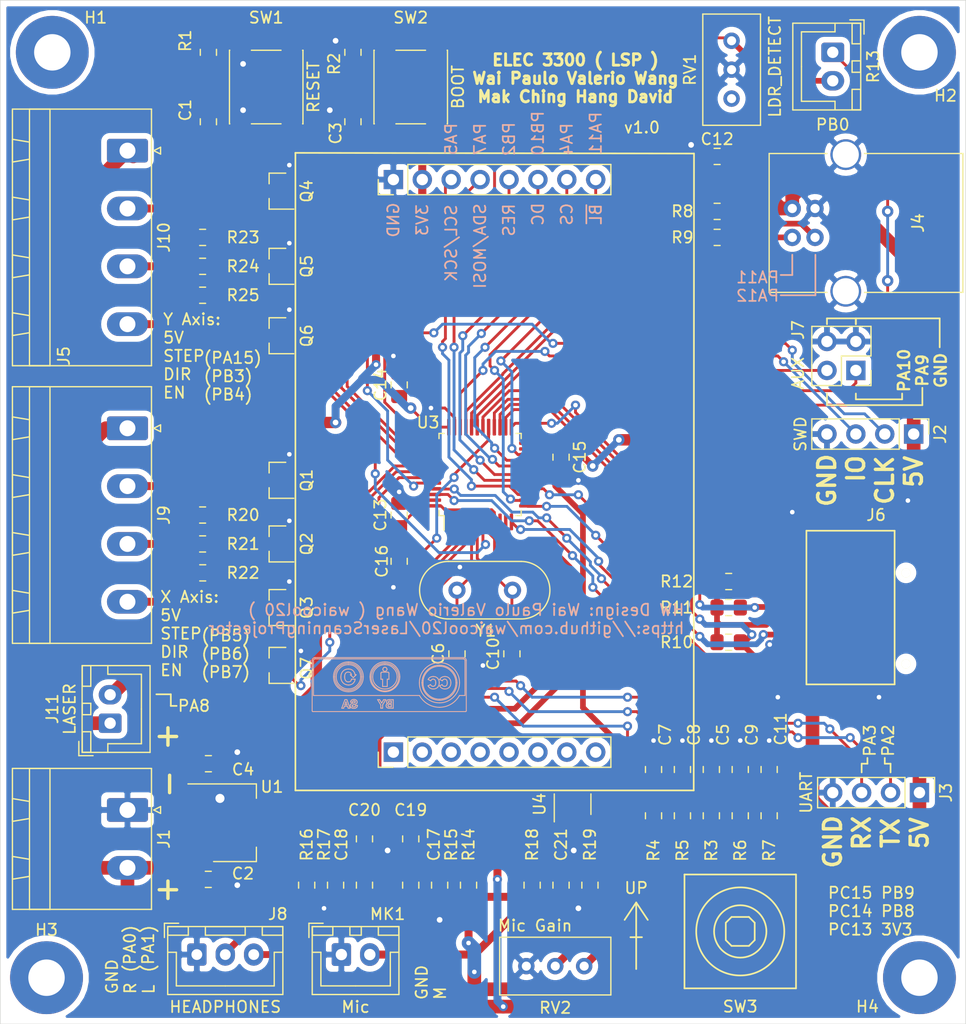
<source format=kicad_pcb>
(kicad_pcb (version 20171130) (host pcbnew 5.1.4)
  (layers (0 F.Cu signal) (31 B.Cu signal) (34 B.Paste user) (35 F.Paste user) (36 B.SilkS user) (37 F.SilkS user) (38 B.Mask user) (39 F.Mask user) (44 Edge.Cuts user))
  (net 0 "")
  (net 1 GND)
  (net 2 NRST)
  (net 3 +5V)
  (net 4 BOOT0)
  (net 5 +3V3)
  (net 6 IN_UP)
  (net 7 "Net-(C6-Pad2)")
  (net 8 IN_DOWN)
  (net 9 IN_LEFT)
  (net 10 IN_RIGHT)
  (net 11 "Net-(C10-Pad2)")
  (net 12 IN_CENTER)
  (net 13 "Net-(C17-Pad2)")
  (net 14 ADC_JACK_L)
  (net 15 "Net-(C18-Pad2)")
  (net 16 ADC_JACK_R)
  (net 17 "Net-(C21-Pad2)")
  (net 18 "Net-(C21-Pad1)")
  (net 19 SWDIO)
  (net 20 SWDCLK)
  (net 21 RX)
  (net 22 TX)
  (net 23 "Net-(J4-Pad3)")
  (net 24 "Net-(J4-Pad2)")
  (net 25 DISPLAY_BLK!)
  (net 26 DISPLAY_DC)
  (net 27 DISPLAY_RES)
  (net 28 DISPLAY_MOSI)
  (net 29 DISPLAY_SCK)
  (net 30 DISPLAY_CS)
  (net 31 "Net-(J6-Pad1)")
  (net 32 SD_CS)
  (net 33 SD_MOSI)
  (net 34 SD_SCK)
  (net 35 SD_MISO)
  (net 36 "Net-(J6-Pad8)")
  (net 37 SD_Detect)
  (net 38 AUX2)
  (net 39 AUX1)
  (net 40 "Net-(J9-Pad4)")
  (net 41 "Net-(J9-Pad3)")
  (net 42 "Net-(J9-Pad2)")
  (net 43 "Net-(J10-Pad4)")
  (net 44 "Net-(J10-Pad3)")
  (net 45 "Net-(J10-Pad2)")
  (net 46 "Net-(J11-Pad2)")
  (net 47 "Net-(Q1-Pad3)")
  (net 48 X_STEP)
  (net 49 "Net-(Q2-Pad3)")
  (net 50 X_DIR)
  (net 51 "Net-(Q3-Pad3)")
  (net 52 X_EN)
  (net 53 "Net-(Q4-Pad3)")
  (net 54 Y_STEP)
  (net 55 "Net-(Q5-Pad3)")
  (net 56 Y_DIR)
  (net 57 "Net-(Q6-Pad3)")
  (net 58 Y_EN)
  (net 59 LASER_PWM)
  (net 60 "Net-(R3-Pad2)")
  (net 61 "Net-(R4-Pad2)")
  (net 62 "Net-(R5-Pad2)")
  (net 63 "Net-(R6-Pad2)")
  (net 64 "Net-(R7-Pad2)")
  (net 65 USB_DP)
  (net 66 USB_DM)
  (net 67 LDR_DETECT)
  (net 68 "Net-(RV2-Pad2)")
  (net 69 ADC_MIC)
  (net 70 "Net-(U3-Pad1)")
  (net 71 "Net-(RV1-Pad3)")
  (module Connector_PinHeader_2.54mm:PinHeader_2x02_P2.54mm_Vertical (layer F.Cu) (at 140.208 56.896 180)
    (fp_text reference J7 (at 5.08 3.556 90) (layer F.SilkS))
    (fp_text value AUX (at 5.08 -0.254 90) (layer F.SilkS))
    (pad 4 thru_hole oval (at 2.54 2.54 180) (size 1.7 1.7) (drill 1) (layers *.Cu *.Mask) (net 1 GND))
    (pad 3 thru_hole oval (at 0 2.54 180) (size 1.7 1.7) (drill 1) (layers *.Cu *.Mask) (net 1 GND))
    (pad 2 thru_hole oval (at 2.54 0 180) (size 1.7 1.7) (drill 1) (layers *.Cu *.Mask) (net 38 AUX2))
    (pad 1 thru_hole rect (at 0 0 180) (size 1.7 1.7) (drill 1) (layers *.Cu *.Mask) (net 39 AUX1))
  )
  (module "waicool20 - Modules:LCD" (layer F.Cu) (at 99.568 40.132 90)
    (fp_text reference J5 (at -15.494 -28.956 270) (layer F.SilkS))
    (fp_text value LCD)
    (pad S thru_hole oval (at -50.292 10.16 90) (size 1.7 1.7) (drill 1) (layers *.Cu *.Mask))
    (pad S thru_hole oval (at -50.292 2.54 90) (size 1.7 1.7) (drill 1) (layers *.Cu *.Mask))
    (pad S thru_hole oval (at -50.292 17.78 90) (size 1.7 1.7) (drill 1) (layers *.Cu *.Mask))
    (pad S thru_hole rect (at -50.292 0 90) (size 1.7 1.7) (drill 1) (layers *.Cu *.Mask))
    (pad S thru_hole oval (at -50.292 15.24 90) (size 1.7 1.7) (drill 1) (layers *.Cu *.Mask))
    (pad S thru_hole oval (at -50.292 5.08 90) (size 1.7 1.7) (drill 1) (layers *.Cu *.Mask))
    (pad S thru_hole oval (at -50.292 12.7 90) (size 1.7 1.7) (drill 1) (layers *.Cu *.Mask))
    (pad S thru_hole oval (at -50.292 7.62 90) (size 1.7 1.7) (drill 1) (layers *.Cu *.Mask))
    (pad 8 thru_hole oval (at 0 17.78 90) (size 1.7 1.7) (drill 1) (layers *.Cu *.Mask) (net 25 DISPLAY_BLK!))
    (pad 7 thru_hole oval (at 0 15.24 90) (size 1.7 1.7) (drill 1) (layers *.Cu *.Mask) (net 30 DISPLAY_CS))
    (pad 6 thru_hole oval (at 0 12.7 90) (size 1.7 1.7) (drill 1) (layers *.Cu *.Mask) (net 26 DISPLAY_DC))
    (pad 5 thru_hole oval (at 0 10.16 90) (size 1.7 1.7) (drill 1) (layers *.Cu *.Mask) (net 27 DISPLAY_RES))
    (pad 4 thru_hole oval (at 0 7.62 90) (size 1.7 1.7) (drill 1) (layers *.Cu *.Mask) (net 28 DISPLAY_MOSI))
    (pad 3 thru_hole oval (at 0 5.08 90) (size 1.7 1.7) (drill 1) (layers *.Cu *.Mask) (net 29 DISPLAY_SCK))
    (pad 2 thru_hole oval (at 0 2.54 90) (size 1.7 1.7) (drill 1) (layers *.Cu *.Mask) (net 5 +3V3))
    (pad 1 thru_hole rect (at 0 0 90) (size 1.7 1.7) (drill 1) (layers *.Cu *.Mask) (net 1 GND))
  )
  (module Connectors:USB_B (layer F.Cu) (at 134.62 42.672)
    (fp_text reference J4 (at 11.05 1.27 90) (layer F.SilkS))
    (fp_text value USB_B)
    (pad 5 thru_hole circle (at 4.7 -4.73 270) (size 2.7 2.7) (drill 2.3) (layers *.Cu *.Mask) (net 1 GND))
    (pad 5 thru_hole circle (at 4.7 7.27 270) (size 2.7 2.7) (drill 2.3) (layers *.Cu *.Mask) (net 1 GND))
    (pad 3 thru_hole circle (at 2 2.54 270) (size 1.52 1.52) (drill 0.81) (layers *.Cu *.Mask) (net 23 "Net-(J4-Pad3)"))
    (pad 4 thru_hole circle (at 2 0 270) (size 1.52 1.52) (drill 0.81) (layers *.Cu *.Mask) (net 1 GND))
    (pad 1 thru_hole circle (at 0 0 270) (size 1.52 1.52) (drill 0.81) (layers *.Cu *.Mask) (net 3 +5V))
    (pad 2 thru_hole circle (at 0 2.54 270) (size 1.52 1.52) (drill 0.81) (layers *.Cu *.Mask) (net 24 "Net-(J4-Pad2)"))
  )
  (module "waicool20 - Switches:5-Way-Nagivation-Switch" (layer F.Cu) (at 130.048 106.172)
    (fp_text reference SW3 (at 0 6.604) (layer F.SilkS))
    (fp_text value 5-Way-Navigation-Switch)
    (pad 6 smd rect (at 5.9 3.25) (size 1.6 1.3) (layers F.Cu F.Paste F.Mask) (net 5 +3V3))
    (pad 5 smd rect (at 5.9 0.45) (size 1.6 1.3) (layers F.Cu F.Paste F.Mask) (net 64 "Net-(R7-Pad2)"))
    (pad 4 smd rect (at 5.9 -3.25) (size 1.6 1.3) (layers F.Cu F.Paste F.Mask) (net 63 "Net-(R6-Pad2)"))
    (pad 3 smd rect (at -5.9 3.25) (size 1.6 1.3) (layers F.Cu F.Paste F.Mask) (net 61 "Net-(R4-Pad2)"))
    (pad 2 smd rect (at -5.9 0.45) (size 1.6 1.3) (layers F.Cu F.Paste F.Mask) (net 62 "Net-(R5-Pad2)"))
    (pad 1 smd rect (at -5.9 -3.25) (size 1.6 1.3) (layers F.Cu F.Paste F.Mask) (net 60 "Net-(R3-Pad2)"))
  )
  (module "waicool20 - Connectors:Micro_SD" (layer F.Cu) (at 134.112 77.724 90)
    (fp_text reference J6 (at 8.128 7.874) (layer F.SilkS))
    (fp_text value Micro_SD_Card_Det)
    (pad 11 smd rect (at -7.75 0.5 90) (size 1.2 1.4) (layers F.Cu F.Paste F.Mask) (net 1 GND))
    (pad 11 smd rect (at 7.75 10.1 90) (size 1.2 2.2) (layers F.Cu F.Paste F.Mask) (net 1 GND))
    (pad 11 smd rect (at 6.85 0.5 90) (size 1.6 1.4) (layers F.Cu F.Paste F.Mask) (net 1 GND))
    (pad "" np_thru_hole circle (at -4.95 10.5 90) (size 0.8 0.8) (drill 0.8) (layers *.Cu *.Mask F.SilkS))
    (pad 1 smd rect (at 2.25 0 90) (size 0.7 1.6) (layers F.Cu F.Paste F.Mask) (net 31 "Net-(J6-Pad1)"))
    (pad 2 smd rect (at 1.15 0 90) (size 0.7 1.6) (layers F.Cu F.Paste F.Mask) (net 32 SD_CS))
    (pad 3 smd rect (at 0.05 0 90) (size 0.7 1.6) (layers F.Cu F.Paste F.Mask) (net 33 SD_MOSI))
    (pad 4 smd rect (at -1.05 0 90) (size 0.7 1.6) (layers F.Cu F.Paste F.Mask) (net 5 +3V3))
    (pad 5 smd rect (at -2.15 0 90) (size 0.7 1.6) (layers F.Cu F.Paste F.Mask) (net 34 SD_SCK))
    (pad 6 smd rect (at -3.25 0 90) (size 0.7 1.6) (layers F.Cu F.Paste F.Mask) (net 1 GND))
    (pad 7 smd rect (at -4.35 0 90) (size 0.7 1.6) (layers F.Cu F.Paste F.Mask) (net 35 SD_MISO))
    (pad 8 smd rect (at -5.45 0 90) (size 0.7 1.6) (layers F.Cu F.Paste F.Mask) (net 36 "Net-(J6-Pad8)"))
    (pad 9 smd rect (at -6.55 0 90) (size 0.7 1.6) (layers F.Cu F.Paste F.Mask) (net 37 SD_Detect))
    (pad "" np_thru_hole circle (at 3.05 10.5 90) (size 0.8 0.8) (drill 0.8) (layers *.Cu *.Mask F.SilkS))
    (pad 11 smd rect (at -7.75 10.1 90) (size 1.2 2.2) (layers F.Cu F.Paste F.Mask) (net 1 GND))
  )
  (module Package_TO_SOT_SMD:SOT-223-3_TabPin2 (layer F.Cu) (at 85.6185 96.6255)
    (fp_text reference U1 (at 3.2815 -3.1535) (layer F.SilkS))
    (fp_text value AMS1117-3.3)
    (pad 1 smd rect (at -3.15 -2.3) (size 2 1.5) (layers F.Cu F.Paste F.Mask) (net 1 GND))
    (pad 3 smd rect (at -3.15 2.3) (size 2 1.5) (layers F.Cu F.Paste F.Mask) (net 3 +5V))
    (pad 2 smd rect (at -3.15 0) (size 2 1.5) (layers F.Cu F.Paste F.Mask) (net 5 +3V3))
    (pad 2 smd rect (at 3.15 0) (size 2 3.8) (layers F.Cu F.Paste F.Mask) (net 5 +3V3))
  )
  (module Crystal:Crystal_HC49-4H_Vertical (layer F.Cu) (at 105.156 76.2)
    (fp_text reference Y1 (at 2.54 3.556) (layer F.SilkS))
    (fp_text value Crystal)
    (pad 2 thru_hole circle (at 4.88 0) (size 1.5 1.5) (drill 0.8) (layers *.Cu *.Mask) (net 11 "Net-(C10-Pad2)"))
    (pad 1 thru_hole circle (at 0 0) (size 1.5 1.5) (drill 0.8) (layers *.Cu *.Mask) (net 7 "Net-(C6-Pad2)"))
  )
  (module Package_TO_SOT_SMD:SOT-23-5 (layer F.Cu) (at 115.316 94.996 90)
    (fp_text reference U4 (at 0 -2.9 90) (layer F.SilkS))
    (fp_text value LM321)
    (pad 5 smd rect (at 1.1 -0.95 90) (size 1.06 0.65) (layers F.Cu F.Paste F.Mask) (net 3 +5V))
    (pad 4 smd rect (at 1.1 0.95 90) (size 1.06 0.65) (layers F.Cu F.Paste F.Mask) (net 69 ADC_MIC))
    (pad 3 smd rect (at -1.1 0.95 90) (size 1.06 0.65) (layers F.Cu F.Paste F.Mask) (net 68 "Net-(RV2-Pad2)"))
    (pad 2 smd rect (at -1.1 0 90) (size 1.06 0.65) (layers F.Cu F.Paste F.Mask) (net 1 GND))
    (pad 1 smd rect (at -1.1 -0.95 90) (size 1.06 0.65) (layers F.Cu F.Paste F.Mask) (net 18 "Net-(C21-Pad1)"))
  )
  (module Package_QFP:LQFP-48_7x7mm_P0.5mm (layer F.Cu) (at 107.188 66.04 90)
    (fp_text reference U3 (at 4.572 -4.572 180) (layer F.SilkS))
    (fp_text value STM32F303CCTx)
    (pad 48 smd roundrect (at -2.75 -4.1625 90) (size 0.3 1.475) (layers F.Cu F.Paste F.Mask) (net 5 +3V3))
    (pad 47 smd roundrect (at -2.25 -4.1625 90) (size 0.3 1.475) (layers F.Cu F.Paste F.Mask) (net 1 GND))
    (pad 46 smd roundrect (at -1.75 -4.1625 90) (size 0.3 1.475) (layers F.Cu F.Paste F.Mask) (net 10 IN_RIGHT))
    (pad 45 smd roundrect (at -1.25 -4.1625 90) (size 0.3 1.475) (layers F.Cu F.Paste F.Mask) (net 12 IN_CENTER))
    (pad 44 smd roundrect (at -0.75 -4.1625 90) (size 0.3 1.475) (layers F.Cu F.Paste F.Mask) (net 4 BOOT0))
    (pad 43 smd roundrect (at -0.25 -4.1625 90) (size 0.3 1.475) (layers F.Cu F.Paste F.Mask) (net 52 X_EN))
    (pad 42 smd roundrect (at 0.25 -4.1625 90) (size 0.3 1.475) (layers F.Cu F.Paste F.Mask) (net 50 X_DIR))
    (pad 41 smd roundrect (at 0.75 -4.1625 90) (size 0.3 1.475) (layers F.Cu F.Paste F.Mask) (net 48 X_STEP))
    (pad 40 smd roundrect (at 1.25 -4.1625 90) (size 0.3 1.475) (layers F.Cu F.Paste F.Mask) (net 58 Y_EN))
    (pad 39 smd roundrect (at 1.75 -4.1625 90) (size 0.3 1.475) (layers F.Cu F.Paste F.Mask) (net 56 Y_DIR))
    (pad 38 smd roundrect (at 2.25 -4.1625 90) (size 0.3 1.475) (layers F.Cu F.Paste F.Mask) (net 54 Y_STEP))
    (pad 37 smd roundrect (at 2.75 -4.1625 90) (size 0.3 1.475) (layers F.Cu F.Paste F.Mask) (net 20 SWDCLK))
    (pad 36 smd roundrect (at 4.1625 -2.75 90) (size 1.475 0.3) (layers F.Cu F.Paste F.Mask) (net 5 +3V3))
    (pad 35 smd roundrect (at 4.1625 -2.25 90) (size 1.475 0.3) (layers F.Cu F.Paste F.Mask) (net 1 GND))
    (pad 34 smd roundrect (at 4.1625 -1.75 90) (size 1.475 0.3) (layers F.Cu F.Paste F.Mask) (net 19 SWDIO))
    (pad 33 smd roundrect (at 4.1625 -1.25 90) (size 1.475 0.3) (layers F.Cu F.Paste F.Mask) (net 65 USB_DP))
    (pad 32 smd roundrect (at 4.1625 -0.75 90) (size 1.475 0.3) (layers F.Cu F.Paste F.Mask) (net 66 USB_DM))
    (pad 31 smd roundrect (at 4.1625 -0.25 90) (size 1.475 0.3) (layers F.Cu F.Paste F.Mask) (net 38 AUX2))
    (pad 30 smd roundrect (at 4.1625 0.25 90) (size 1.475 0.3) (layers F.Cu F.Paste F.Mask) (net 39 AUX1))
    (pad 29 smd roundrect (at 4.1625 0.75 90) (size 1.475 0.3) (layers F.Cu F.Paste F.Mask) (net 59 LASER_PWM))
    (pad 28 smd roundrect (at 4.1625 1.25 90) (size 1.475 0.3) (layers F.Cu F.Paste F.Mask) (net 33 SD_MOSI))
    (pad 27 smd roundrect (at 4.1625 1.75 90) (size 1.475 0.3) (layers F.Cu F.Paste F.Mask) (net 35 SD_MISO))
    (pad 26 smd roundrect (at 4.1625 2.25 90) (size 1.475 0.3) (layers F.Cu F.Paste F.Mask) (net 34 SD_SCK))
    (pad 25 smd roundrect (at 4.1625 2.75 90) (size 1.475 0.3) (layers F.Cu F.Paste F.Mask) (net 32 SD_CS))
    (pad 24 smd roundrect (at 2.75 4.1625 90) (size 0.3 1.475) (layers F.Cu F.Paste F.Mask) (net 5 +3V3))
    (pad 23 smd roundrect (at 2.25 4.1625 90) (size 0.3 1.475) (layers F.Cu F.Paste F.Mask) (net 1 GND))
    (pad 22 smd roundrect (at 1.75 4.1625 90) (size 0.3 1.475) (layers F.Cu F.Paste F.Mask) (net 25 DISPLAY_BLK!))
    (pad 21 smd roundrect (at 1.25 4.1625 90) (size 0.3 1.475) (layers F.Cu F.Paste F.Mask) (net 26 DISPLAY_DC))
    (pad 20 smd roundrect (at 0.75 4.1625 90) (size 0.3 1.475) (layers F.Cu F.Paste F.Mask) (net 27 DISPLAY_RES))
    (pad 19 smd roundrect (at 0.25 4.1625 90) (size 0.3 1.475) (layers F.Cu F.Paste F.Mask) (net 69 ADC_MIC))
    (pad 18 smd roundrect (at -0.25 4.1625 90) (size 0.3 1.475) (layers F.Cu F.Paste F.Mask) (net 67 LDR_DETECT))
    (pad 17 smd roundrect (at -0.75 4.1625 90) (size 0.3 1.475) (layers F.Cu F.Paste F.Mask) (net 28 DISPLAY_MOSI))
    (pad 16 smd roundrect (at -1.25 4.1625 90) (size 0.3 1.475) (layers F.Cu F.Paste F.Mask) (net 37 SD_Detect))
    (pad 15 smd roundrect (at -1.75 4.1625 90) (size 0.3 1.475) (layers F.Cu F.Paste F.Mask) (net 29 DISPLAY_SCK))
    (pad 14 smd roundrect (at -2.25 4.1625 90) (size 0.3 1.475) (layers F.Cu F.Paste F.Mask) (net 30 DISPLAY_CS))
    (pad 13 smd roundrect (at -2.75 4.1625 90) (size 0.3 1.475) (layers F.Cu F.Paste F.Mask) (net 21 RX))
    (pad 12 smd roundrect (at -4.1625 2.75 90) (size 1.475 0.3) (layers F.Cu F.Paste F.Mask) (net 22 TX))
    (pad 11 smd roundrect (at -4.1625 2.25 90) (size 1.475 0.3) (layers F.Cu F.Paste F.Mask) (net 14 ADC_JACK_L))
    (pad 10 smd roundrect (at -4.1625 1.75 90) (size 1.475 0.3) (layers F.Cu F.Paste F.Mask) (net 16 ADC_JACK_R))
    (pad 9 smd roundrect (at -4.1625 1.25 90) (size 1.475 0.3) (layers F.Cu F.Paste F.Mask) (net 5 +3V3))
    (pad 8 smd roundrect (at -4.1625 0.75 90) (size 1.475 0.3) (layers F.Cu F.Paste F.Mask) (net 1 GND))
    (pad 7 smd roundrect (at -4.1625 0.25 90) (size 1.475 0.3) (layers F.Cu F.Paste F.Mask) (net 2 NRST))
    (pad 6 smd roundrect (at -4.1625 -0.25 90) (size 1.475 0.3) (layers F.Cu F.Paste F.Mask) (net 11 "Net-(C10-Pad2)"))
    (pad 5 smd roundrect (at -4.1625 -0.75 90) (size 1.475 0.3) (layers F.Cu F.Paste F.Mask) (net 7 "Net-(C6-Pad2)"))
    (pad 4 smd roundrect (at -4.1625 -1.25 90) (size 1.475 0.3) (layers F.Cu F.Paste F.Mask) (net 6 IN_UP))
    (pad 3 smd roundrect (at -4.1625 -1.75 90) (size 1.475 0.3) (layers F.Cu F.Paste F.Mask) (net 9 IN_LEFT))
    (pad 2 smd roundrect (at -4.1625 -2.25 90) (size 1.475 0.3) (layers F.Cu F.Paste F.Mask) (net 8 IN_DOWN))
    (pad 1 smd roundrect (at -4.1625 -2.75 90) (size 1.475 0.3) (layers F.Cu F.Paste F.Mask) (net 70 "Net-(U3-Pad1)"))
  )
  (module Button_Switch_SMD:SW_SPST_PTS645 (layer F.Cu) (at 101.092 32.004 90)
    (fp_text reference SW2 (at 6.096 0) (layer F.SilkS))
    (fp_text value BOOT (at 0 4.15 90) (layer F.SilkS))
    (pad 2 smd rect (at 3.98 2.25 90) (size 1.55 1.3) (layers F.Cu F.Paste F.Mask) (net 5 +3V3))
    (pad 1 smd rect (at 3.98 -2.25 90) (size 1.55 1.3) (layers F.Cu F.Paste F.Mask) (net 4 BOOT0))
    (pad 1 smd rect (at -3.98 -2.25 90) (size 1.55 1.3) (layers F.Cu F.Paste F.Mask) (net 4 BOOT0))
    (pad 2 smd rect (at -3.98 2.25 90) (size 1.55 1.3) (layers F.Cu F.Paste F.Mask) (net 5 +3V3))
  )
  (module Button_Switch_SMD:SW_SPST_PTS645 (layer F.Cu) (at 88.392 32.004 90)
    (fp_text reference SW1 (at 6.096 0) (layer F.SilkS))
    (fp_text value RESET (at 0 4.15 90) (layer F.SilkS))
    (pad 2 smd rect (at 3.98 2.25 90) (size 1.55 1.3) (layers F.Cu F.Paste F.Mask) (net 2 NRST))
    (pad 1 smd rect (at 3.98 -2.25 90) (size 1.55 1.3) (layers F.Cu F.Paste F.Mask) (net 1 GND))
    (pad 1 smd rect (at -3.98 -2.25 90) (size 1.55 1.3) (layers F.Cu F.Paste F.Mask) (net 1 GND))
    (pad 2 smd rect (at -3.98 2.25 90) (size 1.55 1.3) (layers F.Cu F.Paste F.Mask) (net 2 NRST))
  )
  (module Potentiometer_THT:Potentiometer_Bourns_3296W_Vertical (layer F.Cu) (at 111.252 109.22 180)
    (fp_text reference RV2 (at -2.54 -3.66) (layer F.SilkS))
    (fp_text value 10k)
    (pad 3 thru_hole circle (at -5.08 0 180) (size 1.44 1.44) (drill 0.8) (layers *.Cu *.Mask) (net 69 ADC_MIC))
    (pad 2 thru_hole circle (at -2.54 0 180) (size 1.44 1.44) (drill 0.8) (layers *.Cu *.Mask) (net 68 "Net-(RV2-Pad2)"))
    (pad 1 thru_hole circle (at 0 0 180) (size 1.44 1.44) (drill 0.8) (layers *.Cu *.Mask) (net 1 GND))
  )
  (module Potentiometer_THT:Potentiometer_Bourns_3296W_Vertical (layer F.Cu) (at 129.286 27.94 90)
    (fp_text reference RV1 (at -2.54 -3.66 90) (layer F.SilkS))
    (fp_text value 10k)
    (pad 3 thru_hole circle (at -5.08 0 90) (size 1.44 1.44) (drill 0.8) (layers *.Cu *.Mask) (net 71 "Net-(RV1-Pad3)"))
    (pad 2 thru_hole circle (at -2.54 0 90) (size 1.44 1.44) (drill 0.8) (layers *.Cu *.Mask) (net 1 GND))
    (pad 1 thru_hole circle (at 0 0 90) (size 1.44 1.44) (drill 0.8) (layers *.Cu *.Mask) (net 67 LDR_DETECT))
  )
  (module Resistor_SMD:R_0805_2012Metric_Pad1.15x1.40mm_HandSolder (layer F.Cu) (at 82.804 50.292)
    (fp_text reference R25 (at 3.556 0) (layer F.SilkS))
    (fp_text value 470)
    (pad 2 smd roundrect (at 1.025 0) (size 1.15 1.4) (layers F.Cu F.Paste F.Mask) (roundrect_rratio 0.217391) (net 57 "Net-(Q6-Pad3)"))
    (pad 1 smd roundrect (at -1.025 0) (size 1.15 1.4) (layers F.Cu F.Paste F.Mask) (roundrect_rratio 0.217391) (net 43 "Net-(J10-Pad4)"))
  )
  (module Resistor_SMD:R_0805_2012Metric_Pad1.15x1.40mm_HandSolder (layer F.Cu) (at 82.804 47.752)
    (fp_text reference R24 (at 3.556 0) (layer F.SilkS))
    (fp_text value 470)
    (pad 2 smd roundrect (at 1.025 0) (size 1.15 1.4) (layers F.Cu F.Paste F.Mask) (roundrect_rratio 0.217391) (net 55 "Net-(Q5-Pad3)"))
    (pad 1 smd roundrect (at -1.025 0) (size 1.15 1.4) (layers F.Cu F.Paste F.Mask) (roundrect_rratio 0.217391) (net 44 "Net-(J10-Pad3)"))
  )
  (module Resistor_SMD:R_0805_2012Metric_Pad1.15x1.40mm_HandSolder (layer F.Cu) (at 82.804 45.212)
    (fp_text reference R23 (at 3.556 0) (layer F.SilkS))
    (fp_text value 470)
    (pad 2 smd roundrect (at 1.025 0) (size 1.15 1.4) (layers F.Cu F.Paste F.Mask) (roundrect_rratio 0.217391) (net 53 "Net-(Q4-Pad3)"))
    (pad 1 smd roundrect (at -1.025 0) (size 1.15 1.4) (layers F.Cu F.Paste F.Mask) (roundrect_rratio 0.217391) (net 45 "Net-(J10-Pad2)"))
  )
  (module Resistor_SMD:R_0805_2012Metric_Pad1.15x1.40mm_HandSolder (layer F.Cu) (at 82.813 74.676)
    (fp_text reference R22 (at 3.547 0) (layer F.SilkS))
    (fp_text value 470)
    (pad 2 smd roundrect (at 1.025 0) (size 1.15 1.4) (layers F.Cu F.Paste F.Mask) (roundrect_rratio 0.217391) (net 51 "Net-(Q3-Pad3)"))
    (pad 1 smd roundrect (at -1.025 0) (size 1.15 1.4) (layers F.Cu F.Paste F.Mask) (roundrect_rratio 0.217391) (net 40 "Net-(J9-Pad4)"))
  )
  (module Resistor_SMD:R_0805_2012Metric_Pad1.15x1.40mm_HandSolder (layer F.Cu) (at 82.804 72.136)
    (fp_text reference R21 (at 3.556 0) (layer F.SilkS))
    (fp_text value 470)
    (pad 2 smd roundrect (at 1.025 0) (size 1.15 1.4) (layers F.Cu F.Paste F.Mask) (roundrect_rratio 0.217391) (net 49 "Net-(Q2-Pad3)"))
    (pad 1 smd roundrect (at -1.025 0) (size 1.15 1.4) (layers F.Cu F.Paste F.Mask) (roundrect_rratio 0.217391) (net 41 "Net-(J9-Pad3)"))
  )
  (module Resistor_SMD:R_0805_2012Metric_Pad1.15x1.40mm_HandSolder (layer F.Cu) (at 82.804 69.596)
    (fp_text reference R20 (at 3.556 0) (layer F.SilkS))
    (fp_text value 470)
    (pad 2 smd roundrect (at 1.025 0) (size 1.15 1.4) (layers F.Cu F.Paste F.Mask) (roundrect_rratio 0.217391) (net 47 "Net-(Q1-Pad3)"))
    (pad 1 smd roundrect (at -1.025 0) (size 1.15 1.4) (layers F.Cu F.Paste F.Mask) (roundrect_rratio 0.217391) (net 42 "Net-(J9-Pad2)"))
  )
  (module Resistor_SMD:R_0805_2012Metric_Pad1.15x1.40mm_HandSolder (layer F.Cu) (at 116.84 102.108 270)
    (fp_text reference R19 (at -3.556 0 90) (layer F.SilkS))
    (fp_text value 100k)
    (pad 2 smd roundrect (at 1.025 0 270) (size 1.15 1.4) (layers F.Cu F.Paste F.Mask) (roundrect_rratio 0.217391) (net 1 GND))
    (pad 1 smd roundrect (at -1.025 0 270) (size 1.15 1.4) (layers F.Cu F.Paste F.Mask) (roundrect_rratio 0.217391) (net 18 "Net-(C21-Pad1)"))
  )
  (module Resistor_SMD:R_0805_2012Metric_Pad1.15x1.40mm_HandSolder (layer F.Cu) (at 111.76 102.108 270)
    (fp_text reference R18 (at -3.556 0 90) (layer F.SilkS))
    (fp_text value 10k)
    (pad 2 smd roundrect (at 1.025 0 270) (size 1.15 1.4) (layers F.Cu F.Paste F.Mask) (roundrect_rratio 0.217391) (net 17 "Net-(C21-Pad2)"))
    (pad 1 smd roundrect (at -1.025 0 270) (size 1.15 1.4) (layers F.Cu F.Paste F.Mask) (roundrect_rratio 0.217391) (net 5 +3V3))
  )
  (module Resistor_SMD:R_0805_2012Metric_Pad1.15x1.40mm_HandSolder (layer F.Cu) (at 94.488 102.108 270)
    (fp_text reference R17 (at -3.556 1.016 90) (layer F.SilkS))
    (fp_text value 100k)
    (pad 2 smd roundrect (at 1.025 0 270) (size 1.15 1.4) (layers F.Cu F.Paste F.Mask) (roundrect_rratio 0.217391) (net 1 GND))
    (pad 1 smd roundrect (at -1.025 0 270) (size 1.15 1.4) (layers F.Cu F.Paste F.Mask) (roundrect_rratio 0.217391) (net 16 ADC_JACK_R))
  )
  (module Resistor_SMD:R_0805_2012Metric_Pad1.15x1.40mm_HandSolder (layer F.Cu) (at 91.948 102.108 90)
    (fp_text reference R16 (at 3.556 0 90) (layer F.SilkS))
    (fp_text value 100k)
    (pad 2 smd roundrect (at 1.025 0 90) (size 1.15 1.4) (layers F.Cu F.Paste F.Mask) (roundrect_rratio 0.217391) (net 16 ADC_JACK_R))
    (pad 1 smd roundrect (at -1.025 0 90) (size 1.15 1.4) (layers F.Cu F.Paste F.Mask) (roundrect_rratio 0.217391) (net 5 +3V3))
  )
  (module Resistor_SMD:R_0805_2012Metric_Pad1.15x1.40mm_HandSolder (layer F.Cu) (at 103.632 102.108 270)
    (fp_text reference R15 (at -3.556 -1.016 90) (layer F.SilkS))
    (fp_text value 100k)
    (pad 2 smd roundrect (at 1.025 0 270) (size 1.15 1.4) (layers F.Cu F.Paste F.Mask) (roundrect_rratio 0.217391) (net 1 GND))
    (pad 1 smd roundrect (at -1.025 0 270) (size 1.15 1.4) (layers F.Cu F.Paste F.Mask) (roundrect_rratio 0.217391) (net 14 ADC_JACK_L))
  )
  (module Resistor_SMD:R_0805_2012Metric_Pad1.15x1.40mm_HandSolder (layer F.Cu) (at 106.172 102.108 90)
    (fp_text reference R14 (at 3.556 0 90) (layer F.SilkS))
    (fp_text value 100k)
    (pad 2 smd roundrect (at 1.025 0 90) (size 1.15 1.4) (layers F.Cu F.Paste F.Mask) (roundrect_rratio 0.217391) (net 14 ADC_JACK_L))
    (pad 1 smd roundrect (at -1.025 0 90) (size 1.15 1.4) (layers F.Cu F.Paste F.Mask) (roundrect_rratio 0.217391) (net 5 +3V3))
  )
  (module Connector_JST:JST_XH_B2B-XH-A_1x02_P2.50mm_Vertical (layer F.Cu) (at 138.176 28.956 270)
    (fp_text reference R13 (at 1.25 -3.55 90) (layer F.SilkS))
    (fp_text value LDR_DETECT (at 1.27 5.08 270) (layer F.SilkS))
    (pad 2 thru_hole oval (at 2.5 0 270) (size 1.7 2) (drill 1) (layers *.Cu *.Mask) (net 67 LDR_DETECT))
    (pad 1 thru_hole roundrect (at 0 0 270) (size 1.7 2) (drill 1) (layers *.Cu *.Mask) (roundrect_rratio 0.147059) (net 5 +3V3))
  )
  (module Resistor_SMD:R_0805_2012Metric_Pad1.15x1.40mm_HandSolder (layer F.Cu) (at 129.032 75.438)
    (fp_text reference R12 (at -4.572 0) (layer F.SilkS))
    (fp_text value 47k)
    (pad 2 smd roundrect (at 1.025 0) (size 1.15 1.4) (layers F.Cu F.Paste F.Mask) (roundrect_rratio 0.217391) (net 32 SD_CS))
    (pad 1 smd roundrect (at -1.025 0) (size 1.15 1.4) (layers F.Cu F.Paste F.Mask) (roundrect_rratio 0.217391) (net 5 +3V3))
  )
  (module Resistor_SMD:R_0805_2012Metric_Pad1.15x1.40mm_HandSolder (layer F.Cu) (at 129.032 77.724)
    (fp_text reference R11 (at -4.572 0) (layer F.SilkS))
    (fp_text value 47k)
    (pad 2 smd roundrect (at 1.025 0) (size 1.15 1.4) (layers F.Cu F.Paste F.Mask) (roundrect_rratio 0.217391) (net 33 SD_MOSI))
    (pad 1 smd roundrect (at -1.025 0) (size 1.15 1.4) (layers F.Cu F.Paste F.Mask) (roundrect_rratio 0.217391) (net 5 +3V3))
  )
  (module Resistor_SMD:R_0805_2012Metric_Pad1.15x1.40mm_HandSolder (layer F.Cu) (at 129.032 80.772)
    (fp_text reference R10 (at -4.572 0) (layer F.SilkS))
    (fp_text value 47k)
    (pad 2 smd roundrect (at 1.025 0) (size 1.15 1.4) (layers F.Cu F.Paste F.Mask) (roundrect_rratio 0.217391) (net 35 SD_MISO))
    (pad 1 smd roundrect (at -1.025 0) (size 1.15 1.4) (layers F.Cu F.Paste F.Mask) (roundrect_rratio 0.217391) (net 5 +3V3))
  )
  (module Resistor_SMD:R_0805_2012Metric_Pad1.15x1.40mm_HandSolder (layer F.Cu) (at 128.016 45.212 180)
    (fp_text reference R9 (at 3.048 0) (layer F.SilkS))
    (fp_text value 22)
    (pad 2 smd roundrect (at 1.025 0 180) (size 1.15 1.4) (layers F.Cu F.Paste F.Mask) (roundrect_rratio 0.217391) (net 66 USB_DM))
    (pad 1 smd roundrect (at -1.025 0 180) (size 1.15 1.4) (layers F.Cu F.Paste F.Mask) (roundrect_rratio 0.217391) (net 24 "Net-(J4-Pad2)"))
  )
  (module Resistor_SMD:R_0805_2012Metric_Pad1.15x1.40mm_HandSolder (layer F.Cu) (at 128.016 42.926 180)
    (fp_text reference R8 (at 3.048 0) (layer F.SilkS))
    (fp_text value 22)
    (pad 2 smd roundrect (at 1.025 0 180) (size 1.15 1.4) (layers F.Cu F.Paste F.Mask) (roundrect_rratio 0.217391) (net 65 USB_DP))
    (pad 1 smd roundrect (at -1.025 0 180) (size 1.15 1.4) (layers F.Cu F.Paste F.Mask) (roundrect_rratio 0.217391) (net 23 "Net-(J4-Pad3)"))
  )
  (module Resistor_SMD:R_0805_2012Metric_Pad1.15x1.40mm_HandSolder (layer F.Cu) (at 132.588 96.012 270)
    (fp_text reference R7 (at 3.048 0 90) (layer F.SilkS))
    (fp_text value 1k)
    (pad 2 smd roundrect (at 1.025 0 270) (size 1.15 1.4) (layers F.Cu F.Paste F.Mask) (roundrect_rratio 0.217391) (net 64 "Net-(R7-Pad2)"))
    (pad 1 smd roundrect (at -1.025 0 270) (size 1.15 1.4) (layers F.Cu F.Paste F.Mask) (roundrect_rratio 0.217391) (net 12 IN_CENTER))
  )
  (module Resistor_SMD:R_0805_2012Metric_Pad1.15x1.40mm_HandSolder (layer F.Cu) (at 130.048 96.012 270)
    (fp_text reference R6 (at 3.048 0 90) (layer F.SilkS))
    (fp_text value 1k)
    (pad 2 smd roundrect (at 1.025 0 270) (size 1.15 1.4) (layers F.Cu F.Paste F.Mask) (roundrect_rratio 0.217391) (net 63 "Net-(R6-Pad2)"))
    (pad 1 smd roundrect (at -1.025 0 270) (size 1.15 1.4) (layers F.Cu F.Paste F.Mask) (roundrect_rratio 0.217391) (net 10 IN_RIGHT))
  )
  (module Resistor_SMD:R_0805_2012Metric_Pad1.15x1.40mm_HandSolder (layer F.Cu) (at 124.968 96.012 270)
    (fp_text reference R5 (at 3.048 0 90) (layer F.SilkS))
    (fp_text value 1k)
    (pad 2 smd roundrect (at 1.025 0 270) (size 1.15 1.4) (layers F.Cu F.Paste F.Mask) (roundrect_rratio 0.217391) (net 62 "Net-(R5-Pad2)"))
    (pad 1 smd roundrect (at -1.025 0 270) (size 1.15 1.4) (layers F.Cu F.Paste F.Mask) (roundrect_rratio 0.217391) (net 9 IN_LEFT))
  )
  (module Resistor_SMD:R_0805_2012Metric_Pad1.15x1.40mm_HandSolder (layer F.Cu) (at 122.428 96.012 270)
    (fp_text reference R4 (at 3.048 0 90) (layer F.SilkS))
    (fp_text value 1k)
    (pad 2 smd roundrect (at 1.025 0 270) (size 1.15 1.4) (layers F.Cu F.Paste F.Mask) (roundrect_rratio 0.217391) (net 61 "Net-(R4-Pad2)"))
    (pad 1 smd roundrect (at -1.025 0 270) (size 1.15 1.4) (layers F.Cu F.Paste F.Mask) (roundrect_rratio 0.217391) (net 8 IN_DOWN))
  )
  (module Resistor_SMD:R_0805_2012Metric_Pad1.15x1.40mm_HandSolder (layer F.Cu) (at 127.508 96.012 270)
    (fp_text reference R3 (at 3.048 0 90) (layer F.SilkS))
    (fp_text value 1k)
    (pad 2 smd roundrect (at 1.025 0 270) (size 1.15 1.4) (layers F.Cu F.Paste F.Mask) (roundrect_rratio 0.217391) (net 60 "Net-(R3-Pad2)"))
    (pad 1 smd roundrect (at -1.025 0 270) (size 1.15 1.4) (layers F.Cu F.Paste F.Mask) (roundrect_rratio 0.217391) (net 6 IN_UP))
  )
  (module Resistor_SMD:R_0805_2012Metric_Pad1.15x1.40mm_HandSolder (layer F.Cu) (at 96.012 28.956 90)
    (fp_text reference R2 (at -1.016 -1.65 90) (layer F.SilkS))
    (fp_text value 10k)
    (pad 2 smd roundrect (at 1.025 0 90) (size 1.15 1.4) (layers F.Cu F.Paste F.Mask) (roundrect_rratio 0.217391) (net 1 GND))
    (pad 1 smd roundrect (at -1.025 0 90) (size 1.15 1.4) (layers F.Cu F.Paste F.Mask) (roundrect_rratio 0.217391) (net 4 BOOT0))
  )
  (module Resistor_SMD:R_0805_2012Metric_Pad1.15x1.40mm_HandSolder (layer F.Cu) (at 83.312 28.956 270)
    (fp_text reference R1 (at -1.016 2.032 90) (layer F.SilkS))
    (fp_text value 10k)
    (pad 2 smd roundrect (at 1.025 0 270) (size 1.15 1.4) (layers F.Cu F.Paste F.Mask) (roundrect_rratio 0.217391) (net 2 NRST))
    (pad 1 smd roundrect (at -1.025 0 270) (size 1.15 1.4) (layers F.Cu F.Paste F.Mask) (roundrect_rratio 0.217391) (net 5 +3V3))
  )
  (module Package_TO_SOT_SMD:SOT-23 (layer F.Cu) (at 89.408 82.804 180)
    (fp_text reference Q7 (at -2.54 -0.254 90) (layer F.SilkS))
    (fp_text value Si2300)
    (pad 3 smd rect (at 1 0 180) (size 0.9 0.8) (layers F.Cu F.Paste F.Mask) (net 46 "Net-(J11-Pad2)"))
    (pad 2 smd rect (at -1 0.95 180) (size 0.9 0.8) (layers F.Cu F.Paste F.Mask) (net 1 GND))
    (pad 1 smd rect (at -1 -0.95 180) (size 0.9 0.8) (layers F.Cu F.Paste F.Mask) (net 59 LASER_PWM))
  )
  (module Package_TO_SOT_SMD:SOT-23 (layer F.Cu) (at 89.408 53.848 180)
    (fp_text reference Q6 (at -2.54 0 90) (layer F.SilkS))
    (fp_text value Si2300)
    (pad 3 smd rect (at 1 0 180) (size 0.9 0.8) (layers F.Cu F.Paste F.Mask) (net 57 "Net-(Q6-Pad3)"))
    (pad 2 smd rect (at -1 0.95 180) (size 0.9 0.8) (layers F.Cu F.Paste F.Mask) (net 1 GND))
    (pad 1 smd rect (at -1 -0.95 180) (size 0.9 0.8) (layers F.Cu F.Paste F.Mask) (net 58 Y_EN))
  )
  (module Package_TO_SOT_SMD:SOT-23 (layer F.Cu) (at 89.408 47.752 180)
    (fp_text reference Q5 (at -2.54 0 90) (layer F.SilkS))
    (fp_text value Si2300)
    (pad 3 smd rect (at 1 0 180) (size 0.9 0.8) (layers F.Cu F.Paste F.Mask) (net 55 "Net-(Q5-Pad3)"))
    (pad 2 smd rect (at -1 0.95 180) (size 0.9 0.8) (layers F.Cu F.Paste F.Mask) (net 1 GND))
    (pad 1 smd rect (at -1 -0.95 180) (size 0.9 0.8) (layers F.Cu F.Paste F.Mask) (net 56 Y_DIR))
  )
  (module Package_TO_SOT_SMD:SOT-23 (layer F.Cu) (at 89.408 41.148 180)
    (fp_text reference Q4 (at -2.54 0 90) (layer F.SilkS))
    (fp_text value Si2300)
    (pad 3 smd rect (at 1 0 180) (size 0.9 0.8) (layers F.Cu F.Paste F.Mask) (net 53 "Net-(Q4-Pad3)"))
    (pad 2 smd rect (at -1 0.95 180) (size 0.9 0.8) (layers F.Cu F.Paste F.Mask) (net 1 GND))
    (pad 1 smd rect (at -1 -0.95 180) (size 0.9 0.8) (layers F.Cu F.Paste F.Mask) (net 54 Y_STEP))
  )
  (module Package_TO_SOT_SMD:SOT-23 (layer F.Cu) (at 89.408 77.724 180)
    (fp_text reference Q3 (at -2.54 0 90) (layer F.SilkS))
    (fp_text value Si2300)
    (pad 3 smd rect (at 1 0 180) (size 0.9 0.8) (layers F.Cu F.Paste F.Mask) (net 51 "Net-(Q3-Pad3)"))
    (pad 2 smd rect (at -1 0.95 180) (size 0.9 0.8) (layers F.Cu F.Paste F.Mask) (net 1 GND))
    (pad 1 smd rect (at -1 -0.95 180) (size 0.9 0.8) (layers F.Cu F.Paste F.Mask) (net 52 X_EN))
  )
  (module Package_TO_SOT_SMD:SOT-23 (layer F.Cu) (at 89.408 72.136 180)
    (fp_text reference Q2 (at -2.54 0 90) (layer F.SilkS))
    (fp_text value Si2300)
    (pad 3 smd rect (at 1 0 180) (size 0.9 0.8) (layers F.Cu F.Paste F.Mask) (net 49 "Net-(Q2-Pad3)"))
    (pad 2 smd rect (at -1 0.95 180) (size 0.9 0.8) (layers F.Cu F.Paste F.Mask) (net 1 GND))
    (pad 1 smd rect (at -1 -0.95 180) (size 0.9 0.8) (layers F.Cu F.Paste F.Mask) (net 50 X_DIR))
  )
  (module Package_TO_SOT_SMD:SOT-23 (layer F.Cu) (at 89.408 66.548 180)
    (fp_text reference Q1 (at -2.54 0 90) (layer F.SilkS))
    (fp_text value Si2300)
    (pad 3 smd rect (at 1 0 180) (size 0.9 0.8) (layers F.Cu F.Paste F.Mask) (net 47 "Net-(Q1-Pad3)"))
    (pad 2 smd rect (at -1 0.95 180) (size 0.9 0.8) (layers F.Cu F.Paste F.Mask) (net 1 GND))
    (pad 1 smd rect (at -1 -0.95 180) (size 0.9 0.8) (layers F.Cu F.Paste F.Mask) (net 48 X_STEP))
  )
  (module Connector_JST:JST_XH_B2B-XH-A_1x02_P2.50mm_Vertical (layer F.Cu) (at 94.996 108.204)
    (fp_text reference MK1 (at 4.064 -3.556) (layer F.SilkS))
    (fp_text value Mic (at 1.25 4.6) (layer F.SilkS))
    (pad 2 thru_hole oval (at 2.5 0) (size 1.7 2) (drill 1) (layers *.Cu *.Mask) (net 17 "Net-(C21-Pad2)"))
    (pad 1 thru_hole roundrect (at 0 0) (size 1.7 2) (drill 1) (layers *.Cu *.Mask) (roundrect_rratio 0.147059) (net 1 GND))
  )
  (module Connector_JST:JST_XH_B2B-XH-A_1x02_P2.50mm_Vertical (layer F.Cu) (at 74.676 87.884 90)
    (fp_text reference J11 (at 1.27 -5.08 90) (layer F.SilkS))
    (fp_text value LASER (at 1.25 -3.556 90) (layer F.SilkS))
    (pad 2 thru_hole oval (at 2.5 0 90) (size 1.7 2) (drill 1) (layers *.Cu *.Mask) (net 46 "Net-(J11-Pad2)"))
    (pad 1 thru_hole roundrect (at 0 0 90) (size 1.7 2) (drill 1) (layers *.Cu *.Mask) (roundrect_rratio 0.147059) (net 3 +5V))
  )
  (module Connector_Phoenix_MSTB:PhoenixContact_MSTBA_2,5_4-G-5,08_1x04_P5.08mm_Horizontal (layer F.Cu) (at 76.2 37.592 270)
    (fp_text reference J10 (at 7.62 -3.2 90) (layer F.SilkS))
    (fp_text value MOTOR_Y)
    (pad 4 thru_hole oval (at 15.24 0 270) (size 2.08 3.6) (drill 1.4) (layers *.Cu *.Mask) (net 43 "Net-(J10-Pad4)"))
    (pad 3 thru_hole oval (at 10.16 0 270) (size 2.08 3.6) (drill 1.4) (layers *.Cu *.Mask) (net 44 "Net-(J10-Pad3)"))
    (pad 2 thru_hole oval (at 5.08 0 270) (size 2.08 3.6) (drill 1.4) (layers *.Cu *.Mask) (net 45 "Net-(J10-Pad2)"))
    (pad 1 thru_hole roundrect (at 0 0 270) (size 2.08 3.6) (drill 1.4) (layers *.Cu *.Mask) (roundrect_rratio 0.120192) (net 3 +5V))
  )
  (module Connector_Phoenix_MSTB:PhoenixContact_MSTBA_2,5_4-G-5,08_1x04_P5.08mm_Horizontal (layer F.Cu) (at 76.2 61.976 270)
    (fp_text reference J9 (at 7.62 -3.2 90) (layer F.SilkS))
    (fp_text value MOTOR_X)
    (pad 4 thru_hole oval (at 15.24 0 270) (size 2.08 3.6) (drill 1.4) (layers *.Cu *.Mask) (net 40 "Net-(J9-Pad4)"))
    (pad 3 thru_hole oval (at 10.16 0 270) (size 2.08 3.6) (drill 1.4) (layers *.Cu *.Mask) (net 41 "Net-(J9-Pad3)"))
    (pad 2 thru_hole oval (at 5.08 0 270) (size 2.08 3.6) (drill 1.4) (layers *.Cu *.Mask) (net 42 "Net-(J9-Pad2)"))
    (pad 1 thru_hole roundrect (at 0 0 270) (size 2.08 3.6) (drill 1.4) (layers *.Cu *.Mask) (roundrect_rratio 0.120192) (net 3 +5V))
  )
  (module "waicool20 - Connectors:JST_XH_B3B-XH-A_1x03_P2.50mm_Vertical_RST_AUDIO" (layer F.Cu) (at 82.296 108.204)
    (fp_text reference J8 (at 7.112 -3.556) (layer F.SilkS))
    (fp_text value HEADPHONES (at 2.5 4.6) (layer F.SilkS))
    (pad S thru_hole roundrect (at 0 0) (size 1.7 1.95) (drill 0.95) (layers *.Cu *.Mask) (roundrect_rratio 0.147) (net 1 GND))
    (pad R thru_hole oval (at 2.5 0) (size 1.7 1.95) (drill 0.95) (layers *.Cu *.Mask) (net 15 "Net-(C18-Pad2)"))
    (pad T thru_hole oval (at 5 0) (size 1.7 1.95) (drill 0.95) (layers *.Cu *.Mask) (net 13 "Net-(C17-Pad2)"))
  )
  (module Connector_PinHeader_2.54mm:PinHeader_1x04_P2.54mm_Vertical (layer F.Cu) (at 145.796 93.98 270)
    (fp_text reference J3 (at 0 -2.33 90) (layer F.SilkS))
    (fp_text value UART (at 0 9.95 90) (layer F.SilkS))
    (pad 4 thru_hole oval (at 0 7.62 270) (size 1.7 1.7) (drill 1) (layers *.Cu *.Mask) (net 1 GND))
    (pad 3 thru_hole oval (at 0 5.08 270) (size 1.7 1.7) (drill 1) (layers *.Cu *.Mask) (net 21 RX))
    (pad 2 thru_hole oval (at 0 2.54 270) (size 1.7 1.7) (drill 1) (layers *.Cu *.Mask) (net 22 TX))
    (pad 1 thru_hole rect (at 0 0 270) (size 1.7 1.7) (drill 1) (layers *.Cu *.Mask) (net 3 +5V))
  )
  (module Connector_PinHeader_2.54mm:PinHeader_1x04_P2.54mm_Vertical (layer F.Cu) (at 145.288 62.484 270)
    (fp_text reference J2 (at 0 -2.33 90) (layer F.SilkS))
    (fp_text value SWD (at 0 9.95 90) (layer F.SilkS))
    (pad 4 thru_hole oval (at 0 7.62 270) (size 1.7 1.7) (drill 1) (layers *.Cu *.Mask) (net 1 GND))
    (pad 3 thru_hole oval (at 0 5.08 270) (size 1.7 1.7) (drill 1) (layers *.Cu *.Mask) (net 19 SWDIO))
    (pad 2 thru_hole oval (at 0 2.54 270) (size 1.7 1.7) (drill 1) (layers *.Cu *.Mask) (net 20 SWDCLK))
    (pad 1 thru_hole rect (at 0 0 270) (size 1.7 1.7) (drill 1) (layers *.Cu *.Mask) (net 3 +5V))
  )
  (module Connector_Phoenix_MSTB:PhoenixContact_MSTBA_2,5_2-G-5,08_1x02_P5.08mm_Horizontal (layer F.Cu) (at 76.2 95.504 270)
    (fp_text reference J1 (at 2.54 -3.2 90) (layer F.SilkS))
    (fp_text value 5V_IN)
    (pad 2 thru_hole oval (at 5.08 0 270) (size 2.08 3.6) (drill 1.4) (layers *.Cu *.Mask) (net 3 +5V))
    (pad 1 thru_hole roundrect (at 0 0 270) (size 2.08 3.6) (drill 1.4) (layers *.Cu *.Mask) (roundrect_rratio 0.120192) (net 1 GND))
  )
  (module MountingHole:MountingHole_3.2mm_M3_Pad (layer F.Cu) (at 145.796 110.236)
    (fp_text reference H4 (at -4.572 2.54) (layer F.SilkS))
    (fp_text value MountingHole)
    (pad 1 thru_hole circle (at 0 0) (size 6.4 6.4) (drill 3.2) (layers *.Cu *.Mask))
  )
  (module MountingHole:MountingHole_3.2mm_M3_Pad (layer F.Cu) (at 69.088 110.236)
    (fp_text reference H3 (at 0 -4.2) (layer F.SilkS))
    (fp_text value MountingHole)
    (pad 1 thru_hole circle (at 0 0) (size 6.4 6.4) (drill 3.2) (layers *.Cu *.Mask))
  )
  (module MountingHole:MountingHole_3.2mm_M3_Pad (layer F.Cu) (at 145.796 28.956)
    (fp_text reference H2 (at 2.286 3.81) (layer F.SilkS))
    (fp_text value MountingHole)
    (pad 1 thru_hole circle (at 0 0) (size 6.4 6.4) (drill 3.2) (layers *.Cu *.Mask))
  )
  (module MountingHole:MountingHole_3.2mm_M3_Pad (layer F.Cu) (at 69.596 28.956)
    (fp_text reference H1 (at 3.81 -3.048) (layer F.SilkS))
    (fp_text value MountingHole)
    (pad 1 thru_hole circle (at 0 0) (size 6.4 6.4) (drill 3.2) (layers *.Cu *.Mask))
  )
  (module Capacitor_SMD:C_0805_2012Metric_Pad1.15x1.40mm_HandSolder (layer F.Cu) (at 114.3 102.108 270)
    (fp_text reference C21 (at -3.556 0 90) (layer F.SilkS))
    (fp_text value 10u)
    (pad 2 smd roundrect (at 1.025 0 270) (size 1.15 1.4) (layers F.Cu F.Paste F.Mask) (roundrect_rratio 0.217391) (net 17 "Net-(C21-Pad2)"))
    (pad 1 smd roundrect (at -1.025 0 270) (size 1.15 1.4) (layers F.Cu F.Paste F.Mask) (roundrect_rratio 0.217391) (net 18 "Net-(C21-Pad1)"))
  )
  (module Capacitor_SMD:C_0805_2012Metric_Pad1.15x1.40mm_HandSolder (layer F.Cu) (at 97.028 98.044 90)
    (fp_text reference C20 (at 2.54 0 180) (layer F.SilkS))
    (fp_text value 10n)
    (pad 2 smd roundrect (at 1.025 0 90) (size 1.15 1.4) (layers F.Cu F.Paste F.Mask) (roundrect_rratio 0.217391) (net 16 ADC_JACK_R))
    (pad 1 smd roundrect (at -1.025 0 90) (size 1.15 1.4) (layers F.Cu F.Paste F.Mask) (roundrect_rratio 0.217391) (net 1 GND))
  )
  (module Capacitor_SMD:C_0805_2012Metric_Pad1.15x1.40mm_HandSolder (layer F.Cu) (at 101.092 98.044 90)
    (fp_text reference C19 (at 2.54 0 180) (layer F.SilkS))
    (fp_text value 10n)
    (pad 2 smd roundrect (at 1.025 0 90) (size 1.15 1.4) (layers F.Cu F.Paste F.Mask) (roundrect_rratio 0.217391) (net 14 ADC_JACK_L))
    (pad 1 smd roundrect (at -1.025 0 90) (size 1.15 1.4) (layers F.Cu F.Paste F.Mask) (roundrect_rratio 0.217391) (net 1 GND))
  )
  (module Capacitor_SMD:C_0805_2012Metric_Pad1.15x1.40mm_HandSolder (layer F.Cu) (at 97.028 102.108 270)
    (fp_text reference C18 (at -3.556 2.032 90) (layer F.SilkS))
    (fp_text value 10u)
    (pad 2 smd roundrect (at 1.025 0 270) (size 1.15 1.4) (layers F.Cu F.Paste F.Mask) (roundrect_rratio 0.217391) (net 15 "Net-(C18-Pad2)"))
    (pad 1 smd roundrect (at -1.025 0 270) (size 1.15 1.4) (layers F.Cu F.Paste F.Mask) (roundrect_rratio 0.217391) (net 16 ADC_JACK_R))
  )
  (module Capacitor_SMD:C_0805_2012Metric_Pad1.15x1.40mm_HandSolder (layer F.Cu) (at 101.092 102.108 270)
    (fp_text reference C17 (at -3.556 -2.032 90) (layer F.SilkS))
    (fp_text value 10u)
    (pad 2 smd roundrect (at 1.025 0 270) (size 1.15 1.4) (layers F.Cu F.Paste F.Mask) (roundrect_rratio 0.217391) (net 13 "Net-(C17-Pad2)"))
    (pad 1 smd roundrect (at -1.025 0 270) (size 1.15 1.4) (layers F.Cu F.Paste F.Mask) (roundrect_rratio 0.217391) (net 14 ADC_JACK_L))
  )
  (module Capacitor_SMD:C_0805_2012Metric_Pad1.15x1.40mm_HandSolder (layer F.Cu) (at 100.076 73.66 270)
    (fp_text reference C16 (at 0 1.524 90) (layer F.SilkS))
    (fp_text value 0.1u)
    (pad 2 smd roundrect (at 1.025 0 270) (size 1.15 1.4) (layers F.Cu F.Paste F.Mask) (roundrect_rratio 0.217391) (net 1 GND))
    (pad 1 smd roundrect (at -1.025 0 270) (size 1.15 1.4) (layers F.Cu F.Paste F.Mask) (roundrect_rratio 0.217391) (net 5 +3V3))
  )
  (module Capacitor_SMD:C_0805_2012Metric_Pad1.15x1.40mm_HandSolder (layer F.Cu) (at 114.3 64.516 270)
    (fp_text reference C15 (at 0 -1.65 90) (layer F.SilkS))
    (fp_text value 0.1u)
    (pad 2 smd roundrect (at 1.025 0 270) (size 1.15 1.4) (layers F.Cu F.Paste F.Mask) (roundrect_rratio 0.217391) (net 1 GND))
    (pad 1 smd roundrect (at -1.025 0 270) (size 1.15 1.4) (layers F.Cu F.Paste F.Mask) (roundrect_rratio 0.217391) (net 5 +3V3))
  )
  (module Capacitor_SMD:C_0805_2012Metric_Pad1.15x1.40mm_HandSolder (layer F.Cu) (at 100.076 58.166 90)
    (fp_text reference C14 (at 0 -1.65 90) (layer F.SilkS))
    (fp_text value 0.1u)
    (pad 2 smd roundrect (at 1.025 0 90) (size 1.15 1.4) (layers F.Cu F.Paste F.Mask) (roundrect_rratio 0.217391) (net 1 GND))
    (pad 1 smd roundrect (at -1.025 0 90) (size 1.15 1.4) (layers F.Cu F.Paste F.Mask) (roundrect_rratio 0.217391) (net 5 +3V3))
  )
  (module Capacitor_SMD:C_0805_2012Metric_Pad1.15x1.40mm_HandSolder (layer F.Cu) (at 100.076 69.596 90)
    (fp_text reference C13 (at 0 -1.65 90) (layer F.SilkS))
    (fp_text value 0.1u)
    (pad 2 smd roundrect (at 1.025 0 90) (size 1.15 1.4) (layers F.Cu F.Paste F.Mask) (roundrect_rratio 0.217391) (net 1 GND))
    (pad 1 smd roundrect (at -1.025 0 90) (size 1.15 1.4) (layers F.Cu F.Paste F.Mask) (roundrect_rratio 0.217391) (net 5 +3V3))
  )
  (module Capacitor_SMD:C_0805_2012Metric_Pad1.15x1.40mm_HandSolder (layer F.Cu) (at 128.016 38.1 180)
    (fp_text reference C12 (at 0 1.524) (layer F.SilkS))
    (fp_text value 0.1u)
    (pad 2 smd roundrect (at 1.025 0 180) (size 1.15 1.4) (layers F.Cu F.Paste F.Mask) (roundrect_rratio 0.217391) (net 1 GND))
    (pad 1 smd roundrect (at -1.025 0 180) (size 1.15 1.4) (layers F.Cu F.Paste F.Mask) (roundrect_rratio 0.217391) (net 3 +5V))
  )
  (module Capacitor_SMD:C_0805_2012Metric_Pad1.15x1.40mm_HandSolder (layer F.Cu) (at 132.588 91.948 90)
    (fp_text reference C11 (at 3.556 1.016 90) (layer F.SilkS))
    (fp_text value 0.1u)
    (pad 2 smd roundrect (at 1.025 0 90) (size 1.15 1.4) (layers F.Cu F.Paste F.Mask) (roundrect_rratio 0.217391) (net 1 GND))
    (pad 1 smd roundrect (at -1.025 0 90) (size 1.15 1.4) (layers F.Cu F.Paste F.Mask) (roundrect_rratio 0.217391) (net 12 IN_CENTER))
  )
  (module Capacitor_SMD:C_0805_2012Metric_Pad1.15x1.40mm_HandSolder (layer F.Cu) (at 109.982 81.788 90)
    (fp_text reference C10 (at 0 -1.65 90) (layer F.SilkS))
    (fp_text value 22p)
    (pad 2 smd roundrect (at 1.025 0 90) (size 1.15 1.4) (layers F.Cu F.Paste F.Mask) (roundrect_rratio 0.217391) (net 11 "Net-(C10-Pad2)"))
    (pad 1 smd roundrect (at -1.025 0 90) (size 1.15 1.4) (layers F.Cu F.Paste F.Mask) (roundrect_rratio 0.217391) (net 1 GND))
  )
  (module Capacitor_SMD:C_0805_2012Metric_Pad1.15x1.40mm_HandSolder (layer F.Cu) (at 130.048 91.948 90)
    (fp_text reference C9 (at 3.048 1.016 90) (layer F.SilkS))
    (fp_text value 0.1u)
    (pad 2 smd roundrect (at 1.025 0 90) (size 1.15 1.4) (layers F.Cu F.Paste F.Mask) (roundrect_rratio 0.217391) (net 1 GND))
    (pad 1 smd roundrect (at -1.025 0 90) (size 1.15 1.4) (layers F.Cu F.Paste F.Mask) (roundrect_rratio 0.217391) (net 10 IN_RIGHT))
  )
  (module Capacitor_SMD:C_0805_2012Metric_Pad1.15x1.40mm_HandSolder (layer F.Cu) (at 124.968 91.948 90)
    (fp_text reference C8 (at 3.048 1.016 90) (layer F.SilkS))
    (fp_text value 0.1u)
    (pad 2 smd roundrect (at 1.025 0 90) (size 1.15 1.4) (layers F.Cu F.Paste F.Mask) (roundrect_rratio 0.217391) (net 1 GND))
    (pad 1 smd roundrect (at -1.025 0 90) (size 1.15 1.4) (layers F.Cu F.Paste F.Mask) (roundrect_rratio 0.217391) (net 9 IN_LEFT))
  )
  (module Capacitor_SMD:C_0805_2012Metric_Pad1.15x1.40mm_HandSolder (layer F.Cu) (at 122.428 91.948 90)
    (fp_text reference C7 (at 3.048 1.016 90) (layer F.SilkS))
    (fp_text value 0.1u)
    (pad 2 smd roundrect (at 1.025 0 90) (size 1.15 1.4) (layers F.Cu F.Paste F.Mask) (roundrect_rratio 0.217391) (net 1 GND))
    (pad 1 smd roundrect (at -1.025 0 90) (size 1.15 1.4) (layers F.Cu F.Paste F.Mask) (roundrect_rratio 0.217391) (net 8 IN_DOWN))
  )
  (module Capacitor_SMD:C_0805_2012Metric_Pad1.15x1.40mm_HandSolder (layer F.Cu) (at 105.156 81.788 90)
    (fp_text reference C6 (at 0 -1.65 90) (layer F.SilkS))
    (fp_text value 22p)
    (pad 2 smd roundrect (at 1.025 0 90) (size 1.15 1.4) (layers F.Cu F.Paste F.Mask) (roundrect_rratio 0.217391) (net 7 "Net-(C6-Pad2)"))
    (pad 1 smd roundrect (at -1.025 0 90) (size 1.15 1.4) (layers F.Cu F.Paste F.Mask) (roundrect_rratio 0.217391) (net 1 GND))
  )
  (module Capacitor_SMD:C_0805_2012Metric_Pad1.15x1.40mm_HandSolder (layer F.Cu) (at 127.508 91.948 90)
    (fp_text reference C5 (at 3.048 1.016 90) (layer F.SilkS))
    (fp_text value 0.1u)
    (pad 2 smd roundrect (at 1.025 0 90) (size 1.15 1.4) (layers F.Cu F.Paste F.Mask) (roundrect_rratio 0.217391) (net 1 GND))
    (pad 1 smd roundrect (at -1.025 0 90) (size 1.15 1.4) (layers F.Cu F.Paste F.Mask) (roundrect_rratio 0.217391) (net 6 IN_UP))
  )
  (module Capacitor_SMD:C_0805_2012Metric_Pad1.15x1.40mm_HandSolder (layer F.Cu) (at 83.312 91.44)
    (fp_text reference C4 (at 3.048 0.508) (layer F.SilkS))
    (fp_text value 10u)
    (pad 2 smd roundrect (at 1.025 0) (size 1.15 1.4) (layers F.Cu F.Paste F.Mask) (roundrect_rratio 0.217391) (net 1 GND))
    (pad 1 smd roundrect (at -1.025 0) (size 1.15 1.4) (layers F.Cu F.Paste F.Mask) (roundrect_rratio 0.217391) (net 5 +3V3))
  )
  (module Capacitor_SMD:C_0805_2012Metric_Pad1.15x1.40mm_HandSolder (layer F.Cu) (at 96.012 35.052 270)
    (fp_text reference C3 (at 1.016 1.524 90) (layer F.SilkS))
    (fp_text value 0.1u)
    (pad 2 smd roundrect (at 1.025 0 270) (size 1.15 1.4) (layers F.Cu F.Paste F.Mask) (roundrect_rratio 0.217391) (net 1 GND))
    (pad 1 smd roundrect (at -1.025 0 270) (size 1.15 1.4) (layers F.Cu F.Paste F.Mask) (roundrect_rratio 0.217391) (net 4 BOOT0))
  )
  (module Capacitor_SMD:C_0805_2012Metric_Pad1.15x1.40mm_HandSolder (layer F.Cu) (at 83.303 101.6)
    (fp_text reference C2 (at 3.048 -0.508) (layer F.SilkS))
    (fp_text value 10u)
    (pad 2 smd roundrect (at 1.025 0) (size 1.15 1.4) (layers F.Cu F.Paste F.Mask) (roundrect_rratio 0.217391) (net 1 GND))
    (pad 1 smd roundrect (at -1.025 0) (size 1.15 1.4) (layers F.Cu F.Paste F.Mask) (roundrect_rratio 0.217391) (net 3 +5V))
  )
  (module Capacitor_SMD:C_0805_2012Metric_Pad1.15x1.40mm_HandSolder (layer F.Cu) (at 83.312 35.052 270)
    (fp_text reference C1 (at -1.016 2.032 90) (layer F.SilkS))
    (fp_text value 0.1u)
    (pad 2 smd roundrect (at 1.025 0 270) (size 1.15 1.4) (layers F.Cu F.Paste F.Mask) (roundrect_rratio 0.217391) (net 1 GND))
    (pad 1 smd roundrect (at -1.025 0 270) (size 1.15 1.4) (layers F.Cu F.Paste F.Mask) (roundrect_rratio 0.217391) (net 2 NRST))
  )
  (gr_text v1.0 (at 121.412 35.56) (layer F.SilkS) (effects (font (size 1 1))))
  (gr_line (start 96.042027 83.883577) (end 96.30157 83.624065) (layer B.SilkS) (width 0.08))
  (gr_line (start 95.782376 83.624065) (end 96.042027 83.883577) (layer B.SilkS) (width 0.08))
  (gr_line (start 95.878347 83.624555) (end 95.782376 83.624065) (layer B.SilkS) (width 0.08))
  (gr_curve (pts (xy 98.215959 82.786181) (xy 97.840861 83.002719) (xy 97.609791 83.402899) (xy 97.609791 83.835976)) (layer B.SilkS) (width 0.08))
  (gr_curve (pts (xy 99.428294 82.786181) (xy 99.053196 82.569642) (xy 98.591057 82.569642) (xy 98.215959 82.786181)) (layer B.SilkS) (width 0.08))
  (gr_curve (pts (xy 96.00193 86.122454) (xy 95.988017 86.125247) (xy 95.968734 86.13034) (xy 95.943974 86.137681)) (layer B.SilkS) (width 0.08))
  (gr_curve (pts (xy 96.115431 86.093151) (xy 96.086509 86.100823) (xy 96.048711 86.110623) (xy 96.00193 86.122454)) (layer B.SilkS) (width 0.08))
  (gr_curve (pts (xy 95.584515 83.393088) (xy 95.728145 83.393088) (xy 95.852163 83.445288) (xy 95.878347 83.624555)) (layer B.SilkS) (width 0.08))
  (gr_curve (pts (xy 95.283999 83.816917) (xy 95.283999 83.539826) (xy 95.388516 83.393088) (xy 95.584515 83.393088)) (layer B.SilkS) (width 0.08))
  (gr_curve (pts (xy 95.590979 84.253896) (xy 95.404949 84.253896) (xy 95.283999 84.081086) (xy 95.283999 83.816917)) (layer B.SilkS) (width 0.08))
  (gr_curve (pts (xy 95.878347 84.015907) (xy 95.868487 84.191948) (xy 95.754219 84.253896) (xy 95.590979 84.253896)) (layer B.SilkS) (width 0.08))
  (gr_line (start 95.614751 82.73598) (end 95.614751 82.73598) (layer B.SilkS) (width 0.08))
  (gr_line (start 98.640399 83.147047) (end 98.640399 83.147047) (layer B.SilkS) (width 0.08))
  (gr_curve (pts (xy 97.894531 82.879975) (xy 98.147938 82.626872) (xy 98.458205 82.500402) (xy 98.825222 82.500402)) (layer B.SilkS) (width 0.08))
  (gr_curve (pts (xy 97.514476 83.809247) (xy 97.514476 83.442708) (xy 97.641125 83.132969) (xy 97.894531 82.879975)) (layer B.SilkS) (width 0.08))
  (gr_curve (pts (xy 97.888067 84.728769) (xy 97.638934 84.482347) (xy 97.514476 84.175785) (xy 97.514476 83.809247)) (layer B.SilkS) (width 0.08))
  (gr_curve (pts (xy 98.825222 85.118202) (xy 98.464778 85.118202) (xy 98.15232 84.988445) (xy 97.888067 84.728769)) (layer B.SilkS) (width 0.08))
  (gr_curve (pts (xy 98.821933 84.879284) (xy 99.11467 84.879284) (xy 99.366982 84.773519) (xy 99.578811 84.561877)) (layer B.SilkS) (width 0.08))
  (gr_curve (pts (xy 98.058428 84.558645) (xy 98.274694 84.772423) (xy 98.529197 84.879284) (xy 98.821933 84.879284)) (layer B.SilkS) (width 0.08))
  (gr_curve (pts (xy 97.750353 83.809248) (xy 97.750353 84.110277) (xy 97.853009 84.36015) (xy 98.058428 84.558645)) (layer B.SilkS) (width 0.08))
  (gr_curve (pts (xy 98.065003 83.050099) (xy 97.8552 83.257304) (xy 97.750353 83.510409) (xy 97.750353 83.809248)) (layer B.SilkS) (width 0.08))
  (gr_curve (pts (xy 98.821935 82.735924) (xy 98.524815 82.735924) (xy 98.272504 82.840649) (xy 98.065003 83.050099)) (layer B.SilkS) (width 0.08))
  (gr_curve (pts (xy 99.745997 84.732111) (xy 99.488209 84.989487) (xy 99.181229 85.118202) (xy 98.825222 85.118202)) (layer B.SilkS) (width 0.08))
  (gr_curve (pts (xy 100.132625 83.809248) (xy 100.132625 84.166968) (xy 100.003785 84.47468) (xy 99.745997 84.732111)) (layer B.SilkS) (width 0.08))
  (gr_curve (pts (xy 99.745997 82.879976) (xy 100.003785 83.14168) (xy 100.132625 83.451527) (xy 100.132625 83.809248)) (layer B.SilkS) (width 0.08))
  (gr_curve (pts (xy 98.825222 82.500402) (xy 99.187748 82.500402) (xy 99.494782 82.626872) (xy 99.745997 82.879976)) (layer B.SilkS) (width 0.08))
  (gr_line (start 98.471243 83.485213) (end 98.471242 83.485213) (layer B.SilkS) (width 0.08))
  (gr_curve (pts (xy 102.077546 84.328) (xy 102.076958 85.177963) (xy 102.765786 85.867384) (xy 103.615843 85.867984)) (layer B.SilkS) (width 0.08))
  (gr_curve (pts (xy 95.939807 86.358856) (xy 95.939807 86.338644) (xy 95.946268 86.322268) (xy 95.959198 86.309669)) (layer B.SilkS) (width 0.08))
  (gr_curve (pts (xy 95.954487 86.405467) (xy 95.944626 86.393253) (xy 95.939807 86.377753) (xy 95.939807 86.358856)) (layer B.SilkS) (width 0.08))
  (gr_curve (pts (xy 95.99097 86.434278) (xy 95.976399 86.427323) (xy 95.964129 86.417682) (xy 95.954487 86.405467)) (layer B.SilkS) (width 0.08))
  (gr_curve (pts (xy 96.037971 86.44841) (xy 96.021318 86.445998) (xy 96.005651 86.441231) (xy 95.99097 86.434278)) (layer B.SilkS) (width 0.08))
  (gr_curve (pts (xy 104.095045 84.876106) (xy 104.253683 84.876106) (xy 104.380769 84.82747) (xy 104.476195 84.73025)) (layer B.SilkS) (width 0.08))
  (gr_curve (pts (xy 103.632277 84.602029) (xy 103.735097 84.784696) (xy 103.88935 84.876106) (xy 104.095045 84.876106)) (layer B.SilkS) (width 0.08))
  (gr_line (start 104.629467 83.303972) (end 104.629467 83.303972) (layer B.SilkS) (width 0.08))
  (gr_curve (pts (xy 104.068206 84.640423) (xy 103.965439 84.640423) (xy 103.892034 84.589377) (xy 103.847994 84.487167)) (layer B.SilkS) (width 0.08))
  (gr_curve (pts (xy 95.608617 85.004988) (xy 96.268481 85.005479) (xy 96.803887 84.470955) (xy 96.804435 83.811058)) (layer B.SilkS) (width 0.08))
  (gr_curve (pts (xy 94.414551 83.809304) (xy 94.41413 84.469149) (xy 94.948643 85.004496) (xy 95.608617 85.004988)) (layer B.SilkS) (width 0.08))
  (gr_curve (pts (xy 92.68168 82.232729) (xy 92.60499 82.232729) (xy 92.542651 82.295114) (xy 92.542651 82.371797)) (layer B.SilkS) (width 0.08))
  (gr_line (start 92.68168 82.118143) (end 92.68168 82.118143) (layer B.SilkS) (width 0.08))
  (gr_line (start 92.428055 86.802185) (end 92.428055 82.371797) (layer B.SilkS) (width 0.08))
  (gr_curve (pts (xy 92.428055 82.371797) (xy 92.428055 82.231961) (xy 92.54183 82.118143) (xy 92.68168 82.118143)) (layer B.SilkS) (width 0.08))
  (gr_curve (pts (xy 96.161441 86.235289) (xy 96.189377 86.228334) (xy 96.216548 86.219789) (xy 96.243061 86.209655)) (layer B.SilkS) (width 0.08))
  (gr_curve (pts (xy 96.080916 86.256267) (xy 96.107429 86.249963) (xy 96.134271 86.243012) (xy 96.161441 86.235289)) (layer B.SilkS) (width 0.08))
  (gr_curve (pts (xy 96.009923 86.278231) (xy 96.030739 86.269907) (xy 96.054513 86.262565) (xy 96.080916 86.256267)) (layer B.SilkS) (width 0.08))
  (gr_curve (pts (xy 95.959198 86.309669) (xy 95.972016 86.297072) (xy 95.988997 86.286665) (xy 96.009923 86.278231)) (layer B.SilkS) (width 0.08))
  (gr_line (start 98.897642 85.814964) (end 98.713257 85.814964) (layer B.SilkS) (width 0.08))
  (gr_curve (pts (xy 94.414551 83.807555) (xy 94.414551 83.808187) (xy 94.414551 83.808705) (xy 94.414551 83.809308)) (layer B.SilkS) (width 0.08))
  (gr_curve (pts (xy 95.610369 82.613621) (xy 94.950396 82.61313) (xy 94.41499 83.147709) (xy 94.414551 83.807555)) (layer B.SilkS) (width 0.08))
  (gr_curve (pts (xy 96.804435 83.809306) (xy 96.804856 83.149408) (xy 96.270234 82.614169) (xy 95.610369 82.613621)) (layer B.SilkS) (width 0.08))
  (gr_curve (pts (xy 96.804435 83.811058) (xy 96.804435 83.810497) (xy 96.804435 83.809852) (xy 96.804435 83.809306)) (layer B.SilkS) (width 0.08))
  (gr_curve (pts (xy 102.077546 84.326136) (xy 102.077546 84.326684) (xy 102.077546 84.327343) (xy 102.077546 84.328)) (layer B.SilkS) (width 0.08))
  (gr_curve (pts (xy 98.915087 82.988474) (xy 98.858428 82.955765) (xy 98.788621 82.955765) (xy 98.731962 82.988474)) (layer B.SilkS) (width 0.08))
  (gr_curve (pts (xy 98.979918 85.912297) (xy 98.968415 85.936013) (xy 98.962608 85.965317) (xy 98.962608 86.000207)) (layer B.SilkS) (width 0.08))
  (gr_curve (pts (xy 102.365519 83.074366) (xy 102.024191 83.415708) (xy 101.853501 83.833623) (xy 101.853501 84.327999)) (layer B.SilkS) (width 0.08))
  (gr_line (start 102.077546 84.328) (end 102.077546 84.328) (layer B.SilkS) (width 0.08))
  (gr_curve (pts (xy 103.618968 82.562352) (xy 103.124588 82.562352) (xy 102.706846 82.732969) (xy 102.365519 83.074366)) (layer B.SilkS) (width 0.08))
  (gr_curve (pts (xy 104.859264 83.074366) (xy 104.520896 82.732969) (xy 104.107429 82.562352) (xy 103.618968 82.562352)) (layer B.SilkS) (width 0.08))
  (gr_curve (pts (xy 105.380101 84.327999) (xy 105.380101 83.845396) (xy 105.206509 83.427536) (xy 104.859264 83.074366)) (layer B.SilkS) (width 0.08))
  (gr_curve (pts (xy 98.988354 86.094361) (xy 99.005444 86.119502) (xy 99.030862 86.140042) (xy 99.064386 86.156089)) (layer B.SilkS) (width 0.08))
  (gr_curve (pts (xy 98.731962 83.30562) (xy 98.788621 83.338328) (xy 98.858428 83.338328) (xy 98.915087 83.30562)) (layer B.SilkS) (width 0.08))
  (gr_curve (pts (xy 98.640399 83.147047) (xy 98.640399 83.212464) (xy 98.675303 83.272912) (xy 98.731962 83.30562)) (layer B.SilkS) (width 0.08))
  (gr_curve (pts (xy 99.091228 83.400699) (xy 99.1379 83.400699) (xy 99.175807 83.438491) (xy 99.175807 83.485213)) (layer B.SilkS) (width 0.08))
  (gr_curve (pts (xy 98.471242 83.485213) (xy 98.471242 83.438493) (xy 98.509149 83.400699) (xy 98.555821 83.400699)) (layer B.SilkS) (width 0.08))
  (gr_line (start 96.30157 83.624065) (end 96.198256 83.624555) (layer B.SilkS) (width 0.08))
  (gr_curve (pts (xy 98.962608 86.000207) (xy 98.962608 86.037891) (xy 98.971157 86.069219) (xy 98.988354 86.094361)) (layer B.SilkS) (width 0.08))
  (gr_curve (pts (xy 98.960854 86.22576) (xy 98.938067 86.258951) (xy 98.926672 86.298936) (xy 98.926672 86.345712)) (layer B.SilkS) (width 0.08))
  (gr_line (start 99.389447 85.942914) (end 99.389447 86.11731) (layer B.SilkS) (width 0.08))
  (gr_line (start 99.235409 85.942914) (end 99.389447 85.942914) (layer B.SilkS) (width 0.08))
  (gr_curve (pts (xy 95.780296 86.340339) (xy 95.780296 86.374572) (xy 95.786982 86.40634) (xy 95.800235 86.435643)) (layer B.SilkS) (width 0.08))
  (gr_curve (pts (xy 96.214248 85.969529) (xy 96.221147 85.98004) (xy 96.224659 85.9933) (xy 96.224659 86.009349)) (layer B.SilkS) (width 0.08))
  (gr_curve (pts (xy 96.187626 85.943348) (xy 96.198474 85.950359) (xy 96.207346 85.959068) (xy 96.214248 85.969529)) (layer B.SilkS) (width 0.08))
  (gr_line (start 95.805709 86.037615) (end 95.965225 86.037615) (layer B.SilkS) (width 0.08))
  (gr_curve (pts (xy 99.007964 86.511181) (xy 99.032833 86.528653) (xy 99.061209 86.54158) (xy 99.09298 86.549904)) (layer B.SilkS) (width 0.08))
  (gr_curve (pts (xy 98.948694 86.443646) (xy 98.963374 86.471197) (xy 98.983204 86.493708) (xy 99.007964 86.511181)) (layer B.SilkS) (width 0.08))
  (gr_curve (pts (xy 96.183357 86.070091) (xy 96.167033 86.077764) (xy 96.144354 86.085483) (xy 96.115431 86.093151)) (layer B.SilkS) (width 0.08))
  (gr_curve (pts (xy 96.224659 86.009349) (xy 96.224659 86.024028) (xy 96.221921 86.035914) (xy 96.216335 86.044951)) (layer B.SilkS) (width 0.08))
  (gr_curve (pts (xy 99.09298 86.549904) (xy 99.124861 86.558339) (xy 99.15751 86.562501) (xy 99.191143 86.562501)) (layer B.SilkS) (width 0.08))
  (gr_line (start 105.372429 85.447441) (end 105.860233 85.447441) (layer B.SilkS) (width 0.08))
  (gr_curve (pts (xy 105.860233 82.371797) (xy 105.860235 82.295114) (xy 105.797786 82.232729) (xy 105.721096 82.232729)) (layer B.SilkS) (width 0.08))
  (gr_curve (pts (xy 105.860233 85.447441) (xy 105.860233 84.157547) (xy 105.860233 82.371797) (xy 105.860233 82.371797)) (layer B.SilkS) (width 0.08))
  (gr_line (start 92.542651 85.447441) (end 101.862429 85.447441) (layer B.SilkS) (width 0.08))
  (gr_curve (pts (xy 103.617429 86.484341) (xy 104.373046 86.484341) (xy 105.030994 86.065385) (xy 105.372429 85.447441)) (layer B.SilkS) (width 0.08))
  (gr_curve (pts (xy 101.862429 85.447441) (xy 102.204029 86.065002) (xy 102.86214 86.484341) (xy 103.617429 86.484341)) (layer B.SilkS) (width 0.08))
  (gr_line (start 105.721096 82.232729) (end 92.68168 82.232729) (layer B.SilkS) (width 0.08))
  (gr_curve (pts (xy 92.542651 82.371797) (xy 92.542651 82.371797) (xy 92.542651 84.157546) (xy 92.542651 85.447441)) (layer B.SilkS) (width 0.08))
  (gr_curve (pts (xy 99.131548 85.985744) (xy 99.137897 85.974571) (xy 99.146229 85.965916) (xy 99.156746 85.959617)) (layer B.SilkS) (width 0.08))
  (gr_curve (pts (xy 99.122124 86.028577) (xy 99.122124 86.011159) (xy 99.125299 85.996864) (xy 99.131548 85.985744)) (layer B.SilkS) (width 0.08))
  (gr_curve (pts (xy 96.056376 85.929768) (xy 96.073467 85.926268) (xy 96.091982 85.924507) (xy 96.112141 85.924507)) (layer B.SilkS) (width 0.08))
  (gr_curve (pts (xy 95.965225 86.037615) (xy 95.966649 86.015267) (xy 95.971361 85.996754) (xy 95.979248 85.98213)) (layer B.SilkS) (width 0.08))
  (gr_line (start 105.721096 82.232729) (end 105.721096 82.232729) (layer B.SilkS) (width 0.08))
  (gr_curve (pts (xy 95.830249 85.927083) (xy 95.813925 85.957483) (xy 95.805709 85.994344) (xy 95.805709 86.037615)) (layer B.SilkS) (width 0.08))
  (gr_line (start 105.917478 86.859477) (end 92.485353 86.859477) (layer B.SilkS) (width 0.08))
  (gr_curve (pts (xy 92.485353 86.859477) (xy 92.453746 86.859477) (xy 92.428055 86.833789) (xy 92.428055 86.802185)) (layer B.SilkS) (width 0.08))
  (gr_line (start 105.974721 82.371795) (end 105.974721 86.802185) (layer B.SilkS) (width 0.08))
  (gr_curve (pts (xy 105.974721 86.802185) (xy 105.974721 86.833789) (xy 105.949084 86.859477) (xy 105.917478 86.859477)) (layer B.SilkS) (width 0.08))
  (gr_curve (pts (xy 100.034462 83.835976) (xy 100.034462 83.402899) (xy 99.803392 83.002719) (xy 99.428294 82.786181)) (layer B.SilkS) (width 0.08))
  (gr_curve (pts (xy 99.428294 84.885772) (xy 99.803392 84.669233) (xy 100.034462 84.269053) (xy 100.034462 83.835976)) (layer B.SilkS) (width 0.08))
  (gr_curve (pts (xy 98.215959 84.885772) (xy 98.591057 85.102311) (xy 99.053196 85.102311) (xy 99.428294 84.885772)) (layer B.SilkS) (width 0.08))
  (gr_curve (pts (xy 97.609791 83.835976) (xy 97.609791 84.269053) (xy 97.840861 84.669233) (xy 98.215959 84.885772)) (layer B.SilkS) (width 0.08))
  (gr_line (start 96.208117 84.015907) (end 95.878347 84.015907) (layer B.SilkS) (width 0.08))
  (gr_line (start 98.821935 82.735924) (end 98.821935 82.735924) (layer B.SilkS) (width 0.08))
  (gr_line (start 98.825222 82.500402) (end 98.825222 82.500402) (layer B.SilkS) (width 0.08))
  (gr_curve (pts (xy 99.57558 83.050099) (xy 99.370214 82.840649) (xy 99.118945 82.735924) (xy 98.821935 82.735924)) (layer B.SilkS) (width 0.08))
  (gr_curve (pts (xy 99.896692 83.809248) (xy 99.896692 83.519117) (xy 99.789655 83.266067) (xy 99.57558 83.050099)) (layer B.SilkS) (width 0.08))
  (gr_curve (pts (xy 99.578811 84.561877) (xy 99.790805 84.350291) (xy 99.896692 84.099432) (xy 99.896692 83.809248)) (layer B.SilkS) (width 0.08))
  (gr_curve (pts (xy 96.151691 85.928669) (xy 96.164947 85.931518) (xy 96.17689 85.936386) (xy 96.187626 85.943348)) (layer B.SilkS) (width 0.08))
  (gr_curve (pts (xy 96.112141 85.924507) (xy 96.125288 85.924507) (xy 96.138544 85.925931) (xy 96.151691 85.928669)) (layer B.SilkS) (width 0.08))
  (gr_curve (pts (xy 99.150389 86.09644) (xy 99.131545 86.082473) (xy 99.122124 86.059907) (xy 99.122124 86.028577)) (layer B.SilkS) (width 0.08))
  (gr_curve (pts (xy 99.222807 86.117309) (xy 99.193446 86.117309) (xy 99.169343 86.110354) (xy 99.150389 86.09644)) (layer B.SilkS) (width 0.08))
  (gr_curve (pts (xy 96.368397 83.050103) (xy 96.163086 82.84065) (xy 95.911871 82.73598) (xy 95.614751 82.73598)) (layer B.SilkS) (width 0.08))
  (gr_curve (pts (xy 96.689509 83.809305) (xy 96.689509 83.519175) (xy 96.582471 83.266072) (xy 96.368397 83.050103)) (layer B.SilkS) (width 0.08))
  (gr_curve (pts (xy 96.371683 84.561989) (xy 96.583566 84.350295) (xy 96.689509 84.09949) (xy 96.689509 83.809305)) (layer B.SilkS) (width 0.08))
  (gr_curve (pts (xy 95.61475 84.879342) (xy 95.907489 84.879342) (xy 96.159798 84.773521) (xy 96.371683 84.561989)) (layer B.SilkS) (width 0.08))
  (gr_curve (pts (xy 94.851246 84.558703) (xy 95.067511 84.772481) (xy 95.322013 84.879342) (xy 95.61475 84.879342)) (layer B.SilkS) (width 0.08))
  (gr_curve (pts (xy 99.192901 85.946582) (xy 99.206595 85.944114) (xy 99.220728 85.942914) (xy 99.235409 85.942914)) (layer B.SilkS) (width 0.08))
  (gr_curve (pts (xy 99.156746 85.959617) (xy 99.167258 85.953369) (xy 99.179315 85.948995) (xy 99.192901 85.946582)) (layer B.SilkS) (width 0.08))
  (gr_curve (pts (xy 96.091219 86.579148) (xy 96.132413 86.579148) (xy 96.172401 86.574055) (xy 96.211185 86.563921)) (layer B.SilkS) (width 0.08))
  (gr_line (start 95.310181 85.814964) (end 95.030482 86.5625) (layer B.SilkS) (width 0.08))
  (gr_line (start 96.236496 86.377694) (end 96.236496 86.377694) (layer B.SilkS) (width 0.08))
  (gr_line (start 99.554217 86.562501) (end 99.554217 85.814965) (layer B.SilkS) (width 0.08))
  (gr_line (start 99.191143 86.562501) (end 99.554217 86.562501) (layer B.SilkS) (width 0.08))
  (gr_curve (pts (xy 96.538759 82.879923) (xy 96.796549 83.141739) (xy 96.925389 83.451531) (xy 96.925389 83.809304)) (layer B.SilkS) (width 0.08))
  (gr_curve (pts (xy 95.618039 82.500404) (xy 95.980676 82.500404) (xy 96.287545 82.626928) (xy 96.538759 82.879923)) (layer B.SilkS) (width 0.08))
  (gr_line (start 98.6232 86.27144) (end 98.897642 85.814964) (layer B.SilkS) (width 0.08))
  (gr_line (start 98.6232 86.562501) (end 98.6232 86.27144) (layer B.SilkS) (width 0.08))
  (gr_line (start 98.458426 86.562501) (end 98.6232 86.562501) (layer B.SilkS) (width 0.08))
  (gr_line (start 95.761559 86.5625) (end 95.478791 85.814964) (layer B.SilkS) (width 0.08))
  (gr_line (start 95.596127 86.5625) (end 95.761559 86.5625) (layer B.SilkS) (width 0.08))
  (gr_line (start 95.537513 86.395991) (end 95.596127 86.5625) (layer B.SilkS) (width 0.08))
  (gr_line (start 95.257814 86.395991) (end 95.537513 86.395991) (layer B.SilkS) (width 0.08))
  (gr_curve (pts (xy 96.384505 86.433289) (xy 96.401924 86.399713) (xy 96.410251 86.359948) (xy 96.409593 86.31383)) (layer B.SilkS) (width 0.08))
  (gr_curve (pts (xy 99.167047 86.429841) (xy 99.152366 86.426722) (xy 99.139329 86.421461) (xy 99.128154 86.414175)) (layer B.SilkS) (width 0.08))
  (gr_curve (pts (xy 99.21317 86.434552) (xy 99.197066 86.434552) (xy 99.181728 86.433015) (xy 99.167047 86.429841)) (layer B.SilkS) (width 0.08))
  (gr_line (start 99.20999 86.229483) (end 99.389445 86.229483) (layer B.SilkS) (width 0.08))
  (gr_line (start 99.389447 86.11731) (end 99.222807 86.117309) (layer B.SilkS) (width 0.08))
  (gr_curve (pts (xy 99.123987 86.254076) (xy 99.14568 86.2377) (xy 99.174384 86.229483) (xy 99.20999 86.229483)) (layer B.SilkS) (width 0.08))
  (gr_curve (pts (xy 99.091449 86.33618) (xy 99.091449 86.297839) (xy 99.102298 86.270452) (xy 99.123987 86.254076)) (layer B.SilkS) (width 0.08))
  (gr_curve (pts (xy 94.307295 83.809304) (xy 94.307295 83.442874) (xy 94.434052 83.132971) (xy 94.687459 82.879923)) (layer B.SilkS) (width 0.08))
  (gr_curve (pts (xy 94.680777 84.728825) (xy 94.431861 84.482351) (xy 94.307295 84.175789) (xy 94.307295 83.809304)) (layer B.SilkS) (width 0.08))
  (gr_curve (pts (xy 95.618039 85.118259) (xy 95.257596 85.118259) (xy 94.945249 84.98845) (xy 94.680777 84.728825)) (layer B.SilkS) (width 0.08))
  (gr_curve (pts (xy 96.538759 84.732112) (xy 96.281081 84.989545) (xy 95.974103 85.118259) (xy 95.618039 85.118259)) (layer B.SilkS) (width 0.08))
  (gr_curve (pts (xy 96.925389 83.809304) (xy 96.925389 84.167077) (xy 96.796549 84.474739) (xy 96.538759 84.732112)) (layer B.SilkS) (width 0.08))
  (gr_curve (pts (xy 95.956683 86.561347) (xy 95.995466 86.573233) (xy 96.040384 86.579148) (xy 96.091219 86.579148)) (layer B.SilkS) (width 0.08))
  (gr_curve (pts (xy 98.926672 86.345712) (xy 98.926672 86.383396) (xy 98.934009 86.41604) (xy 98.948694 86.443646)) (layer B.SilkS) (width 0.08))
  (gr_curve (pts (xy 99.064386 86.156089) (xy 99.018153 86.169344) (xy 98.983642 86.192569) (xy 98.960854 86.22576)) (layer B.SilkS) (width 0.08))
  (gr_curve (pts (xy 103.618968 86.093648) (xy 104.098608 86.093648) (xy 104.512079 85.920075) (xy 104.859264 85.572761)) (layer B.SilkS) (width 0.08))
  (gr_curve (pts (xy 102.3567 85.568378) (xy 102.712707 85.918595) (xy 103.133462 86.093648) (xy 103.618968 86.093648)) (layer B.SilkS) (width 0.08))
  (gr_curve (pts (xy 101.853501 84.327999) (xy 101.853501 84.822431) (xy 102.021236 85.235856) (xy 102.3567 85.568378)) (layer B.SilkS) (width 0.08))
  (gr_curve (pts (xy 96.084972 86.452078) (xy 96.070401 86.452078) (xy 96.054734 86.450878) (xy 96.037971 86.44841)) (layer B.SilkS) (width 0.08))
  (gr_curve (pts (xy 96.147748 86.444192) (xy 96.12748 86.449453) (xy 96.106554 86.452078) (xy 96.084972 86.452078)) (layer B.SilkS) (width 0.08))
  (gr_curve (pts (xy 96.200445 86.420147) (xy 96.185436 86.430938) (xy 96.167907 86.438989) (xy 96.147748 86.444192)) (layer B.SilkS) (width 0.08))
  (gr_curve (pts (xy 96.23649 86.377697) (xy 96.227504 86.39517) (xy 96.215455 86.409301) (xy 96.200445 86.420147)) (layer B.SilkS) (width 0.08))
  (gr_curve (pts (xy 103.617705 82.788014) (xy 102.76754 82.787465) (xy 102.078039 83.476179) (xy 102.077546 84.326136)) (layer B.SilkS) (width 0.08))
  (gr_curve (pts (xy 94.543279 83.809304) (xy 94.543279 84.110337) (xy 94.645825 84.360153) (xy 94.851246 84.558703)) (layer B.SilkS) (width 0.08))
  (gr_curve (pts (xy 94.857708 83.050102) (xy 94.648126 83.257363) (xy 94.543279 83.510411) (xy 94.543279 83.809304)) (layer B.SilkS) (width 0.08))
  (gr_curve (pts (xy 95.614751 82.73598) (xy 95.317632 82.73598) (xy 95.06532 82.84065) (xy 94.857708 83.050102)) (layer B.SilkS) (width 0.08))
  (gr_line (start 94.414551 83.809308) (end 94.414551 83.809308) (layer B.SilkS) (width 0.08))
  (gr_curve (pts (xy 94.687459 82.879923) (xy 94.940864 82.626928) (xy 95.251022 82.500404) (xy 95.618039 82.500404)) (layer B.SilkS) (width 0.08))
  (gr_curve (pts (xy 95.630199 84.527757) (xy 95.910996 84.527757) (xy 96.162321 84.354951) (xy 96.208117 84.015907)) (layer B.SilkS) (width 0.08))
  (gr_curve (pts (xy 94.951054 83.826725) (xy 94.951054 84.221251) (xy 95.221991 84.527757) (xy 95.630199 84.527757)) (layer B.SilkS) (width 0.08))
  (gr_curve (pts (xy 95.623626 83.119171) (xy 95.205665 83.119171) (xy 94.951054 83.42239) (xy 94.951054 83.826725)) (layer B.SilkS) (width 0.08))
  (gr_curve (pts (xy 96.198256 83.624555) (xy 96.146106 83.295208) (xy 95.914173 83.119171) (xy 95.623626 83.119171)) (layer B.SilkS) (width 0.08))
  (gr_line (start 95.618039 82.500404) (end 95.618039 82.500404) (layer B.SilkS) (width 0.08))
  (gr_curve (pts (xy 103.615843 85.867984) (xy 104.465898 85.868474) (xy 105.155507 85.179822) (xy 105.156 84.329865)) (layer B.SilkS) (width 0.08))
  (gr_curve (pts (xy 96.313841 86.51616) (xy 96.343421 86.49447) (xy 96.366976 86.46681) (xy 96.384505 86.433289)) (layer B.SilkS) (width 0.08))
  (gr_curve (pts (xy 104.859264 85.572761) (xy 105.206509 85.225559) (xy 105.380101 84.810657) (xy 105.380101 84.327999)) (layer B.SilkS) (width 0.08))
  (gr_curve (pts (xy 95.870242 86.172735) (xy 95.845811 86.188838) (xy 95.824776 86.210309) (xy 95.806918 86.237148)) (layer B.SilkS) (width 0.08))
  (gr_curve (pts (xy 95.943974 86.137681) (xy 95.919215 86.145017) (xy 95.894674 86.156686) (xy 95.870242 86.172735)) (layer B.SilkS) (width 0.08))
  (gr_line (start 92.68168 82.118143) (end 105.721096 82.118143) (layer B.SilkS) (width 0.08))
  (gr_curve (pts (xy 105.721096 82.118143) (xy 105.860946 82.118143) (xy 105.974721 82.231961) (xy 105.974721 82.371795)) (layer B.SilkS) (width 0.08))
  (gr_line (start 102.617116 84.036663) (end 102.855184 84.156175) (layer B.SilkS) (width 0.08))
  (gr_line (start 102.833165 84.487167) (end 102.612625 84.602029) (layer B.SilkS) (width 0.08))
  (gr_curve (pts (xy 95.806918 86.237148) (xy 95.78917 86.264041) (xy 95.780296 86.298439) (xy 95.780296 86.340339)) (layer B.SilkS) (width 0.08))
  (gr_curve (pts (xy 99.006649 83.147047) (xy 99.006649 83.08163) (xy 98.971746 83.021183) (xy 98.915087 82.988474)) (layer B.SilkS) (width 0.08))
  (gr_curve (pts (xy 96.216335 86.044951) (xy 96.210748 86.054048) (xy 96.199681 86.062423) (xy 96.183357 86.070091)) (layer B.SilkS) (width 0.08))
  (gr_curve (pts (xy 98.915087 83.30562) (xy 98.971746 83.272912) (xy 99.006649 83.212464) (xy 99.006649 83.147047)) (layer B.SilkS) (width 0.08))
  (gr_curve (pts (xy 96.104909 85.79656) (xy 96.065798 85.79656) (xy 96.028329 85.800946) (xy 95.992394 85.809705)) (layer B.SilkS) (width 0.08))
  (gr_curve (pts (xy 96.205264 85.810143) (xy 96.171849 85.801102) (xy 96.138324 85.79656) (xy 96.104909 85.79656)) (layer B.SilkS) (width 0.08))
  (gr_curve (pts (xy 96.295211 85.852045) (xy 96.268808 85.833203) (xy 96.238789 85.819236) (xy 96.205264 85.810143)) (layer B.SilkS) (width 0.08))
  (gr_curve (pts (xy 96.359631 85.922756) (xy 96.343198 85.894494) (xy 96.321724 85.870941) (xy 96.295211 85.852045)) (layer B.SilkS) (width 0.08))
  (gr_curve (pts (xy 103.074628 84.876106) (xy 103.233051 84.876106) (xy 103.359863 84.82747) (xy 103.455231 84.73025)) (layer B.SilkS) (width 0.08))
  (gr_curve (pts (xy 102.612625 84.602029) (xy 102.71528 84.784696) (xy 102.869319 84.876106) (xy 103.074628 84.876106)) (layer B.SilkS) (width 0.08))
  (gr_line (start 103.636605 84.036663) (end 103.870068 84.156175) (layer B.SilkS) (width 0.08))
  (gr_curve (pts (xy 103.04932 84.640423) (xy 102.946393 84.640423) (xy 102.874302 84.589377) (xy 102.833165 84.487167)) (layer B.SilkS) (width 0.08))
  (gr_curve (pts (xy 99.028671 85.855279) (xy 99.007746 85.869574) (xy 98.991422 85.888581) (xy 98.979918 85.912297)) (layer B.SilkS) (width 0.08))
  (gr_curve (pts (xy 103.613761 82.880087) (xy 104.014136 82.880087) (xy 104.35278 83.021402) (xy 104.629467 83.303972)) (layer B.SilkS) (width 0.08))
  (gr_curve (pts (xy 102.591537 83.301778) (xy 102.87266 83.020685) (xy 103.213383 82.880087) (xy 103.613761 82.880087)) (layer B.SilkS) (width 0.08))
  (gr_curve (pts (xy 102.169685 84.328436) (xy 102.169685 83.925201) (xy 102.310358 83.582985) (xy 102.591537 83.301778)) (layer B.SilkS) (width 0.08))
  (gr_curve (pts (xy 102.584852 85.339592) (xy 102.308111 85.0717) (xy 102.169685 84.734738) (xy 102.169685 84.328436)) (layer B.SilkS) (width 0.08))
  (gr_line (start 98.555821 83.400699) (end 99.091228 83.400699) (layer B.SilkS) (width 0.08))
  (gr_curve (pts (xy 103.287499 84.326189) (xy 103.287499 84.535696) (xy 103.208071 84.640423) (xy 103.04932 84.640423)) (layer B.SilkS) (width 0.08))
  (gr_curve (pts (xy 103.04932 84.012015) (xy 103.208071 84.012015) (xy 103.287499 84.116741) (xy 103.287499 84.326189)) (layer B.SilkS) (width 0.08))
  (gr_curve (pts (xy 102.855184 84.156175) (xy 102.899338 84.060054) (xy 102.964032 84.012015) (xy 103.04932 84.012015)) (layer B.SilkS) (width 0.08))
  (gr_line (start 103.847994 84.487167) (end 103.632277 84.602029) (layer B.SilkS) (width 0.08))
  (gr_line (start 99.175807 83.485213) (end 99.175807 84.020615) (layer B.SilkS) (width 0.08))
  (gr_curve (pts (xy 95.800235 86.435643) (xy 95.813491 86.465002) (xy 95.833212 86.490306) (xy 95.859395 86.511559)) (layer B.SilkS) (width 0.08))
  (gr_line (start 98.471243 84.020615) (end 98.471243 83.485213) (layer B.SilkS) (width 0.08))
  (gr_line (start 98.620679 84.020615) (end 98.471243 84.020615) (layer B.SilkS) (width 0.08))
  (gr_line (start 98.620679 84.654662) (end 98.620679 84.020615) (layer B.SilkS) (width 0.08))
  (gr_line (start 99.02648 84.654662) (end 98.620679 84.654662) (layer B.SilkS) (width 0.08))
  (gr_line (start 99.02648 84.020615) (end 99.02648 84.654662) (layer B.SilkS) (width 0.08))
  (gr_curve (pts (xy 98.731962 82.988474) (xy 98.675303 83.021183) (xy 98.640399 83.08163) (xy 98.640399 83.147047)) (layer B.SilkS) (width 0.08))
  (gr_curve (pts (xy 96.250077 86.31383) (xy 96.25008 86.338971) (xy 96.245589 86.360277) (xy 96.236496 86.377694)) (layer B.SilkS) (width 0.08))
  (gr_curve (pts (xy 96.211185 86.563921) (xy 96.249859 86.553792) (xy 96.28415 86.53785) (xy 96.313841 86.51616)) (layer B.SilkS) (width 0.08))
  (gr_line (start 97.609791 83.835976) (end 97.609791 83.835976) (layer B.SilkS) (width 0.08))
  (gr_line (start 95.394977 85.999219) (end 95.397063 85.999219) (layer B.SilkS) (width 0.08))
  (gr_line (start 95.300758 86.273301) (end 95.394977 85.999219) (layer B.SilkS) (width 0.08))
  (gr_curve (pts (xy 103.083393 83.779835) (xy 102.866361 83.779835) (xy 102.710898 83.865502) (xy 102.617116 84.036663)) (layer B.SilkS) (width 0.08))
  (gr_curve (pts (xy 103.45293 83.927939) (xy 103.356192 83.829243) (xy 103.23305 83.779835) (xy 103.083393 83.779835)) (layer B.SilkS) (width 0.08))
  (gr_curve (pts (xy 103.598149 84.328) (xy 103.598149 84.160012) (xy 103.549724 84.026694) (xy 103.45293 83.927939)) (layer B.SilkS) (width 0.08))
  (gr_curve (pts (xy 103.455231 84.73025) (xy 103.550436 84.632976) (xy 103.598149 84.498893) (xy 103.598149 84.328)) (layer B.SilkS) (width 0.08))
  (gr_curve (pts (xy 95.89675 85.852155) (xy 95.868813 85.871709) (xy 95.846683 85.896684) (xy 95.830249 85.927083)) (layer B.SilkS) (width 0.08))
  (gr_curve (pts (xy 95.992394 85.809705) (xy 95.956568 85.81841) (xy 95.924578 85.8326) (xy 95.89675 85.852155)) (layer B.SilkS) (width 0.08))
  (gr_line (start 99.389445 86.434551) (end 99.21317 86.434552) (layer B.SilkS) (width 0.08))
  (gr_line (start 99.389445 86.229483) (end 99.389445 86.434551) (layer B.SilkS) (width 0.08))
  (gr_curve (pts (xy 96.384171 86.022771) (xy 96.384171 85.984321) (xy 96.375959 85.951018) (xy 96.359631 85.922756)) (layer B.SilkS) (width 0.08))
  (gr_curve (pts (xy 96.364889 86.110188) (xy 96.377707 86.086088) (xy 96.384171 86.056949) (xy 96.384171 86.022771)) (layer B.SilkS) (width 0.08))
  (gr_curve (pts (xy 96.314164 86.170383) (xy 96.335089 86.154334) (xy 96.351961 86.134287) (xy 96.364889 86.110188)) (layer B.SilkS) (width 0.08))
  (gr_curve (pts (xy 96.243061 86.209655) (xy 96.269464 86.199582) (xy 96.293239 86.186431) (xy 96.314164 86.170383)) (layer B.SilkS) (width 0.08))
  (gr_curve (pts (xy 104.301615 84.326189) (xy 104.301615 84.535696) (xy 104.223831 84.640423) (xy 104.068206 84.640423)) (layer B.SilkS) (width 0.08))
  (gr_curve (pts (xy 104.068206 84.012015) (xy 104.223831 84.012015) (xy 104.301615 84.116741) (xy 104.301615 84.326189)) (layer B.SilkS) (width 0.08))
  (gr_curve (pts (xy 103.870068 84.156175) (xy 103.914168 84.060054) (xy 103.980174 84.012015) (xy 104.068206 84.012015)) (layer B.SilkS) (width 0.08))
  (gr_line (start 102.365519 83.074366) (end 102.365519 83.074366) (layer B.SilkS) (width 0.08))
  (gr_line (start 98.458426 86.275602) (end 98.458426 86.562501) (layer B.SilkS) (width 0.08))
  (gr_line (start 98.180917 85.814964) (end 98.458426 86.275602) (layer B.SilkS) (width 0.08))
  (gr_line (start 98.364207 85.814964) (end 98.180917 85.814964) (layer B.SilkS) (width 0.08))
  (gr_line (start 98.538184 86.110189) (end 98.364207 85.814964) (layer B.SilkS) (width 0.08))
  (gr_line (start 98.713257 85.814964) (end 98.538184 86.110189) (layer B.SilkS) (width 0.08))
  (gr_curve (pts (xy 99.101422 86.384325) (xy 99.094736 86.371783) (xy 99.091449 86.355734) (xy 99.091449 86.33618)) (layer B.SilkS) (width 0.08))
  (gr_curve (pts (xy 99.128154 86.414175) (xy 99.11698 86.406839) (xy 99.108105 86.396867) (xy 99.101422 86.384325)) (layer B.SilkS) (width 0.08))
  (gr_line (start 99.175807 84.020615) (end 99.02648 84.020615) (layer B.SilkS) (width 0.08))
  (gr_line (start 95.494569 86.273301) (end 95.300758 86.273301) (layer B.SilkS) (width 0.08))
  (gr_line (start 95.397063 85.999219) (end 95.494569 86.273301) (layer B.SilkS) (width 0.08))
  (gr_curve (pts (xy 99.104266 85.824387) (xy 99.074905 85.83068) (xy 99.049706 85.840983) (xy 99.028671 85.855279)) (layer B.SilkS) (width 0.08))
  (gr_curve (pts (xy 99.201772 85.814964) (xy 99.166166 85.814964) (xy 99.133628 85.818139) (xy 99.104266 85.824387)) (layer B.SilkS) (width 0.08))
  (gr_line (start 95.478791 85.814964) (end 95.310181 85.814964) (layer B.SilkS) (width 0.08))
  (gr_curve (pts (xy 95.859395 86.511559) (xy 95.88558 86.53292) (xy 95.918009 86.549461) (xy 95.956683 86.561347)) (layer B.SilkS) (width 0.08))
  (gr_curve (pts (xy 96.011019 85.947514) (xy 96.024275 85.939191) (xy 96.039395 85.933218) (xy 96.056376 85.929768)) (layer B.SilkS) (width 0.08))
  (gr_line (start 96.409593 86.31383) (end 96.250077 86.31383) (layer B.SilkS) (width 0.08))
  (gr_line (start 95.201282 86.5625) (end 95.257814 86.395991) (layer B.SilkS) (width 0.08))
  (gr_line (start 95.030482 86.5625) (end 95.201282 86.5625) (layer B.SilkS) (width 0.08))
  (gr_line (start 99.201772 85.814965) (end 99.201772 85.814964) (layer B.SilkS) (width 0.08))
  (gr_line (start 99.554217 85.814965) (end 99.201772 85.814965) (layer B.SilkS) (width 0.08))
  (gr_curve (pts (xy 103.613761 85.772297) (xy 103.219247 85.772297) (xy 102.876329 85.628081) (xy 102.584852 85.339592)) (layer B.SilkS) (width 0.08))
  (gr_curve (pts (xy 104.633905 85.343924) (xy 104.348289 85.629506) (xy 104.008279 85.772297) (xy 103.613761 85.772297)) (layer B.SilkS) (width 0.08))
  (gr_curve (pts (xy 105.062276 84.328436) (xy 105.062276 84.719951) (xy 104.919466 85.058443) (xy 104.633905 85.343924)) (layer B.SilkS) (width 0.08))
  (gr_curve (pts (xy 104.629467 83.303972) (xy 104.918043 83.595417) (xy 105.062276 83.936813) (xy 105.062276 84.328436)) (layer B.SilkS) (width 0.08))
  (gr_curve (pts (xy 104.103811 83.779835) (xy 103.886394 83.779835) (xy 103.730713 83.865502) (xy 103.636605 84.036663)) (layer B.SilkS) (width 0.08))
  (gr_curve (pts (xy 104.471814 83.927939) (xy 104.373376 83.829243) (xy 104.250781 83.779835) (xy 104.103811 83.779835)) (layer B.SilkS) (width 0.08))
  (gr_curve (pts (xy 104.619442 84.328) (xy 104.619442 84.160012) (xy 104.570253 84.026694) (xy 104.471814 83.927939)) (layer B.SilkS) (width 0.08))
  (gr_curve (pts (xy 104.476195 84.73025) (xy 104.571782 84.632976) (xy 104.619442 84.498893) (xy 104.619442 84.328)) (layer B.SilkS) (width 0.08))
  (gr_curve (pts (xy 95.979248 85.98213) (xy 95.987247 85.967451) (xy 95.997873 85.955948) (xy 96.011019 85.947514)) (layer B.SilkS) (width 0.08))
  (gr_curve (pts (xy 105.156 84.329865) (xy 105.156 84.329209) (xy 105.156 84.328657) (xy 105.156 84.328)) (layer B.SilkS) (width 0.08))
  (gr_curve (pts (xy 105.156 84.328) (xy 105.156489 83.47793) (xy 104.467763 82.788509) (xy 103.617705 82.788014)) (layer B.SilkS) (width 0.08))
  (gr_line (start 136.652 50.292) (end 133.604 50.292) (layer B.SilkS) (width 0.15))
  (gr_line (start 134.62 48.514) (end 133.604 48.514) (layer B.SilkS) (width 0.15))
  (gr_text "HW Design: Wai Paulo Valerio Wang ( waicool20 )\nhttps://github.com/waicool20/LaserScanningProjector" (at 125.222 78.74) (layer B.SilkS) (effects (font (size 1 1)) (justify left mirror)))
  (gr_line (start 147.574 52.324) (end 147.574 54.864) (layer F.SilkS) (width 0.15))
  (gr_line (start 140.208 52.324) (end 147.574 52.324) (layer F.SilkS) (width 0.15))
  (gr_line (start 140.208 52.832) (end 140.208 52.324) (layer F.SilkS) (width 0.15))
  (gr_line (start 140.208 52.324) (end 140.208 52.832) (layer F.SilkS) (width 0.15))
  (gr_line (start 137.668 52.324) (end 140.208 52.324) (layer F.SilkS) (width 0.15))
  (gr_line (start 137.668 52.832) (end 137.668 52.324) (layer F.SilkS) (width 0.15))
  (gr_text "PC15 PB9\nPC14 PB8\nPC13 3V3" (at 137.668 104.394) (layer F.SilkS) (effects (font (size 1 1)) (justify left)))
  (gr_text PA11 (at 117.348 36.068 90) (layer B.SilkS) (effects (font (size 1 1)) (justify mirror)))
  (gr_text PA4 (at 114.808 36.576 90) (layer B.SilkS) (effects (font (size 1 1)) (justify mirror)))
  (gr_text PB10 (at 112.268 36.068 90) (layer B.SilkS) (effects (font (size 1 1)) (justify mirror)))
  (gr_text PB2 (at 109.728 36.576 90) (layer B.SilkS) (effects (font (size 1 1)) (justify mirror)))
  (gr_text PA7 (at 107.188 36.576 90) (layer B.SilkS) (effects (font (size 1 1)) (justify mirror)))
  (gr_text PA5 (at 104.648 36.576 90) (layer B.SilkS) (effects (font (size 1 1)) (justify mirror)))
  (gr_text ~BL (at 117.348 43.18 90) (layer B.SilkS) (effects (font (size 1 1)) (justify mirror)))
  (gr_text CS (at 114.808 43.18 90) (layer B.SilkS) (effects (font (size 1 1)) (justify mirror)))
  (gr_text DC (at 112.268 43.18 90) (layer B.SilkS) (effects (font (size 1 1)) (justify mirror)))
  (gr_text RES (at 109.728 43.688 90) (layer B.SilkS) (effects (font (size 1 1)) (justify mirror)))
  (gr_text SDA/MOSI (at 107.188 45.974 90) (layer B.SilkS) (effects (font (size 1 1)) (justify mirror)))
  (gr_text SCL/SCK (at 104.648 45.72 90) (layer B.SilkS) (effects (font (size 1 1)) (justify mirror)))
  (gr_text 3V3 (at 102.108 43.688 90) (layer B.SilkS) (effects (font (size 1 1)) (justify mirror)))
  (gr_text GND (at 99.568 43.688 90) (layer B.SilkS) (effects (font (size 1 1)) (justify mirror)))
  (gr_line (start 136.652 50.292) (end 136.652 46.736) (layer B.SilkS) (width 0.15))
  (gr_line (start 134.62 48.514) (end 134.62 46.736) (layer B.SilkS) (width 0.15))
  (gr_text "PA11\nPA12" (at 131.572 49.53) (layer B.SilkS) (effects (font (size 1 1)) (justify mirror)))
  (gr_text "GND\nM" (at 102.87 112.268 90) (layer F.SilkS) (effects (font (size 1 1)) (justify left)))
  (gr_text "(PA0)\n(PA1)" (at 77.216 107.696 90) (layer F.SilkS) (effects (font (size 1 1))))
  (gr_text "GND\nR\nL" (at 76.454 111.76 90) (layer F.SilkS) (effects (font (size 1 1)) (justify left)))
  (gr_text PB0 (at 138.176 35.306) (layer F.SilkS) (effects (font (size 1 1))))
  (gr_line (start 80.01 86.36) (end 80.518 86.36) (layer F.SilkS) (width 0.15))
  (gr_line (start 80.01 85.344) (end 80.01 86.36) (layer F.SilkS) (width 0.15))
  (gr_line (start 78.74 85.344) (end 80.01 85.344) (layer F.SilkS) (width 0.15))
  (gr_text PA8 (at 82.042 86.36) (layer F.SilkS) (effects (font (size 1 1))))
  (gr_text + (at 79.756 88.9) (layer F.SilkS) (effects (font (size 2 2) (thickness 0.3))))
  (gr_text - (at 79.756 93.218 90) (layer F.SilkS) (effects (font (size 2 2) (thickness 0.3))))
  (gr_text "(PA15)\n(PB3)\n(PB4)" (at 82.804 57.404) (layer F.SilkS) (effects (font (size 1 1)) (justify left)))
  (gr_text "Y Axis:\n5V\nSTEP\nDIR\nEN" (at 79.248 55.626) (layer F.SilkS) (effects (font (size 1 1)) (justify left)))
  (gr_text "(PB5)\n(PB6)\n(PB7)" (at 84.836 81.788) (layer F.SilkS) (effects (font (size 1 1))))
  (gr_text "X Axis:\n5V\nSTEP\nDIR\nEN" (at 78.994 80.01) (layer F.SilkS) (effects (font (size 1 1)) (justify left)))
  (gr_line (start 120.396 106.68) (end 121.412 106.68) (layer F.SilkS) (width 0.15))
  (gr_text UP (at 120.904 102.362) (layer F.SilkS) (effects (font (size 1 1))))
  (gr_line (start 120.904 103.632) (end 121.92 105.156) (layer F.SilkS) (width 0.15))
  (gr_line (start 120.904 103.632) (end 119.888 105.156) (layer F.SilkS) (width 0.15))
  (gr_line (start 120.904 103.632) (end 120.904 109.474) (layer F.SilkS) (width 0.15))
  (gr_text GND (at 138.176 98.298 90) (layer F.SilkS) (effects (font (size 1.5 1.5) (thickness 0.3))))
  (gr_text 5V (at 145.796 97.536 90) (layer F.SilkS) (effects (font (size 1.5 1.5) (thickness 0.3))))
  (gr_text TX (at 143.256 97.536 90) (layer F.SilkS) (effects (font (size 1.5 1.5) (thickness 0.3))))
  (gr_text RX (at 140.716 97.536 90) (layer F.SilkS) (effects (font (size 1.5 1.5) (thickness 0.3))))
  (gr_line (start 143.256 91.44) (end 143.256 92.202) (layer F.SilkS) (width 0.15))
  (gr_line (start 142.748 91.44) (end 143.256 91.44) (layer F.SilkS) (width 0.15))
  (gr_line (start 142.748 90.932) (end 142.748 91.44) (layer F.SilkS) (width 0.15))
  (gr_line (start 140.716 91.44) (end 140.716 92.202) (layer F.SilkS) (width 0.15))
  (gr_line (start 141.224 91.44) (end 140.716 91.44) (layer F.SilkS) (width 0.15))
  (gr_line (start 141.224 90.932) (end 141.224 91.44) (layer F.SilkS) (width 0.15))
  (gr_text "PA3\nPA2" (at 142.24 89.408 90) (layer F.SilkS) (effects (font (size 1 1))))
  (gr_line (start 137.668 59.944) (end 137.668 58.928) (layer F.SilkS) (width 0.15))
  (gr_line (start 146.05 59.944) (end 137.668 59.944) (layer F.SilkS) (width 0.15))
  (gr_line (start 146.05 58.42) (end 146.05 59.944) (layer F.SilkS) (width 0.15))
  (gr_line (start 144.272 59.436) (end 144.272 58.928) (layer F.SilkS) (width 0.15))
  (gr_line (start 140.208 59.436) (end 144.272 59.436) (layer F.SilkS) (width 0.15))
  (gr_line (start 140.208 58.928) (end 140.208 59.436) (layer F.SilkS) (width 0.15))
  (gr_text "PA10\nPA9\nGND" (at 146.05 56.896 90) (layer F.SilkS) (effects (font (size 1 1) (thickness 0.2))))
  (gr_text GND (at 137.668 66.548 90) (layer F.SilkS) (effects (font (size 1.5 1.5) (thickness 0.3))))
  (gr_text 5V (at 145.288 65.786 90) (layer F.SilkS) (effects (font (size 1.5 1.5) (thickness 0.3))))
  (gr_text CLK (at 142.748 66.548 90) (layer F.SilkS) (effects (font (size 1.5 1.5) (thickness 0.3))))
  (gr_text IO (at 140.208 65.532 90) (layer F.SilkS) (effects (font (size 1.5 1.5) (thickness 0.3))))
  (gr_text "Mic Gain" (at 112.014 105.664) (layer F.SilkS) (effects (font (size 1 1))))
  (gr_text + (at 79.756 102.362) (layer F.SilkS) (effects (font (size 2 2) (thickness 0.3))))
  (gr_text "ELEC 3300 ( LSP )\nWai Paulo Valerio Wang\nMak Ching Hang David" (at 115.57 31.242) (layer F.SilkS) (effects (font (size 1 1) (thickness 0.25))))
  (gr_line (start 149.86 24.384) (end 65.024 24.384) (layer Edge.Cuts) (width 0.05))
  (gr_line (start 149.86 114.3) (end 149.86 24.384) (layer Edge.Cuts) (width 0.05))
  (gr_line (start 65.024 114.3) (end 149.86 114.3) (layer Edge.Cuts) (width 0.05))
  (gr_line (start 65.024 24.384) (end 65.024 114.3) (layer Edge.Cuts) (width 0.05))
  (via (at 103.632 105.156) (size 1) (drill 0.5) (layers F.Cu B.Cu) (net 1))
  (segment (start 103.632 103.133) (end 103.632 105.156) (width 0.5) (layer F.Cu) (net 1))
  (via (at 99.06 99.06) (size 1) (drill 0.5) (layers F.Cu B.Cu) (net 1))
  (segment (start 97.028 99.069) (end 99.051 99.069) (width 0.5) (layer F.Cu) (net 1))
  (segment (start 99.051 99.069) (end 99.06 99.06) (width 0.5) (layer F.Cu) (net 1))
  (segment (start 99.069 99.069) (end 99.06 99.06) (width 0.5) (layer F.Cu) (net 1))
  (segment (start 101.092 99.069) (end 99.069 99.069) (width 0.5) (layer F.Cu) (net 1))
  (segment (start 86.049 36.077) (end 86.142 35.984) (width 0.5) (layer F.Cu) (net 1))
  (segment (start 83.312 36.077) (end 86.049 36.077) (width 0.5) (layer F.Cu) (net 1))
  (via (at 86.36 34.036) (size 1) (drill 0.5) (layers F.Cu B.Cu) (net 1))
  (segment (start 86.142 35.984) (end 86.142 34.254) (width 0.5) (layer F.Cu) (net 1))
  (segment (start 86.142 34.254) (end 86.36 34.036) (width 0.5) (layer F.Cu) (net 1))
  (via (at 86.36 29.972) (size 1) (drill 0.5) (layers F.Cu B.Cu) (net 1))
  (segment (start 86.142 28.024) (end 86.142 29.754) (width 0.5) (layer F.Cu) (net 1))
  (segment (start 86.142 29.754) (end 86.36 29.972) (width 0.5) (layer F.Cu) (net 1))
  (via (at 93.98 34.036) (size 1) (drill 0.5) (layers F.Cu B.Cu) (net 1))
  (segment (start 96.012 36.077) (end 96.012 36.068) (width 0.5) (layer F.Cu) (net 1))
  (segment (start 96.012 36.068) (end 93.98 34.036) (width 0.5) (layer F.Cu) (net 1))
  (via (at 94.488 27.94) (size 1) (drill 0.5) (layers F.Cu B.Cu) (net 1))
  (segment (start 96.012 27.931) (end 94.497 27.931) (width 0.5) (layer F.Cu) (net 1))
  (segment (start 94.497 27.931) (end 94.488 27.94) (width 0.5) (layer F.Cu) (net 1))
  (via (at 85.852 102.108) (size 1) (drill 0.5) (layers F.Cu B.Cu) (net 1))
  (segment (start 84.328 101.6) (end 85.344 101.6) (width 0.5) (layer F.Cu) (net 1))
  (segment (start 85.344 101.6) (end 85.852 102.108) (width 0.5) (layer F.Cu) (net 1))
  (via (at 85.852 90.424) (size 1) (drill 0.5) (layers F.Cu B.Cu) (net 1))
  (segment (start 84.337 91.44) (end 84.836 91.44) (width 0.5) (layer F.Cu) (net 1))
  (segment (start 84.836 91.44) (end 85.852 90.424) (width 0.5) (layer F.Cu) (net 1))
  (via (at 84.328 94.488) (size 1.3) (drill 0.8) (layers F.Cu B.Cu) (net 1))
  (segment (start 82.4685 94.3255) (end 84.1655 94.3255) (width 0.5) (layer F.Cu) (net 1))
  (segment (start 84.1655 94.3255) (end 84.328 94.488) (width 0.5) (layer F.Cu) (net 1))
  (via (at 115.416 99.06) (size 1) (drill 0.5) (layers F.Cu B.Cu) (net 1))
  (segment (start 115.316 98.96) (end 115.416 99.06) (width 0.7) (layer F.Cu) (net 1))
  (segment (start 115.316 96.096) (end 115.316 98.96) (width 0.7) (layer F.Cu) (net 1))
  (segment (start 115.833 104.14) (end 115.824 104.14) (width 0.7) (layer F.Cu) (net 1))
  (segment (start 116.84 103.133) (end 115.833 104.14) (width 0.7) (layer F.Cu) (net 1))
  (via (at 115.824 104.14) (size 1) (drill 0.5) (layers F.Cu B.Cu) (net 1))
  (segment (start 93.481 104.14) (end 93.472 104.14) (width 0.6) (layer F.Cu) (net 1))
  (via (at 93.472 104.14) (size 0.8) (drill 0.4) (layers F.Cu B.Cu) (net 1))
  (segment (start 94.488 103.133) (end 93.481 104.14) (width 0.6) (layer F.Cu) (net 1))
  (via (at 122.428 89.408) (size 0.8) (drill 0.4) (layers F.Cu B.Cu) (net 1))
  (via (at 124.968 89.408) (size 0.8) (drill 0.4) (layers F.Cu B.Cu) (net 1))
  (segment (start 124.968 90.923) (end 124.968 89.408) (width 0.7) (layer F.Cu) (net 1))
  (segment (start 122.428 90.923) (end 122.428 89.408) (width 0.7) (layer F.Cu) (net 1))
  (via (at 127.508 89.408) (size 0.8) (drill 0.4) (layers F.Cu B.Cu) (net 1))
  (segment (start 127.508 90.923) (end 127.508 89.408) (width 0.7) (layer F.Cu) (net 1))
  (via (at 130.048 89.408) (size 0.8) (drill 0.4) (layers F.Cu B.Cu) (net 1))
  (segment (start 130.048 90.923) (end 130.048 89.408) (width 0.7) (layer F.Cu) (net 1))
  (via (at 132.588 89.408) (size 0.8) (drill 0.4) (layers F.Cu B.Cu) (net 1))
  (segment (start 132.588 90.923) (end 132.588 89.408) (width 0.7) (layer F.Cu) (net 1))
  (segment (start 134.612 85.474) (end 133.474 85.474) (width 0.5) (layer F.Cu) (net 1))
  (via (at 133.35 85.598) (size 0.8) (drill 0.4) (layers F.Cu B.Cu) (net 1))
  (segment (start 133.474 85.474) (end 133.35 85.598) (width 0.5) (layer F.Cu) (net 1))
  (via (at 142.24 85.598) (size 0.8) (drill 0.4) (layers F.Cu B.Cu) (net 1))
  (segment (start 144.212 85.474) (end 142.364 85.474) (width 0.5) (layer F.Cu) (net 1))
  (segment (start 142.364 85.474) (end 142.24 85.598) (width 0.5) (layer F.Cu) (net 1))
  (segment (start 100.357 68.29) (end 100.076 68.571) (width 0.25) (layer F.Cu) (net 1))
  (segment (start 103.0255 68.29) (end 100.357 68.29) (width 0.25) (layer F.Cu) (net 1))
  (via (at 134.62 69.342) (size 0.8) (drill 0.4) (layers F.Cu B.Cu) (net 1))
  (segment (start 134.612 70.874) (end 134.612 69.35) (width 0.5) (layer F.Cu) (net 1))
  (segment (start 134.612 69.35) (end 134.62 69.342) (width 0.5) (layer F.Cu) (net 1))
  (segment (start 105.156 82.813) (end 106.181 82.813) (width 0.25) (layer F.Cu) (net 1))
  (via (at 107.433 82.813) (size 0.8) (drill 0.4) (layers F.Cu B.Cu) (net 1))
  (segment (start 107.433 82.813) (end 105.156 82.813) (width 0.25) (layer F.Cu) (net 1))
  (segment (start 109.982 82.813) (end 107.433 82.813) (width 0.25) (layer F.Cu) (net 1))
  (segment (start 103.124 80.781) (end 103.124 76.454) (width 0.25) (layer F.Cu) (net 1))
  (via (at 105.41 74.168) (size 0.8) (drill 0.4) (layers F.Cu B.Cu) (net 1))
  (segment (start 103.124 76.454) (end 105.010001 74.567999) (width 0.25) (layer F.Cu) (net 1))
  (segment (start 105.156 82.813) (end 103.124 80.781) (width 0.25) (layer F.Cu) (net 1))
  (segment (start 105.010001 74.567999) (end 105.41 74.168) (width 0.25) (layer F.Cu) (net 1))
  (via (at 99.568 75.946) (size 0.8) (drill 0.4) (layers F.Cu B.Cu) (net 1))
  (segment (start 100.076 74.685) (end 100.076 75.438) (width 0.25) (layer F.Cu) (net 1))
  (segment (start 100.076 75.438) (end 99.568 75.946) (width 0.25) (layer F.Cu) (net 1))
  (via (at 100.076 67.564) (size 0.8) (drill 0.4) (layers F.Cu B.Cu) (net 1))
  (segment (start 100.076 68.571) (end 100.076 67.564) (width 0.25) (layer F.Cu) (net 1))
  (via (at 132.640002 80.974) (size 0.8) (drill 0.4) (layers F.Cu B.Cu) (net 1))
  (segment (start 134.112 80.974) (end 132.640002 80.974) (width 0.5) (layer F.Cu) (net 1))
  (segment (start 113.676628 64.917628) (end 114.3 65.541) (width 0.25) (layer F.Cu) (net 1))
  (segment (start 112.57399 63.81499) (end 113.676628 64.917628) (width 0.25) (layer F.Cu) (net 1))
  (segment (start 111.82099 63.81499) (end 112.57399 63.81499) (width 0.25) (layer F.Cu) (net 1))
  (segment (start 111.3505 63.79) (end 111.796 63.79) (width 0.25) (layer F.Cu) (net 1))
  (segment (start 111.796 63.79) (end 111.82099 63.81499) (width 0.25) (layer F.Cu) (net 1))
  (via (at 115.824 66.548) (size 0.8) (drill 0.4) (layers F.Cu B.Cu) (net 1))
  (segment (start 114.3 65.541) (end 114.817 65.541) (width 0.25) (layer F.Cu) (net 1))
  (segment (start 114.817 65.541) (end 115.824 66.548) (width 0.25) (layer F.Cu) (net 1))
  (via (at 99.568 55.626) (size 0.8) (drill 0.4) (layers F.Cu B.Cu) (net 1))
  (segment (start 100.076 57.141) (end 100.076 56.134) (width 0.25) (layer F.Cu) (net 1))
  (segment (start 100.076 56.134) (end 99.568 55.626) (width 0.25) (layer F.Cu) (net 1))
  (via (at 102.87 60.198) (size 0.8) (drill 0.4) (layers F.Cu B.Cu) (net 1))
  (segment (start 104.096 60.198) (end 102.87 60.198) (width 0.25) (layer F.Cu) (net 1))
  (segment (start 104.938 61.8775) (end 104.938 61.04) (width 0.25) (layer F.Cu) (net 1))
  (segment (start 104.938 61.04) (end 104.096 60.198) (width 0.25) (layer F.Cu) (net 1))
  (segment (start 111.76 81.534) (end 110.481 82.813) (width 0.25) (layer F.Cu) (net 1))
  (segment (start 111.76 75.438) (end 111.76 81.534) (width 0.25) (layer F.Cu) (net 1))
  (segment (start 110.481 82.813) (end 109.982 82.813) (width 0.25) (layer F.Cu) (net 1))
  (segment (start 107.938 71.159186) (end 108.458 71.679186) (width 0.25) (layer F.Cu) (net 1))
  (segment (start 110.998 74.676) (end 111.76 75.438) (width 0.25) (layer F.Cu) (net 1))
  (segment (start 108.458 73.406) (end 109.728 74.676) (width 0.25) (layer F.Cu) (net 1))
  (segment (start 107.938 70.2025) (end 107.938 71.159186) (width 0.25) (layer F.Cu) (net 1))
  (segment (start 108.458 71.679186) (end 108.458 73.406) (width 0.25) (layer F.Cu) (net 1))
  (segment (start 109.728 74.676) (end 110.998 74.676) (width 0.25) (layer F.Cu) (net 1))
  (segment (start 90.408 52.898) (end 90.408 51.578) (width 0.25) (layer F.Cu) (net 1))
  (via (at 90.424 51.562) (size 0.8) (drill 0.4) (layers F.Cu B.Cu) (net 1))
  (segment (start 90.408 51.578) (end 90.424 51.562) (width 0.25) (layer F.Cu) (net 1))
  (segment (start 90.408 46.802) (end 90.408 45.736) (width 0.25) (layer F.Cu) (net 1))
  (via (at 90.424 45.72) (size 0.8) (drill 0.4) (layers F.Cu B.Cu) (net 1))
  (segment (start 90.408 45.736) (end 90.424 45.72) (width 0.25) (layer F.Cu) (net 1))
  (segment (start 90.408 81.854) (end 91.12 81.854) (width 0.25) (layer F.Cu) (net 1))
  (via (at 91.44 81.534) (size 0.8) (drill 0.4) (layers F.Cu B.Cu) (net 1))
  (segment (start 91.12 81.854) (end 91.44 81.534) (width 0.25) (layer F.Cu) (net 1))
  (segment (start 126.991 38.1) (end 126.746 38.1) (width 0.5) (layer F.Cu) (net 1))
  (via (at 125.73 37.084) (size 1) (drill 0.5) (layers F.Cu B.Cu) (net 1))
  (segment (start 126.746 38.1) (end 125.73 37.084) (width 0.5) (layer F.Cu) (net 1))
  (via (at 144.78 68.326) (size 0.8) (drill 0.4) (layers F.Cu B.Cu) (net 1))
  (segment (start 144.76 68.326) (end 144.78 68.326) (width 0.5) (layer F.Cu) (net 1))
  (segment (start 144.212 68.874) (end 144.76 68.326) (width 0.5) (layer F.Cu) (net 1))
  (segment (start 144.212 69.974) (end 144.212 68.874) (width 0.5) (layer F.Cu) (net 1))
  (segment (start 90.408 38.878) (end 90.424 38.862) (width 0.25) (layer F.Cu) (net 1))
  (segment (start 90.408 40.198) (end 90.408 38.878) (width 0.25) (layer F.Cu) (net 1))
  (via (at 90.424 38.862) (size 0.8) (drill 0.4) (layers F.Cu B.Cu) (net 1))
  (via (at 90.424 64.262) (size 0.8) (drill 0.4) (layers F.Cu B.Cu) (net 1))
  (segment (start 90.408 64.278) (end 90.424 64.262) (width 0.25) (layer F.Cu) (net 1))
  (segment (start 90.408 65.598) (end 90.408 64.278) (width 0.25) (layer F.Cu) (net 1))
  (via (at 90.424 70.104008) (size 0.8) (drill 0.4) (layers F.Cu B.Cu) (net 1))
  (segment (start 90.408 70.120008) (end 90.424 70.104008) (width 0.25) (layer F.Cu) (net 1))
  (segment (start 90.408 71.186) (end 90.408 70.120008) (width 0.25) (layer F.Cu) (net 1))
  (segment (start 90.408 76.774) (end 90.408 75.454) (width 0.25) (layer F.Cu) (net 1))
  (via (at 90.424 75.438) (size 0.8) (drill 0.4) (layers F.Cu B.Cu) (net 1))
  (segment (start 90.408 75.454) (end 90.424 75.438) (width 0.25) (layer F.Cu) (net 1))
  (segment (start 90.642 35.859) (end 86.787 32.004) (width 0.5) (layer F.Cu) (net 2))
  (segment (start 90.642 35.984) (end 90.642 35.859) (width 0.5) (layer F.Cu) (net 2))
  (segment (start 85.335 32.004) (end 83.312 34.027) (width 0.5) (layer F.Cu) (net 2))
  (segment (start 86.787 32.004) (end 85.335 32.004) (width 0.5) (layer F.Cu) (net 2))
  (segment (start 85.335 32.004) (end 83.312 29.981) (width 0.5) (layer F.Cu) (net 2))
  (segment (start 90.642 28.149) (end 90.642 28.024) (width 0.5) (layer F.Cu) (net 2))
  (segment (start 86.787 32.004) (end 90.642 28.149) (width 0.5) (layer F.Cu) (net 2))
  (via (at 107.663 72.184739) (size 0.8) (drill 0.4) (layers F.Cu B.Cu) (net 2))
  (segment (start 107.438 70.2025) (end 107.438 71.959739) (width 0.25) (layer F.Cu) (net 2))
  (segment (start 107.438 71.959739) (end 107.663 72.184739) (width 0.25) (layer F.Cu) (net 2))
  (segment (start 107.663 72.184739) (end 106.949739 72.898) (width 0.25) (layer B.Cu) (net 2))
  (via (at 97.975142 65.971142) (size 0.8) (drill 0.4) (layers F.Cu B.Cu) (net 2))
  (segment (start 97.975142 67.298144) (end 97.975142 65.971142) (width 0.25) (layer B.Cu) (net 2))
  (segment (start 106.949739 72.898) (end 103.574998 72.898) (width 0.25) (layer B.Cu) (net 2))
  (segment (start 103.574998 72.898) (end 97.975142 67.298144) (width 0.25) (layer B.Cu) (net 2))
  (segment (start 90.472 35.814) (end 90.642 35.984) (width 0.25) (layer F.Cu) (net 2))
  (segment (start 89.408 38.243) (end 90.642 37.009) (width 0.25) (layer F.Cu) (net 2))
  (segment (start 97.975142 65.971142) (end 97.975142 62.951552) (width 0.25) (layer F.Cu) (net 2))
  (segment (start 97.975142 62.951552) (end 91.298795 56.275205) (width 0.25) (layer F.Cu) (net 2))
  (segment (start 90.057205 56.275205) (end 89.408 55.626) (width 0.25) (layer F.Cu) (net 2))
  (segment (start 91.298795 56.275205) (end 90.057205 56.275205) (width 0.25) (layer F.Cu) (net 2))
  (segment (start 90.642 37.009) (end 90.642 35.984) (width 0.25) (layer F.Cu) (net 2))
  (segment (start 89.408 55.626) (end 89.408 38.243) (width 0.25) (layer F.Cu) (net 2))
  (segment (start 82.278 99.116) (end 82.4685 98.9255) (width 0.5) (layer F.Cu) (net 3))
  (segment (start 82.278 101.6) (end 82.278 99.116) (width 1.2) (layer F.Cu) (net 3))
  (segment (start 69.728 66.548) (end 68.58 66.548) (width 1.2) (layer F.Cu) (net 3))
  (segment (start 74.3 61.976) (end 69.728 66.548) (width 1.2) (layer F.Cu) (net 3))
  (segment (start 76.2 61.976) (end 74.3 61.976) (width 1.2) (layer F.Cu) (net 3))
  (segment (start 68.58 66.548) (end 68.58 45.212) (width 1.2) (layer F.Cu) (net 3))
  (segment (start 82.334 99.06) (end 82.4685 98.9255) (width 1.5) (layer F.Cu) (net 3))
  (segment (start 80.81 100.584) (end 82.4685 98.9255) (width 1.2) (layer F.Cu) (net 3))
  (segment (start 76.2 100.584) (end 80.81 100.584) (width 1.2) (layer F.Cu) (net 3))
  (segment (start 76.2 108.712) (end 80.264 112.776) (width 1.2) (layer F.Cu) (net 3))
  (segment (start 76.2 100.584) (end 76.2 108.712) (width 1.2) (layer F.Cu) (net 3))
  (via (at 109.22 112.776) (size 0.8) (drill 0.4) (layers F.Cu B.Cu) (net 3))
  (segment (start 80.264 112.776) (end 109.22 112.776) (width 1.2) (layer F.Cu) (net 3))
  (via (at 108.712 101.6) (size 0.8) (drill 0.4) (layers F.Cu B.Cu) (net 3))
  (segment (start 108.712 99.755) (end 108.712 101.6) (width 0.7) (layer F.Cu) (net 3))
  (segment (start 114.366 93.896) (end 114.366 94.101) (width 0.7) (layer F.Cu) (net 3))
  (segment (start 114.366 94.101) (end 108.712 99.755) (width 0.7) (layer F.Cu) (net 3))
  (segment (start 108.712 112.268) (end 109.22 112.776) (width 0.7) (layer B.Cu) (net 3))
  (segment (start 108.712 101.6) (end 108.712 112.268) (width 0.7) (layer B.Cu) (net 3))
  (segment (start 68.58 45.212) (end 76.2 37.592) (width 1.2) (layer F.Cu) (net 3))
  (segment (start 76.2 100.584) (end 71.676 100.584) (width 1.2) (layer F.Cu) (net 3))
  (segment (start 71.676 100.584) (end 68.58 97.488) (width 1.2) (layer F.Cu) (net 3))
  (segment (start 145.796 96.03) (end 145.796 93.98) (width 1.2) (layer F.Cu) (net 3))
  (segment (start 145.796 102.464002) (end 145.796 96.03) (width 1.2) (layer F.Cu) (net 3))
  (segment (start 135.484002 112.776) (end 145.796 102.464002) (width 1.2) (layer F.Cu) (net 3))
  (segment (start 109.22 112.776) (end 135.484002 112.776) (width 1.2) (layer F.Cu) (net 3))
  (segment (start 145.288 64.534) (end 145.288 62.484) (width 1.2) (layer F.Cu) (net 3))
  (segment (start 146.812 66.058) (end 145.288 64.534) (width 1.2) (layer F.Cu) (net 3))
  (segment (start 146.812 90.914) (end 146.812 66.058) (width 1.2) (layer F.Cu) (net 3))
  (segment (start 145.796 93.98) (end 145.796 91.93) (width 1.2) (layer F.Cu) (net 3))
  (segment (start 145.796 91.93) (end 146.812 90.914) (width 1.2) (layer F.Cu) (net 3))
  (segment (start 76.2 37.592) (end 76.708 38.1) (width 1.2) (layer F.Cu) (net 3))
  (segment (start 145.288 62.484) (end 145.288 47.752) (width 1.2) (layer F.Cu) (net 3))
  (segment (start 145.288 47.752) (end 137.922 40.386) (width 1.2) (layer F.Cu) (net 3))
  (segment (start 134.62 41.597198) (end 134.62 42.672) (width 1.2) (layer F.Cu) (net 3))
  (segment (start 137.922 40.386) (end 135.831198 40.386) (width 1.2) (layer F.Cu) (net 3))
  (segment (start 135.831198 40.386) (end 134.62 41.597198) (width 1.2) (layer F.Cu) (net 3))
  (segment (start 133.613 42.672) (end 129.041 38.1) (width 1.2) (layer F.Cu) (net 3))
  (segment (start 134.62 42.672) (end 133.613 42.672) (width 1.2) (layer F.Cu) (net 3))
  (segment (start 68.58 87.884) (end 74.676 87.884) (width 1.2) (layer F.Cu) (net 3))
  (segment (start 68.58 87.884) (end 68.58 66.548) (width 1.2) (layer F.Cu) (net 3))
  (segment (start 68.58 97.488) (end 68.58 87.884) (width 1.2) (layer F.Cu) (net 3))
  (segment (start 96.885 29.981) (end 98.842 28.024) (width 0.5) (layer F.Cu) (net 4))
  (segment (start 96.012 29.981) (end 96.885 29.981) (width 0.5) (layer F.Cu) (net 4))
  (segment (start 96.885 34.027) (end 98.842 35.984) (width 0.5) (layer F.Cu) (net 4))
  (segment (start 96.012 34.027) (end 96.885 34.027) (width 0.5) (layer F.Cu) (net 4))
  (segment (start 96.012 34.027) (end 96.012 29.981) (width 0.5) (layer F.Cu) (net 4))
  (segment (start 103.0255 66.79) (end 101.612 66.79) (width 0.25) (layer F.Cu) (net 4))
  (via (at 101.346 67.056) (size 0.8) (drill 0.4) (layers F.Cu B.Cu) (net 4))
  (segment (start 101.612 66.79) (end 101.346 67.056) (width 0.25) (layer F.Cu) (net 4))
  (segment (start 101.346 67.056) (end 99.06 64.77) (width 0.25) (layer B.Cu) (net 4))
  (via (at 97.282 58.674) (size 0.8) (drill 0.4) (layers F.Cu B.Cu) (net 4))
  (segment (start 99.06 64.77) (end 99.06 60.452) (width 0.25) (layer B.Cu) (net 4))
  (segment (start 99.06 60.452) (end 97.282 58.674) (width 0.25) (layer B.Cu) (net 4))
  (segment (start 98.842 36.286) (end 98.842 35.984) (width 0.25) (layer F.Cu) (net 4))
  (segment (start 97.282 58.674) (end 97.282 37.846) (width 0.25) (layer F.Cu) (net 4))
  (segment (start 97.282 37.846) (end 98.842 36.286) (width 0.25) (layer F.Cu) (net 4))
  (segment (start 87.507 92.964) (end 83.811 92.964) (width 0.5) (layer F.Cu) (net 5))
  (segment (start 82.910372 92.063372) (end 82.287 91.44) (width 0.5) (layer F.Cu) (net 5))
  (segment (start 88.7685 96.6255) (end 88.7685 94.2255) (width 0.5) (layer F.Cu) (net 5))
  (segment (start 83.811 92.964) (end 82.910372 92.063372) (width 0.5) (layer F.Cu) (net 5))
  (segment (start 88.7685 94.2255) (end 87.507 92.964) (width 0.5) (layer F.Cu) (net 5))
  (segment (start 82.4685 96.6255) (end 88.7685 96.6255) (width 1.2) (layer F.Cu) (net 5))
  (segment (start 103.342 35.984) (end 103.342 28.024) (width 0.6) (layer F.Cu) (net 5))
  (segment (start 88.7685 99.9535) (end 91.948 103.133) (width 0.6) (layer F.Cu) (net 5))
  (segment (start 88.7685 96.6255) (end 88.7685 99.9535) (width 0.6) (layer F.Cu) (net 5))
  (segment (start 79.248 107.188) (end 79.248 109.22) (width 1.2) (layer F.Cu) (net 5))
  (segment (start 81.788 104.648) (end 79.248 107.188) (width 1.2) (layer F.Cu) (net 5))
  (segment (start 79.248 109.22) (end 81.28 111.252) (width 1.2) (layer F.Cu) (net 5))
  (segment (start 85.236002 104.648) (end 81.788 104.648) (width 1.2) (layer F.Cu) (net 5))
  (segment (start 88.7685 96.6255) (end 88.7685 101.115502) (width 1.2) (layer F.Cu) (net 5))
  (segment (start 88.7685 101.115502) (end 85.236002 104.648) (width 1.2) (layer F.Cu) (net 5))
  (segment (start 106.68 111.252) (end 106.68 109.728) (width 1.2) (layer F.Cu) (net 5))
  (via (at 106.68 109.728) (size 0.8) (drill 0.4) (layers F.Cu B.Cu) (net 5))
  (segment (start 81.28 111.252) (end 106.68 111.252) (width 1.2) (layer F.Cu) (net 5))
  (via (at 106.172 107.188) (size 0.8) (drill 0.4) (layers F.Cu B.Cu) (net 5))
  (segment (start 106.68 109.728) (end 106.68 107.696) (width 1.2) (layer B.Cu) (net 5))
  (segment (start 106.68 107.696) (end 106.172 107.188) (width 1.2) (layer B.Cu) (net 5))
  (segment (start 106.172 103.133) (end 106.172 107.188) (width 0.7) (layer F.Cu) (net 5))
  (segment (start 109.71 103.133) (end 111.76 101.083) (width 0.7) (layer F.Cu) (net 5))
  (segment (start 106.172 103.133) (end 109.71 103.133) (width 0.7) (layer F.Cu) (net 5))
  (segment (start 134.418 109.422) (end 135.948 109.422) (width 1.2) (layer F.Cu) (net 5))
  (segment (start 133.948 109.892) (end 134.418 109.422) (width 1.2) (layer F.Cu) (net 5))
  (segment (start 133.948 109.93) (end 133.948 109.892) (width 1.2) (layer F.Cu) (net 5))
  (segment (start 106.68 111.252) (end 132.626 111.252) (width 1.2) (layer F.Cu) (net 5))
  (segment (start 132.626 111.252) (end 133.948 109.93) (width 1.2) (layer F.Cu) (net 5))
  (segment (start 138.448011 96.694013) (end 136.398 94.644002) (width 1.2) (layer F.Cu) (net 5))
  (segment (start 138.448011 107.071989) (end 138.448011 96.694013) (width 1.2) (layer F.Cu) (net 5))
  (segment (start 135.948 109.422) (end 136.098 109.422) (width 1.2) (layer F.Cu) (net 5))
  (segment (start 136.098 109.422) (end 138.448011 107.071989) (width 1.2) (layer F.Cu) (net 5))
  (segment (start 135.924 78.774) (end 136.398 79.248) (width 0.5) (layer F.Cu) (net 5))
  (segment (start 134.112 78.774) (end 135.924 78.774) (width 0.5) (layer F.Cu) (net 5))
  (segment (start 101.907 68.79) (end 103.0255 68.79) (width 0.25) (layer F.Cu) (net 5))
  (segment (start 100.076 70.621) (end 101.907 68.79) (width 0.25) (layer F.Cu) (net 5))
  (segment (start 108.438 69.365) (end 108.438 70.2025) (width 0.25) (layer F.Cu) (net 5))
  (segment (start 104.08801 69.13999) (end 108.21299 69.13999) (width 0.25) (layer F.Cu) (net 5))
  (segment (start 108.21299 69.13999) (end 108.438 69.365) (width 0.25) (layer F.Cu) (net 5))
  (segment (start 100.076 72.635) (end 100.593 72.635) (width 0.25) (layer F.Cu) (net 5))
  (segment (start 103.73802 68.79) (end 104.08801 69.13999) (width 0.25) (layer F.Cu) (net 5))
  (segment (start 103.0255 68.79) (end 103.73802 68.79) (width 0.25) (layer F.Cu) (net 5))
  (segment (start 114.099 63.29) (end 114.3 63.491) (width 0.25) (layer F.Cu) (net 5))
  (segment (start 111.3505 63.29) (end 114.099 63.29) (width 0.25) (layer F.Cu) (net 5))
  (segment (start 136.398 86.868) (end 136.398 79.248) (width 1.2) (layer F.Cu) (net 5))
  (segment (start 136.398 94.644002) (end 136.398 86.868) (width 1.2) (layer F.Cu) (net 5))
  (segment (start 104.438 61.8775) (end 102.7625 61.8775) (width 0.25) (layer F.Cu) (net 5))
  (segment (start 100.076 72.635) (end 100.076 70.621) (width 1) (layer F.Cu) (net 5))
  (via (at 94.488 61.468) (size 1) (drill 0.5) (layers F.Cu B.Cu) (net 5))
  (segment (start 96.825999 57.723999) (end 98.363999 57.723999) (width 0.7) (layer B.Cu) (net 5))
  (segment (start 94.488 61.468) (end 94.488 60.061998) (width 0.7) (layer B.Cu) (net 5))
  (segment (start 94.488 60.061998) (end 96.825999 57.723999) (width 0.7) (layer B.Cu) (net 5))
  (segment (start 100.8425 60.2025) (end 101.0875 60.2025) (width 0.7) (layer B.Cu) (net 5))
  (via (at 101.0875 60.2025) (size 1) (drill 0.5) (layers F.Cu B.Cu) (net 5))
  (segment (start 98.363999 57.723999) (end 100.8425 60.2025) (width 0.7) (layer B.Cu) (net 5))
  (segment (start 102.7625 61.8775) (end 101.0875 60.2025) (width 0.25) (layer F.Cu) (net 5))
  (segment (start 101.0875 60.2025) (end 100.076 59.191) (width 0.25) (layer F.Cu) (net 5))
  (via (at 98.044 56.388) (size 0.8) (drill 0.4) (layers F.Cu B.Cu) (net 5))
  (segment (start 96.825999 57.723999) (end 96.825999 57.606001) (width 0.7) (layer B.Cu) (net 5))
  (segment (start 96.825999 57.606001) (end 98.044 56.388) (width 0.7) (layer B.Cu) (net 5))
  (segment (start 103.378 36.02) (end 103.342 35.984) (width 0.25) (layer F.Cu) (net 5))
  (via (at 117.081431 65.290569) (size 1) (drill 0.5) (layers F.Cu B.Cu) (net 5))
  (segment (start 114.3 63.491) (end 115.281862 63.491) (width 0.6) (layer F.Cu) (net 5))
  (segment (start 115.281862 63.491) (end 117.081431 65.290569) (width 0.6) (layer F.Cu) (net 5))
  (via (at 119.38 62.992) (size 1) (drill 0.5) (layers F.Cu B.Cu) (net 5))
  (segment (start 117.081431 65.290569) (end 119.38 62.992) (width 0.6) (layer B.Cu) (net 5))
  (segment (start 131.318 62.992) (end 119.38 62.992) (width 1) (layer F.Cu) (net 5))
  (segment (start 136.398 79.248) (end 136.398 68.072) (width 1) (layer F.Cu) (net 5))
  (segment (start 136.398 68.072) (end 131.318 62.992) (width 1) (layer F.Cu) (net 5))
  (segment (start 131.318 62.992) (end 134.366 59.944) (width 0.25) (layer F.Cu) (net 5))
  (segment (start 134.366 59.944) (end 141.986 59.944) (width 0.25) (layer F.Cu) (net 5))
  (segment (start 141.986 59.944) (end 143.002 58.928) (width 0.25) (layer F.Cu) (net 5))
  (via (at 143.002 49.022) (size 1) (drill 0.5) (layers F.Cu B.Cu) (net 5))
  (segment (start 143.002 58.928) (end 143.002 49.022) (width 0.25) (layer F.Cu) (net 5))
  (via (at 143.002 42.926) (size 1) (drill 0.5) (layers F.Cu B.Cu) (net 5))
  (segment (start 143.002 49.022) (end 143.002 42.926) (width 0.25) (layer B.Cu) (net 5))
  (segment (start 143.002 33.782) (end 138.176 28.956) (width 0.25) (layer F.Cu) (net 5))
  (segment (start 143.002 42.926) (end 143.002 33.782) (width 0.25) (layer F.Cu) (net 5))
  (segment (start 83.312 27.256) (end 84.66 25.908) (width 0.5) (layer F.Cu) (net 5))
  (segment (start 102.192 28.024) (end 103.342 28.024) (width 0.5) (layer F.Cu) (net 5))
  (segment (start 84.66 25.908) (end 100.076 25.908) (width 0.5) (layer F.Cu) (net 5))
  (segment (start 100.076 25.908) (end 102.192 28.024) (width 0.5) (layer F.Cu) (net 5))
  (segment (start 98.044 56.388) (end 98.044 53.34) (width 0.7) (layer F.Cu) (net 5))
  (segment (start 98.044 53.34) (end 102.108 49.276) (width 0.7) (layer F.Cu) (net 5))
  (segment (start 103.342 37.459) (end 103.342 35.984) (width 0.7) (layer F.Cu) (net 5))
  (segment (start 102.108 38.693) (end 103.342 37.459) (width 0.7) (layer F.Cu) (net 5))
  (segment (start 102.108 41.402) (end 102.108 38.693) (width 0.7) (layer F.Cu) (net 5))
  (segment (start 102.108 41.402) (end 102.108 40.132) (width 0.7) (layer F.Cu) (net 5))
  (segment (start 102.108 49.276) (end 102.108 41.402) (width 0.7) (layer F.Cu) (net 5))
  (segment (start 128.007 75.438) (end 128.007 77.724) (width 0.5) (layer F.Cu) (net 5))
  (segment (start 128.007 77.724) (end 128.007 78.985) (width 0.5) (layer F.Cu) (net 5))
  (segment (start 128.007 78.985) (end 128.007 80.772) (width 0.5) (layer F.Cu) (net 5))
  (segment (start 128.27 79.248) (end 128.007 78.985) (width 0.5) (layer F.Cu) (net 5))
  (segment (start 132.338 79.248) (end 128.27 79.248) (width 0.5) (layer F.Cu) (net 5))
  (segment (start 134.112 78.774) (end 132.812 78.774) (width 0.5) (layer F.Cu) (net 5))
  (segment (start 132.812 78.774) (end 132.338 79.248) (width 0.5) (layer F.Cu) (net 5))
  (segment (start 83.312 27.931) (end 83.312 27.256) (width 0.25) (layer F.Cu) (net 5))
  (segment (start 85.09 61.468) (end 92.964 61.468) (width 1) (layer F.Cu) (net 5))
  (segment (start 81.788 64.77) (end 85.09 61.468) (width 1) (layer F.Cu) (net 5))
  (segment (start 74.422 64.77) (end 81.788 64.77) (width 1) (layer F.Cu) (net 5))
  (segment (start 92.964 61.468) (end 94.488 61.468) (width 1) (layer F.Cu) (net 5))
  (segment (start 100.076 72.635) (end 98.557002 72.635) (width 1) (layer F.Cu) (net 5))
  (segment (start 90.928002 80.264) (end 74.676 80.264) (width 1) (layer F.Cu) (net 5))
  (segment (start 74.676 80.264) (end 72.644 78.232) (width 1) (layer F.Cu) (net 5))
  (segment (start 72.644 66.548) (end 74.422 64.77) (width 1) (layer F.Cu) (net 5))
  (segment (start 72.644 78.232) (end 72.644 66.548) (width 1) (layer F.Cu) (net 5))
  (segment (start 98.557002 72.635) (end 92.708001 78.484001) (width 1) (layer F.Cu) (net 5))
  (segment (start 92.708001 78.484001) (end 90.928002 80.264) (width 1) (layer F.Cu) (net 5))
  (segment (start 88.7685 96.6255) (end 88.7685 88.881502) (width 1) (layer F.Cu) (net 5))
  (segment (start 88.7685 88.881502) (end 92.794001 84.856001) (width 1) (layer F.Cu) (net 5))
  (segment (start 92.794001 78.570001) (end 92.708001 78.484001) (width 1) (layer F.Cu) (net 5))
  (segment (start 92.794001 84.856001) (end 92.794001 78.570001) (width 1) (layer F.Cu) (net 5))
  (segment (start 127.508 92.973) (end 127.508 94.987) (width 0.7) (layer F.Cu) (net 6))
  (via (at 120.142 85.598) (size 0.8) (drill 0.4) (layers F.Cu B.Cu) (net 6))
  (segment (start 122.231002 85.598) (end 120.142 85.598) (width 0.25) (layer F.Cu) (net 6))
  (segment (start 125.99301 89.360008) (end 122.231002 85.598) (width 0.25) (layer F.Cu) (net 6))
  (segment (start 127.508 92.973) (end 125.99301 91.45801) (width 0.25) (layer F.Cu) (net 6))
  (segment (start 125.99301 91.45801) (end 125.99301 89.360008) (width 0.25) (layer F.Cu) (net 6))
  (via (at 110.744 84.582) (size 0.8) (drill 0.4) (layers F.Cu B.Cu) (net 6))
  (segment (start 120.142 85.598) (end 111.76 85.598) (width 0.25) (layer B.Cu) (net 6))
  (segment (start 111.76 85.598) (end 110.744 84.582) (width 0.25) (layer B.Cu) (net 6))
  (segment (start 105.938 71.04) (end 105.938 70.2025) (width 0.25) (layer F.Cu) (net 6))
  (segment (start 105.938 72.11882) (end 105.938 71.04) (width 0.25) (layer F.Cu) (net 6))
  (segment (start 102.362 82.296) (end 102.362 75.69482) (width 0.25) (layer F.Cu) (net 6))
  (segment (start 110.344001 84.182001) (end 104.248001 84.182001) (width 0.25) (layer F.Cu) (net 6))
  (segment (start 110.744 84.582) (end 110.344001 84.182001) (width 0.25) (layer F.Cu) (net 6))
  (segment (start 104.248001 84.182001) (end 102.362 82.296) (width 0.25) (layer F.Cu) (net 6))
  (segment (start 102.362 75.69482) (end 105.938 72.11882) (width 0.25) (layer F.Cu) (net 6))
  (segment (start 106.438 74.918) (end 106.438 70.2025) (width 0.25) (layer F.Cu) (net 7))
  (segment (start 105.156 76.2) (end 106.438 74.918) (width 0.25) (layer F.Cu) (net 7))
  (segment (start 105.156 80.763) (end 105.156 76.2) (width 0.25) (layer F.Cu) (net 7))
  (segment (start 122.428 92.973) (end 122.428 94.987) (width 0.7) (layer F.Cu) (net 8))
  (segment (start 122.428 92.973) (end 120.142 90.687) (width 0.25) (layer F.Cu) (net 8))
  (via (at 120.142 88.138) (size 0.8) (drill 0.4) (layers F.Cu B.Cu) (net 8))
  (segment (start 120.142 90.687) (end 120.142 88.138) (width 0.25) (layer F.Cu) (net 8))
  (segment (start 120.142 88.138) (end 110.998 88.138) (width 0.25) (layer B.Cu) (net 8))
  (segment (start 108.857999 85.997999) (end 108.458 85.598) (width 0.25) (layer B.Cu) (net 8))
  (via (at 108.458 85.598) (size 0.8) (drill 0.4) (layers F.Cu B.Cu) (net 8))
  (segment (start 110.998 88.138) (end 108.857999 85.997999) (width 0.25) (layer B.Cu) (net 8))
  (segment (start 104.938 71.846) (end 101.346 75.438) (width 0.25) (layer F.Cu) (net 8))
  (segment (start 107.892315 85.598) (end 108.458 85.598) (width 0.25) (layer F.Cu) (net 8))
  (segment (start 103.886 85.598) (end 107.892315 85.598) (width 0.25) (layer F.Cu) (net 8))
  (segment (start 101.346 75.438) (end 101.346 83.058) (width 0.25) (layer F.Cu) (net 8))
  (segment (start 104.938 70.2025) (end 104.938 71.846) (width 0.25) (layer F.Cu) (net 8))
  (segment (start 101.346 83.058) (end 103.886 85.598) (width 0.25) (layer F.Cu) (net 8))
  (segment (start 124.968 92.973) (end 124.968 94.987) (width 0.7) (layer F.Cu) (net 9))
  (segment (start 123.94299 89.849988) (end 120.961002 86.868) (width 0.25) (layer F.Cu) (net 9))
  (segment (start 124.968 92.973) (end 123.94299 91.94799) (width 0.25) (layer F.Cu) (net 9))
  (via (at 120.142 86.868) (size 0.8) (drill 0.4) (layers F.Cu B.Cu) (net 9))
  (segment (start 120.961002 86.868) (end 120.142 86.868) (width 0.25) (layer F.Cu) (net 9))
  (segment (start 123.94299 91.94799) (end 123.94299 89.849988) (width 0.25) (layer F.Cu) (net 9))
  (via (at 109.728 85.09) (size 0.8) (drill 0.4) (layers F.Cu B.Cu) (net 9))
  (segment (start 120.142 86.868) (end 111.506 86.868) (width 0.25) (layer B.Cu) (net 9))
  (segment (start 111.506 86.868) (end 109.728 85.09) (width 0.25) (layer B.Cu) (net 9))
  (segment (start 105.438 71.98241) (end 105.438 71.04) (width 0.25) (layer F.Cu) (net 9))
  (segment (start 109.728 85.09) (end 109.474 84.836) (width 0.25) (layer F.Cu) (net 9))
  (segment (start 105.438 71.04) (end 105.438 70.2025) (width 0.25) (layer F.Cu) (net 9))
  (segment (start 101.854 82.804) (end 101.854 75.56641) (width 0.25) (layer F.Cu) (net 9))
  (segment (start 109.474 84.836) (end 103.886 84.836) (width 0.25) (layer F.Cu) (net 9))
  (segment (start 101.854 75.56641) (end 105.438 71.98241) (width 0.25) (layer F.Cu) (net 9))
  (segment (start 103.886 84.836) (end 101.854 82.804) (width 0.25) (layer F.Cu) (net 9))
  (segment (start 130.048 92.973) (end 130.048 94.987) (width 0.7) (layer F.Cu) (net 10))
  (segment (start 130.048 92.973) (end 129.02299 91.94799) (width 0.25) (layer F.Cu) (net 10))
  (segment (start 117.493999 76.345999) (end 117.094 75.946) (width 0.25) (layer F.Cu) (net 10))
  (segment (start 129.02299 87.87499) (end 117.493999 76.345999) (width 0.25) (layer F.Cu) (net 10))
  (segment (start 129.02299 91.94799) (end 129.02299 87.87499) (width 0.25) (layer F.Cu) (net 10))
  (via (at 117.094 75.946) (size 0.8) (drill 0.4) (layers F.Cu B.Cu) (net 10))
  (segment (start 103.863 67.79) (end 103.0255 67.79) (width 0.25) (layer F.Cu) (net 10))
  (via (at 111.506 70.104) (size 0.8) (drill 0.4) (layers F.Cu B.Cu) (net 10))
  (segment (start 111.506 70.104) (end 110.236 70.104) (width 0.25) (layer B.Cu) (net 10))
  (segment (start 110.236 70.104) (end 109.982 70.104) (width 0.25) (layer B.Cu) (net 10))
  (via (at 104.902 68.326) (size 0.8) (drill 0.4) (layers F.Cu B.Cu) (net 10))
  (segment (start 109.982 70.104) (end 108.204 68.326) (width 0.25) (layer B.Cu) (net 10))
  (segment (start 108.204 68.326) (end 104.902 68.326) (width 0.25) (layer B.Cu) (net 10))
  (segment (start 104.366 67.79) (end 103.0255 67.79) (width 0.25) (layer F.Cu) (net 10))
  (segment (start 104.902 68.326) (end 104.366 67.79) (width 0.25) (layer F.Cu) (net 10))
  (segment (start 117.094 75.946) (end 117.094 74.94864) (width 0.25) (layer B.Cu) (net 10))
  (segment (start 114.906681 72.761321) (end 115.30668 73.16132) (width 0.25) (layer F.Cu) (net 10))
  (segment (start 115.706679 73.561319) (end 115.30668 73.16132) (width 0.25) (layer B.Cu) (net 10))
  (segment (start 112.24936 70.104) (end 114.906681 72.761321) (width 0.25) (layer F.Cu) (net 10))
  (segment (start 117.094 74.94864) (end 115.706679 73.561319) (width 0.25) (layer B.Cu) (net 10))
  (via (at 115.30668 73.16132) (size 0.8) (drill 0.4) (layers F.Cu B.Cu) (net 10))
  (segment (start 111.506 70.104) (end 112.24936 70.104) (width 0.25) (layer F.Cu) (net 10))
  (segment (start 106.938 73.41) (end 106.938 70.2025) (width 0.25) (layer F.Cu) (net 11))
  (segment (start 110.036 76.2) (end 109.728 76.2) (width 0.25) (layer F.Cu) (net 11))
  (segment (start 109.728 76.2) (end 106.938 73.41) (width 0.25) (layer F.Cu) (net 11))
  (segment (start 109.728 76.508) (end 110.036 76.2) (width 0.25) (layer F.Cu) (net 11))
  (segment (start 109.982 80.763) (end 109.982 76.508) (width 0.25) (layer F.Cu) (net 11))
  (segment (start 132.588 92.973) (end 132.588 94.488) (width 0.7) (layer F.Cu) (net 12))
  (via (at 117.851347 75.188653) (size 0.8) (drill 0.4) (layers F.Cu B.Cu) (net 12))
  (via (at 113.034653 69.845347) (size 0.8) (drill 0.4) (layers F.Cu B.Cu) (net 12))
  (via (at 104.915467 67.314161) (size 0.8) (drill 0.4) (layers F.Cu B.Cu) (net 12))
  (segment (start 103.049661 67.314161) (end 103.0255 67.29) (width 0.25) (layer F.Cu) (net 12))
  (segment (start 104.915467 67.314161) (end 103.049661 67.314161) (width 0.25) (layer F.Cu) (net 12))
  (segment (start 105.477297 67.875991) (end 104.915467 67.314161) (width 0.25) (layer B.Cu) (net 12))
  (segment (start 112.320349 69.845347) (end 111.817002 69.342) (width 0.25) (layer B.Cu) (net 12))
  (segment (start 113.034653 69.845347) (end 112.320349 69.845347) (width 0.25) (layer B.Cu) (net 12))
  (segment (start 109.982 69.342) (end 108.515991 67.875991) (width 0.25) (layer B.Cu) (net 12))
  (segment (start 111.817002 69.342) (end 109.982 69.342) (width 0.25) (layer B.Cu) (net 12))
  (segment (start 108.515991 67.875991) (end 105.477297 67.875991) (width 0.25) (layer B.Cu) (net 12))
  (segment (start 116.876999 74.008001) (end 116.876999 73.706319) (width 0.25) (layer B.Cu) (net 12))
  (segment (start 116.876999 73.706319) (end 115.203339 72.032659) (width 0.25) (layer B.Cu) (net 12))
  (segment (start 114.80334 71.614034) (end 114.80334 71.63266) (width 0.25) (layer F.Cu) (net 12))
  (segment (start 113.034653 69.845347) (end 114.80334 71.614034) (width 0.25) (layer F.Cu) (net 12))
  (segment (start 115.203339 72.032659) (end 114.80334 71.63266) (width 0.25) (layer B.Cu) (net 12))
  (segment (start 117.851347 75.188653) (end 117.851347 74.982349) (width 0.25) (layer B.Cu) (net 12))
  (segment (start 117.851347 74.982349) (end 116.876999 74.008001) (width 0.25) (layer B.Cu) (net 12))
  (via (at 114.80334 71.63266) (size 0.8) (drill 0.4) (layers F.Cu B.Cu) (net 12))
  (segment (start 131.07301 88.410316) (end 120.450899 77.788205) (width 0.25) (layer F.Cu) (net 12))
  (segment (start 132.588 92.973) (end 131.63619 92.973) (width 0.25) (layer F.Cu) (net 12))
  (segment (start 120.450899 77.788205) (end 117.851347 75.188653) (width 0.25) (layer F.Cu) (net 12))
  (segment (start 131.07301 92.40982) (end 131.07301 88.410316) (width 0.25) (layer F.Cu) (net 12))
  (segment (start 131.63619 92.973) (end 131.07301 92.40982) (width 0.25) (layer F.Cu) (net 12))
  (segment (start 88.746 108.204) (end 90.778 106.172) (width 0.6) (layer F.Cu) (net 13))
  (segment (start 87.296 108.204) (end 88.746 108.204) (width 0.6) (layer F.Cu) (net 13))
  (segment (start 98.053 106.172) (end 101.092 103.133) (width 0.6) (layer F.Cu) (net 13))
  (segment (start 90.778 106.172) (end 98.053 106.172) (width 0.6) (layer F.Cu) (net 13))
  (segment (start 101.092 101.083) (end 106.172 101.083) (width 0.5) (layer F.Cu) (net 14))
  (segment (start 101.609 101.083) (end 102.616 100.076) (width 0.5) (layer F.Cu) (net 14))
  (segment (start 101.101 97.028) (end 101.092 97.019) (width 0.5) (layer F.Cu) (net 14))
  (segment (start 101.092 101.083) (end 101.609 101.083) (width 0.5) (layer F.Cu) (net 14))
  (segment (start 102.616 100.076) (end 102.616 97.536) (width 0.5) (layer F.Cu) (net 14))
  (segment (start 102.616 97.536) (end 102.108 97.028) (width 0.5) (layer F.Cu) (net 14))
  (segment (start 102.108 97.028) (end 101.101 97.028) (width 0.5) (layer F.Cu) (net 14))
  (segment (start 101.092 97.019) (end 98.267999 94.194999) (width 0.5) (layer F.Cu) (net 14))
  (segment (start 98.267999 89.213999) (end 99.597998 87.884) (width 0.5) (layer F.Cu) (net 14))
  (segment (start 98.267999 94.194999) (end 98.267999 89.213999) (width 0.5) (layer F.Cu) (net 14))
  (segment (start 99.597998 87.884) (end 110.744 87.884) (width 0.5) (layer F.Cu) (net 14))
  (segment (start 110.744 87.884) (end 115.062 83.566) (width 0.5) (layer F.Cu) (net 14))
  (segment (start 115.062 83.566) (end 115.062 74.168) (width 0.5) (layer F.Cu) (net 14))
  (segment (start 115.062 74.168) (end 113.284 72.39) (width 0.5) (layer F.Cu) (net 14))
  (segment (start 109.438 70.2025) (end 109.438 71.846) (width 0.25) (layer F.Cu) (net 14))
  (segment (start 113.284 72.39) (end 109.982 72.39) (width 0.5) (layer F.Cu) (net 14))
  (segment (start 109.438 71.846) (end 109.982 72.39) (width 0.25) (layer F.Cu) (net 14))
  (segment (start 96.404628 103.756372) (end 97.028 103.133) (width 0.6) (layer F.Cu) (net 15))
  (segment (start 84.796 108.204) (end 84.796 108.079) (width 0.6) (layer F.Cu) (net 15))
  (segment (start 95.005 105.156) (end 96.404628 103.756372) (width 0.6) (layer F.Cu) (net 15))
  (segment (start 87.719 105.156) (end 95.005 105.156) (width 0.6) (layer F.Cu) (net 15))
  (segment (start 84.796 108.079) (end 87.719 105.156) (width 0.6) (layer F.Cu) (net 15))
  (segment (start 91.948 101.083) (end 97.028 101.083) (width 0.5) (layer F.Cu) (net 16))
  (segment (start 97.019 97.028) (end 97.028 97.019) (width 0.5) (layer F.Cu) (net 16))
  (segment (start 96.511 101.083) (end 95.504 100.076) (width 0.5) (layer F.Cu) (net 16))
  (segment (start 97.028 101.083) (end 96.511 101.083) (width 0.5) (layer F.Cu) (net 16))
  (segment (start 95.504 100.076) (end 95.504 97.536) (width 0.5) (layer F.Cu) (net 16))
  (segment (start 95.504 97.536) (end 96.012 97.028) (width 0.5) (layer F.Cu) (net 16))
  (segment (start 96.012 97.028) (end 97.019 97.028) (width 0.5) (layer F.Cu) (net 16))
  (segment (start 109.66601 73.09001) (end 109.743824 73.09001) (width 0.25) (layer F.Cu) (net 16))
  (segment (start 108.938 70.2025) (end 108.938 72.362) (width 0.25) (layer F.Cu) (net 16))
  (segment (start 108.938 72.362) (end 109.66601 73.09001) (width 0.25) (layer F.Cu) (net 16))
  (segment (start 110.059814 73.406) (end 109.743824 73.09001) (width 0.5) (layer F.Cu) (net 16))
  (segment (start 97.028 88.138) (end 98.552 86.614) (width 0.5) (layer F.Cu) (net 16))
  (segment (start 97.028 97.019) (end 97.028 88.138) (width 0.5) (layer F.Cu) (net 16))
  (segment (start 113.284 73.406) (end 110.059814 73.406) (width 0.5) (layer F.Cu) (net 16))
  (segment (start 98.552 86.614) (end 110.236 86.614) (width 0.5) (layer F.Cu) (net 16))
  (segment (start 110.236 86.614) (end 113.792 83.058) (width 0.5) (layer F.Cu) (net 16))
  (segment (start 113.792 73.914) (end 113.284 73.406) (width 0.5) (layer F.Cu) (net 16))
  (segment (start 113.792 83.058) (end 113.792 73.914) (width 0.5) (layer F.Cu) (net 16))
  (segment (start 111.76 103.133) (end 114.3 103.133) (width 0.7) (layer F.Cu) (net 17))
  (segment (start 106.689 108.204) (end 111.76 103.133) (width 0.7) (layer F.Cu) (net 17))
  (segment (start 97.496 108.204) (end 106.689 108.204) (width 0.7) (layer F.Cu) (net 17))
  (segment (start 114.366 101.017) (end 114.3 101.083) (width 0.7) (layer F.Cu) (net 18))
  (segment (start 114.366 96.096) (end 114.366 101.017) (width 0.7) (layer F.Cu) (net 18))
  (segment (start 114.3 101.083) (end 116.84 101.083) (width 0.5) (layer F.Cu) (net 18))
  (via (at 107.442 56.896) (size 0.8) (drill 0.4) (layers F.Cu B.Cu) (net 19))
  (segment (start 105.438 61.8775) (end 105.438 58.9) (width 0.25) (layer F.Cu) (net 19))
  (segment (start 105.438 58.9) (end 107.442 56.896) (width 0.25) (layer F.Cu) (net 19))
  (segment (start 108.547901 55.224414) (end 112.882414 55.224414) (width 0.25) (layer B.Cu) (net 19))
  (via (at 112.882414 55.224414) (size 0.8) (drill 0.4) (layers F.Cu B.Cu) (net 19))
  (segment (start 107.442 56.896) (end 107.442 56.330315) (width 0.25) (layer B.Cu) (net 19))
  (segment (start 107.442 56.330315) (end 108.547901 55.224414) (width 0.25) (layer B.Cu) (net 19))
  (segment (start 113.282413 55.624413) (end 133.348413 55.624413) (width 0.25) (layer F.Cu) (net 19))
  (segment (start 112.882414 55.224414) (end 113.282413 55.624413) (width 0.25) (layer F.Cu) (net 19))
  (via (at 133.858 56.134) (size 0.8) (drill 0.4) (layers F.Cu B.Cu) (net 19))
  (segment (start 133.348413 55.624413) (end 133.858 56.134) (width 0.25) (layer F.Cu) (net 19))
  (segment (start 133.858 56.134) (end 140.208 62.484) (width 0.25) (layer B.Cu) (net 19))
  (segment (start 102.80479 63.06929) (end 102.18529 63.06929) (width 0.25) (layer F.Cu) (net 20))
  (segment (start 103.0255 63.29) (end 102.80479 63.06929) (width 0.25) (layer F.Cu) (net 20))
  (segment (start 102.18529 63.06929) (end 98.806 59.69) (width 0.25) (layer F.Cu) (net 20))
  (segment (start 98.806 55.314998) (end 100.526998 53.594) (width 0.25) (layer F.Cu) (net 20))
  (segment (start 98.806 59.69) (end 98.806 55.314998) (width 0.25) (layer F.Cu) (net 20))
  (via (at 103.124 53.594) (size 0.8) (drill 0.4) (layers F.Cu B.Cu) (net 20))
  (segment (start 100.526998 53.594) (end 103.124 53.594) (width 0.25) (layer F.Cu) (net 20))
  (segment (start 103.886 52.832) (end 111.76 52.832) (width 0.25) (layer B.Cu) (net 20))
  (segment (start 103.124 53.594) (end 103.886 52.832) (width 0.25) (layer B.Cu) (net 20))
  (via (at 113.589522 54.517306) (size 0.8) (drill 0.4) (layers F.Cu B.Cu) (net 20))
  (segment (start 111.76 52.832) (end 113.445306 54.517306) (width 0.25) (layer B.Cu) (net 20))
  (segment (start 113.445306 54.517306) (end 113.589522 54.517306) (width 0.25) (layer B.Cu) (net 20))
  (segment (start 113.589522 54.517306) (end 134.019306 54.517306) (width 0.25) (layer F.Cu) (net 20))
  (via (at 134.62 55.118) (size 0.8) (drill 0.4) (layers F.Cu B.Cu) (net 20))
  (segment (start 134.019306 54.517306) (end 134.220001 54.718001) (width 0.25) (layer F.Cu) (net 20))
  (segment (start 134.220001 54.718001) (end 134.62 55.118) (width 0.25) (layer F.Cu) (net 20))
  (segment (start 139.192 60.706) (end 134.62 56.134) (width 0.25) (layer B.Cu) (net 20))
  (segment (start 142.748 62.484) (end 140.97 60.706) (width 0.25) (layer B.Cu) (net 20))
  (segment (start 134.62 56.134) (end 134.62 55.118) (width 0.25) (layer B.Cu) (net 20))
  (segment (start 140.97 60.706) (end 139.192 60.706) (width 0.25) (layer B.Cu) (net 20))
  (via (at 137.922 88.392) (size 0.8) (drill 0.4) (layers F.Cu B.Cu) (net 21))
  (segment (start 140.716 93.98) (end 140.716 91.186) (width 0.25) (layer F.Cu) (net 21))
  (segment (start 140.716 91.186) (end 137.922 88.392) (width 0.25) (layer F.Cu) (net 21))
  (via (at 135.128 87.884) (size 0.8) (drill 0.4) (layers F.Cu B.Cu) (net 21))
  (segment (start 137.922 88.392) (end 137.414 87.884) (width 0.25) (layer B.Cu) (net 21))
  (segment (start 137.414 87.884) (end 135.128 87.884) (width 0.25) (layer B.Cu) (net 21))
  (via (at 113.03 68.834) (size 0.8) (drill 0.4) (layers F.Cu B.Cu) (net 21))
  (segment (start 111.3945 68.834) (end 111.3505 68.79) (width 0.25) (layer F.Cu) (net 21))
  (segment (start 113.03 68.834) (end 111.3945 68.834) (width 0.25) (layer F.Cu) (net 21))
  (via (at 117.348 71.374) (size 0.8) (drill 0.4) (layers F.Cu B.Cu) (net 21))
  (segment (start 117.747999 71.773999) (end 117.348 71.374) (width 0.25) (layer F.Cu) (net 21))
  (segment (start 121.702999 77.252999) (end 121.702999 75.728999) (width 0.25) (layer F.Cu) (net 21))
  (segment (start 121.702999 75.728999) (end 117.747999 71.773999) (width 0.25) (layer F.Cu) (net 21))
  (segment (start 135.128 87.884) (end 132.334 87.884) (width 0.25) (layer F.Cu) (net 21))
  (segment (start 132.334 87.884) (end 121.702999 77.252999) (width 0.25) (layer F.Cu) (net 21))
  (segment (start 114.808 68.834) (end 117.348 71.374) (width 0.25) (layer B.Cu) (net 21))
  (segment (start 113.03 68.834) (end 114.808 68.834) (width 0.25) (layer B.Cu) (net 21))
  (via (at 139.704653 89.149347) (size 0.8) (drill 0.4) (layers F.Cu B.Cu) (net 22))
  (segment (start 143.256 93.98) (end 143.256 92.700694) (width 0.25) (layer F.Cu) (net 22))
  (segment (start 143.256 92.700694) (end 139.704653 89.149347) (width 0.25) (layer F.Cu) (net 22))
  (segment (start 139.704653 89.149347) (end 135.132653 89.149347) (width 0.25) (layer B.Cu) (net 22))
  (via (at 135.128 89.154) (size 0.8) (drill 0.4) (layers F.Cu B.Cu) (net 22))
  (segment (start 135.132653 89.149347) (end 135.128 89.154) (width 0.25) (layer B.Cu) (net 22))
  (via (at 110.744 70.866) (size 0.8) (drill 0.4) (layers F.Cu B.Cu) (net 22))
  (segment (start 110.6015 70.866) (end 109.938 70.2025) (width 0.25) (layer F.Cu) (net 22))
  (segment (start 110.744 70.866) (end 110.6015 70.866) (width 0.25) (layer F.Cu) (net 22))
  (via (at 117.602 73.66) (size 0.8) (drill 0.4) (layers F.Cu B.Cu) (net 22))
  (segment (start 117.602 73.406) (end 117.602 73.66) (width 0.25) (layer B.Cu) (net 22))
  (segment (start 110.744 70.866) (end 115.062 70.866) (width 0.25) (layer B.Cu) (net 22))
  (segment (start 115.062 70.866) (end 117.602 73.406) (width 0.25) (layer B.Cu) (net 22))
  (segment (start 132.334 88.646) (end 117.602 73.914) (width 0.25) (layer F.Cu) (net 22))
  (segment (start 117.602 73.914) (end 117.602 73.66) (width 0.25) (layer F.Cu) (net 22))
  (segment (start 135.128 89.154) (end 134.62 88.646) (width 0.25) (layer F.Cu) (net 22))
  (segment (start 134.62 88.646) (end 132.334 88.646) (width 0.25) (layer F.Cu) (net 22))
  (segment (start 135.409999 44.001999) (end 136.62 45.212) (width 0.5) (layer F.Cu) (net 23))
  (segment (start 129.041 42.926) (end 130.116999 44.001999) (width 0.5) (layer F.Cu) (net 23))
  (segment (start 130.116999 44.001999) (end 135.409999 44.001999) (width 0.5) (layer F.Cu) (net 23))
  (segment (start 132.08 45.212) (end 129.041 45.212) (width 0.5) (layer F.Cu) (net 24))
  (segment (start 132.08 45.212) (end 134.62 45.212) (width 0.5) (layer F.Cu) (net 24))
  (segment (start 110.513 64.29) (end 109.982 63.759) (width 0.25) (layer F.Cu) (net 25))
  (via (at 109.982 63.754) (size 0.8) (drill 0.4) (layers F.Cu B.Cu) (net 25))
  (segment (start 111.3505 64.29) (end 110.513 64.29) (width 0.25) (layer F.Cu) (net 25))
  (segment (start 109.982 63.759) (end 109.982 63.754) (width 0.25) (layer F.Cu) (net 25))
  (via (at 109.012706 56.06394) (size 0.8) (drill 0.4) (layers F.Cu B.Cu) (net 25))
  (segment (start 109.412705 55.663941) (end 109.012706 56.06394) (width 0.25) (layer F.Cu) (net 25))
  (segment (start 117.348 47.728646) (end 109.412705 55.663941) (width 0.25) (layer F.Cu) (net 25))
  (segment (start 117.348 40.132) (end 117.348 47.728646) (width 0.25) (layer F.Cu) (net 25))
  (segment (start 109.412705 56.463939) (end 109.012706 56.06394) (width 0.25) (layer B.Cu) (net 25))
  (segment (start 109.982 63.754) (end 109.982 57.033234) (width 0.25) (layer B.Cu) (net 25))
  (segment (start 109.982 57.033234) (end 109.412705 56.463939) (width 0.25) (layer B.Cu) (net 25))
  (segment (start 112.268 40.132) (end 112.268 50.218001) (width 0.25) (layer F.Cu) (net 26))
  (via (at 107.622001 54.864) (size 0.8) (drill 0.4) (layers F.Cu B.Cu) (net 26))
  (segment (start 112.268 50.218001) (end 107.622001 54.864) (width 0.25) (layer F.Cu) (net 26))
  (segment (start 106.716999 61.758999) (end 108.204 63.246) (width 0.25) (layer B.Cu) (net 26))
  (segment (start 107.622001 54.864) (end 106.716999 55.769002) (width 0.25) (layer B.Cu) (net 26))
  (segment (start 106.716999 55.769002) (end 106.716999 61.758999) (width 0.25) (layer B.Cu) (net 26))
  (via (at 108.463055 63.727453) (size 0.8) (drill 0.4) (layers F.Cu B.Cu) (net 26))
  (segment (start 108.204 63.246) (end 108.204 63.468398) (width 0.25) (layer B.Cu) (net 26))
  (segment (start 108.204 63.468398) (end 108.463055 63.727453) (width 0.25) (layer B.Cu) (net 26))
  (segment (start 109.525602 64.79) (end 111.3505 64.79) (width 0.25) (layer F.Cu) (net 26))
  (segment (start 108.463055 63.727453) (end 109.525602 64.79) (width 0.25) (layer F.Cu) (net 26))
  (segment (start 111.3505 65.29) (end 108.856191 65.29) (width 0.25) (layer F.Cu) (net 27))
  (via (at 108.275994 64.709803) (size 0.8) (drill 0.4) (layers F.Cu B.Cu) (net 27))
  (segment (start 108.856191 65.29) (end 108.275994 64.709803) (width 0.25) (layer F.Cu) (net 27))
  (segment (start 107.296999 53.654786) (end 109.728 51.223785) (width 0.25) (layer F.Cu) (net 27))
  (via (at 107.296999 53.654786) (size 0.8) (drill 0.4) (layers F.Cu B.Cu) (net 27))
  (segment (start 109.728 51.223785) (end 109.728 40.132) (width 0.25) (layer F.Cu) (net 27))
  (segment (start 106.172 54.779785) (end 107.296999 53.654786) (width 0.25) (layer B.Cu) (net 27))
  (segment (start 106.172 55.309205) (end 106.172 54.779785) (width 0.25) (layer B.Cu) (net 27))
  (segment (start 105.918 55.563205) (end 106.172 55.309205) (width 0.25) (layer B.Cu) (net 27))
  (segment (start 108.275994 64.709803) (end 108.143803 64.709803) (width 0.25) (layer B.Cu) (net 27))
  (segment (start 108.143803 64.709803) (end 105.918 62.484) (width 0.25) (layer B.Cu) (net 27))
  (segment (start 105.918 62.484) (end 105.918 55.563205) (width 0.25) (layer B.Cu) (net 27))
  (via (at 104.89734 54.85934) (size 0.8) (drill 0.4) (layers F.Cu B.Cu) (net 28))
  (segment (start 107.188 40.132) (end 104.89734 42.42266) (width 0.25) (layer F.Cu) (net 28))
  (segment (start 104.89734 54.293655) (end 104.89734 54.85934) (width 0.25) (layer F.Cu) (net 28))
  (segment (start 104.89734 42.42266) (end 104.89734 54.293655) (width 0.25) (layer F.Cu) (net 28))
  (segment (start 107.568359 66.548) (end 107.028566 66.008207) (width 0.25) (layer F.Cu) (net 28))
  (segment (start 107.028566 66.008207) (end 106.628567 65.608208) (width 0.25) (layer F.Cu) (net 28))
  (segment (start 106.228568 65.208209) (end 106.628567 65.608208) (width 0.25) (layer B.Cu) (net 28))
  (segment (start 110.224 66.79) (end 109.982 66.548) (width 0.25) (layer F.Cu) (net 28))
  (segment (start 109.982 66.548) (end 107.568359 66.548) (width 0.25) (layer F.Cu) (net 28))
  (segment (start 104.89734 63.876981) (end 106.228568 65.208209) (width 0.25) (layer B.Cu) (net 28))
  (segment (start 104.89734 54.85934) (end 104.89734 63.876981) (width 0.25) (layer B.Cu) (net 28))
  (segment (start 111.3505 66.79) (end 110.224 66.79) (width 0.25) (layer F.Cu) (net 28))
  (via (at 106.628567 65.608208) (size 0.8) (drill 0.4) (layers F.Cu B.Cu) (net 28))
  (segment (start 109.779 67.056) (end 106.426 67.056) (width 0.25) (layer F.Cu) (net 29))
  (via (at 106.426 67.056) (size 0.8) (drill 0.4) (layers F.Cu B.Cu) (net 29))
  (segment (start 111.3505 67.79) (end 110.513 67.79) (width 0.25) (layer F.Cu) (net 29))
  (segment (start 110.513 67.79) (end 109.779 67.056) (width 0.25) (layer F.Cu) (net 29))
  (via (at 103.886 54.864) (size 0.8) (drill 0.4) (layers F.Cu B.Cu) (net 29))
  (segment (start 104.446995 55.99068) (end 103.886 55.429685) (width 0.25) (layer B.Cu) (net 29))
  (segment (start 103.886 55.429685) (end 103.886 54.864) (width 0.25) (layer B.Cu) (net 29))
  (segment (start 106.426 67.056) (end 106.426 66.490315) (width 0.25) (layer B.Cu) (net 29))
  (segment (start 106.426 66.490315) (end 104.446995 64.51131) (width 0.25) (layer B.Cu) (net 29))
  (segment (start 104.446995 64.51131) (end 104.446995 55.99068) (width 0.25) (layer B.Cu) (net 29))
  (segment (start 104.14 40.64) (end 104.648 40.132) (width 0.25) (layer F.Cu) (net 29))
  (segment (start 104.14 54.102) (end 104.14 40.64) (width 0.25) (layer F.Cu) (net 29))
  (segment (start 103.886 54.864) (end 103.886 54.356) (width 0.25) (layer F.Cu) (net 29))
  (segment (start 103.886 54.356) (end 104.14 54.102) (width 0.25) (layer F.Cu) (net 29))
  (via (at 109.859653 68.194347) (size 0.8) (drill 0.4) (layers F.Cu B.Cu) (net 30))
  (segment (start 111.32551 68.31499) (end 111.3505 68.29) (width 0.25) (layer F.Cu) (net 30))
  (segment (start 109.859653 68.194347) (end 109.980296 68.31499) (width 0.25) (layer F.Cu) (net 30))
  (segment (start 109.980296 68.31499) (end 111.32551 68.31499) (width 0.25) (layer F.Cu) (net 30))
  (segment (start 109.859653 68.194347) (end 109.22 67.554694) (width 0.25) (layer B.Cu) (net 30))
  (segment (start 114.808 48.768) (end 108.058001 55.517999) (width 0.25) (layer F.Cu) (net 30))
  (segment (start 109.22 67.554694) (end 109.22 57.658) (width 0.25) (layer B.Cu) (net 30))
  (segment (start 108.058001 55.517999) (end 108.058001 56.496001) (width 0.25) (layer F.Cu) (net 30))
  (segment (start 108.058001 56.496001) (end 108.458 56.896) (width 0.25) (layer F.Cu) (net 30))
  (segment (start 109.22 57.658) (end 108.857999 57.295999) (width 0.25) (layer B.Cu) (net 30))
  (via (at 108.458 56.896) (size 0.8) (drill 0.4) (layers F.Cu B.Cu) (net 30))
  (segment (start 108.857999 57.295999) (end 108.458 56.896) (width 0.25) (layer B.Cu) (net 30))
  (segment (start 114.808 40.132) (end 114.808 48.768) (width 0.25) (layer F.Cu) (net 30))
  (segment (start 130.057 75.06459) (end 115.57 60.57759) (width 0.25) (layer F.Cu) (net 32))
  (via (at 115.57 59.944) (size 0.8) (drill 0.4) (layers F.Cu B.Cu) (net 32))
  (segment (start 115.57 60.57759) (end 115.57 59.944) (width 0.25) (layer F.Cu) (net 32))
  (via (at 113.469142 61.536858) (size 0.8) (drill 0.4) (layers F.Cu B.Cu) (net 32))
  (segment (start 115.57 59.944) (end 113.977142 61.536858) (width 0.25) (layer B.Cu) (net 32))
  (segment (start 113.977142 61.536858) (end 113.469142 61.536858) (width 0.25) (layer B.Cu) (net 32))
  (segment (start 110.278642 61.536858) (end 109.938 61.8775) (width 0.25) (layer F.Cu) (net 32))
  (segment (start 113.469142 61.536858) (end 110.278642 61.536858) (width 0.25) (layer F.Cu) (net 32))
  (segment (start 131.193 76.574) (end 130.057 75.438) (width 0.5) (layer F.Cu) (net 32))
  (segment (start 134.112 76.574) (end 131.193 76.574) (width 0.5) (layer F.Cu) (net 32))
  (segment (start 108.438 60.629) (end 108.438 61.8775) (width 0.25) (layer F.Cu) (net 33))
  (via (at 126.492 77.47) (size 0.8) (drill 0.4) (layers F.Cu B.Cu) (net 33))
  (segment (start 109.631 59.436) (end 108.438 60.629) (width 0.25) (layer F.Cu) (net 33))
  (segment (start 113.792 59.436) (end 109.631 59.436) (width 0.25) (layer F.Cu) (net 33))
  (segment (start 126.492 72.136) (end 113.792 59.436) (width 0.25) (layer F.Cu) (net 33))
  (segment (start 126.492 77.47) (end 126.492 72.136) (width 0.25) (layer F.Cu) (net 33))
  (via (at 131.318 77.724) (size 0.8) (drill 0.4) (layers F.Cu B.Cu) (net 33))
  (segment (start 130.057 77.724) (end 131.318 77.724) (width 0.5) (layer F.Cu) (net 33))
  (segment (start 126.746 77.724) (end 126.492 77.47) (width 0.5) (layer B.Cu) (net 33))
  (segment (start 131.318 77.724) (end 126.746 77.724) (width 0.5) (layer B.Cu) (net 33))
  (segment (start 131.368 77.674) (end 131.318 77.724) (width 0.5) (layer F.Cu) (net 33))
  (segment (start 134.112 77.674) (end 131.368 77.674) (width 0.5) (layer F.Cu) (net 33))
  (via (at 126.492 80.264) (size 0.8) (drill 0.4) (layers F.Cu B.Cu) (net 34))
  (segment (start 125.316989 72.359399) (end 125.316989 79.088989) (width 0.25) (layer F.Cu) (net 34))
  (segment (start 125.316989 79.088989) (end 126.492 80.264) (width 0.25) (layer F.Cu) (net 34))
  (segment (start 109.438 61.8775) (end 109.438 61.04) (width 0.25) (layer F.Cu) (net 34))
  (segment (start 109.438 61.04) (end 110.14198 60.33602) (width 0.25) (layer F.Cu) (net 34))
  (segment (start 110.14198 60.33602) (end 113.29361 60.33602) (width 0.25) (layer F.Cu) (net 34))
  (segment (start 113.29361 60.33602) (end 125.316989 72.359399) (width 0.25) (layer F.Cu) (net 34))
  (via (at 132.08 80.098) (size 0.8) (drill 0.4) (layers F.Cu B.Cu) (net 34))
  (segment (start 134.112 79.874) (end 133.888 80.098) (width 0.5) (layer F.Cu) (net 34))
  (segment (start 133.888 80.098) (end 132.08 80.098) (width 0.5) (layer F.Cu) (net 34))
  (segment (start 127.176001 80.948001) (end 126.891999 80.663999) (width 0.5) (layer B.Cu) (net 34))
  (segment (start 131.992 80.098) (end 131.914001 80.175999) (width 0.5) (layer B.Cu) (net 34))
  (segment (start 132.08 80.098) (end 131.992 80.098) (width 0.5) (layer B.Cu) (net 34))
  (segment (start 126.891999 80.663999) (end 126.492 80.264) (width 0.5) (layer B.Cu) (net 34))
  (segment (start 131.914001 80.175999) (end 131.914001 80.506001) (width 0.5) (layer B.Cu) (net 34))
  (segment (start 131.472001 80.948001) (end 127.176001 80.948001) (width 0.5) (layer B.Cu) (net 34))
  (segment (start 131.914001 80.506001) (end 131.472001 80.948001) (width 0.5) (layer B.Cu) (net 34))
  (via (at 126.492 78.74) (size 0.8) (drill 0.4) (layers F.Cu B.Cu) (net 35))
  (segment (start 125.766999 72.172999) (end 125.766999 78.014999) (width 0.25) (layer F.Cu) (net 35))
  (segment (start 108.938 60.76541) (end 109.8174 59.88601) (width 0.25) (layer F.Cu) (net 35))
  (segment (start 126.092001 78.340001) (end 126.492 78.74) (width 0.25) (layer F.Cu) (net 35))
  (segment (start 125.766999 78.014999) (end 126.092001 78.340001) (width 0.25) (layer F.Cu) (net 35))
  (segment (start 108.938 61.8775) (end 108.938 60.76541) (width 0.25) (layer F.Cu) (net 35))
  (segment (start 113.48001 59.88601) (end 125.766999 72.172999) (width 0.25) (layer F.Cu) (net 35))
  (segment (start 109.8174 59.88601) (end 113.48001 59.88601) (width 0.25) (layer F.Cu) (net 35))
  (segment (start 131.359 82.074) (end 134.112 82.074) (width 0.5) (layer F.Cu) (net 35))
  (segment (start 130.057 80.772) (end 131.359 82.074) (width 0.5) (layer F.Cu) (net 35))
  (via (at 131.064 80.098) (size 0.8) (drill 0.4) (layers F.Cu B.Cu) (net 35))
  (segment (start 130.057 80.772) (end 130.39 80.772) (width 0.5) (layer F.Cu) (net 35))
  (segment (start 130.39 80.772) (end 131.064 80.098) (width 0.5) (layer F.Cu) (net 35))
  (segment (start 127 79.248) (end 126.492 78.74) (width 0.5) (layer B.Cu) (net 35))
  (segment (start 131.064 80.098) (end 130.214 79.248) (width 0.5) (layer B.Cu) (net 35))
  (segment (start 130.214 79.248) (end 127 79.248) (width 0.5) (layer B.Cu) (net 35))
  (via (at 115.824 67.818) (size 0.8) (drill 0.4) (layers F.Cu B.Cu) (net 37))
  (via (at 113.284 67.818) (size 0.8) (drill 0.4) (layers F.Cu B.Cu) (net 37))
  (segment (start 115.824 67.818) (end 113.284 67.818) (width 0.25) (layer B.Cu) (net 37))
  (segment (start 112.756 67.29) (end 111.3505 67.29) (width 0.25) (layer F.Cu) (net 37))
  (segment (start 113.284 67.818) (end 112.756 67.29) (width 0.25) (layer F.Cu) (net 37))
  (segment (start 132.642 84.274) (end 132.28 84.274) (width 0.25) (layer F.Cu) (net 37))
  (segment (start 134.112 84.274) (end 132.642 84.274) (width 0.25) (layer F.Cu) (net 37))
  (segment (start 129.428998 84.274) (end 132.642 84.274) (width 0.25) (layer F.Cu) (net 37))
  (segment (start 122.174 77.019002) (end 129.428998 84.274) (width 0.25) (layer F.Cu) (net 37))
  (segment (start 115.824 67.818) (end 122.174 74.168) (width 0.25) (layer F.Cu) (net 37))
  (segment (start 122.174 74.168) (end 122.174 77.019002) (width 0.25) (layer F.Cu) (net 37))
  (segment (start 136.465919 56.896) (end 137.668 56.896) (width 0.25) (layer F.Cu) (net 38))
  (segment (start 110.898178 56.896) (end 136.465919 56.896) (width 0.25) (layer F.Cu) (net 38))
  (segment (start 106.938 61.8775) (end 106.938 60.856178) (width 0.25) (layer F.Cu) (net 38))
  (segment (start 106.938 60.856178) (end 110.898178 56.896) (width 0.25) (layer F.Cu) (net 38))
  (segment (start 109.756589 58.674) (end 139.53 58.674) (width 0.25) (layer F.Cu) (net 39))
  (segment (start 140.208 57.996) (end 140.208 56.896) (width 0.25) (layer F.Cu) (net 39))
  (segment (start 107.438 60.992589) (end 109.756589 58.674) (width 0.25) (layer F.Cu) (net 39))
  (segment (start 139.53 58.674) (end 140.208 57.996) (width 0.25) (layer F.Cu) (net 39))
  (segment (start 107.438 61.8775) (end 107.438 60.992589) (width 0.25) (layer F.Cu) (net 39))
  (segment (start 76.2 77.216) (end 79.248 77.216) (width 0.7) (layer F.Cu) (net 40))
  (segment (start 79.248 77.216) (end 81.788 74.676) (width 0.7) (layer F.Cu) (net 40))
  (segment (start 76.2 72.136) (end 81.779 72.136) (width 0.7) (layer F.Cu) (net 41))
  (segment (start 76.2 67.056) (end 79.239 67.056) (width 0.7) (layer F.Cu) (net 42))
  (segment (start 79.239 67.056) (end 81.779 69.596) (width 0.7) (layer F.Cu) (net 42))
  (segment (start 76.2 52.832) (end 79.239 52.832) (width 0.7) (layer F.Cu) (net 43))
  (segment (start 79.239 52.832) (end 81.779 50.292) (width 0.7) (layer F.Cu) (net 43))
  (segment (start 76.2 47.752) (end 81.779 47.752) (width 0.7) (layer F.Cu) (net 44))
  (segment (start 79.239 42.672) (end 81.779 45.212) (width 0.7) (layer F.Cu) (net 45))
  (segment (start 76.2 42.672) (end 79.239 42.672) (width 0.7) (layer F.Cu) (net 45))
  (segment (start 74.826 85.384) (end 74.676 85.384) (width 1.2) (layer F.Cu) (net 46))
  (segment (start 77.406 82.804) (end 74.826 85.384) (width 1.2) (layer F.Cu) (net 46))
  (segment (start 88.408 82.804) (end 77.406 82.804) (width 1.2) (layer F.Cu) (net 46))
  (segment (start 85.36 69.596) (end 88.408 66.548) (width 0.7) (layer F.Cu) (net 47))
  (segment (start 83.829 69.596) (end 85.36 69.596) (width 0.7) (layer F.Cu) (net 47))
  (segment (start 97.47359 67.498) (end 99.68159 65.29) (width 0.25) (layer F.Cu) (net 48))
  (segment (start 102.188 65.29) (end 103.0255 65.29) (width 0.25) (layer F.Cu) (net 48))
  (segment (start 99.68159 65.29) (end 102.188 65.29) (width 0.25) (layer F.Cu) (net 48))
  (segment (start 90.408 67.498) (end 97.47359 67.498) (width 0.25) (layer F.Cu) (net 48))
  (segment (start 83.829 72.136) (end 88.408 72.136) (width 0.7) (layer F.Cu) (net 49))
  (segment (start 92.522 73.086) (end 99.818 65.79) (width 0.25) (layer F.Cu) (net 50))
  (segment (start 102.188 65.79) (end 103.0255 65.79) (width 0.25) (layer F.Cu) (net 50))
  (segment (start 99.818 65.79) (end 102.188 65.79) (width 0.25) (layer F.Cu) (net 50))
  (segment (start 90.408 73.086) (end 92.522 73.086) (width 0.25) (layer F.Cu) (net 50))
  (segment (start 85.36 74.676) (end 88.408 77.724) (width 0.7) (layer F.Cu) (net 51))
  (segment (start 83.838 74.676) (end 85.36 74.676) (width 0.7) (layer F.Cu) (net 51))
  (segment (start 90.458 78.674) (end 98.298 70.834) (width 0.25) (layer F.Cu) (net 52))
  (segment (start 90.408 78.674) (end 90.458 78.674) (width 0.25) (layer F.Cu) (net 52))
  (segment (start 103.00051 66.31499) (end 103.0255 66.29) (width 0.25) (layer F.Cu) (net 52))
  (segment (start 98.298 68.072) (end 100.05501 66.31499) (width 0.25) (layer F.Cu) (net 52))
  (segment (start 100.05501 66.31499) (end 103.00051 66.31499) (width 0.25) (layer F.Cu) (net 52))
  (segment (start 98.298 70.834) (end 98.298 68.072) (width 0.25) (layer F.Cu) (net 52))
  (segment (start 84.344 45.212) (end 88.408 41.148) (width 0.7) (layer F.Cu) (net 53))
  (segment (start 83.829 45.212) (end 84.344 45.212) (width 0.7) (layer F.Cu) (net 53))
  (segment (start 95.504 47.144) (end 95.504 58.29159) (width 0.25) (layer F.Cu) (net 54))
  (segment (start 90.408 42.098) (end 90.458 42.098) (width 0.25) (layer F.Cu) (net 54))
  (segment (start 90.458 42.098) (end 95.504 47.144) (width 0.25) (layer F.Cu) (net 54))
  (segment (start 101.00241 63.79) (end 103.0255 63.79) (width 0.25) (layer F.Cu) (net 54))
  (segment (start 95.504 58.29159) (end 101.00241 63.79) (width 0.25) (layer F.Cu) (net 54))
  (segment (start 83.829 47.752) (end 88.408 47.752) (width 0.7) (layer F.Cu) (net 55))
  (segment (start 90.408 49.352) (end 90.408 48.702) (width 0.25) (layer F.Cu) (net 56))
  (segment (start 94.996 58.42) (end 94.996 53.94) (width 0.25) (layer F.Cu) (net 56))
  (segment (start 94.996 53.94) (end 90.408 49.352) (width 0.25) (layer F.Cu) (net 56))
  (segment (start 103.0255 64.29) (end 100.866 64.29) (width 0.25) (layer F.Cu) (net 56))
  (segment (start 100.866 64.29) (end 94.996 58.42) (width 0.25) (layer F.Cu) (net 56))
  (segment (start 84.852 50.292) (end 88.408 53.848) (width 0.7) (layer F.Cu) (net 57))
  (segment (start 83.829 50.292) (end 84.852 50.292) (width 0.7) (layer F.Cu) (net 57))
  (segment (start 102.188 64.79) (end 103.0255 64.79) (width 0.25) (layer F.Cu) (net 58))
  (segment (start 100.45 64.79) (end 102.188 64.79) (width 0.25) (layer F.Cu) (net 58))
  (segment (start 90.408 54.798) (end 90.458 54.798) (width 0.25) (layer F.Cu) (net 58))
  (segment (start 90.458 54.798) (end 100.45 64.79) (width 0.25) (layer F.Cu) (net 58))
  (via (at 103.378 71.628) (size 0.8) (drill 0.4) (layers F.Cu B.Cu) (net 59))
  (via (at 104.902 66.294) (size 0.8) (drill 0.4) (layers F.Cu B.Cu) (net 59))
  (segment (start 103.378 71.628) (end 103.378 67.818) (width 0.25) (layer B.Cu) (net 59))
  (segment (start 103.378 67.818) (end 104.902 66.294) (width 0.25) (layer B.Cu) (net 59))
  (segment (start 104.902 66.04) (end 104.902 66.294) (width 0.25) (layer F.Cu) (net 59))
  (segment (start 107.938 61.8775) (end 107.938 63.004) (width 0.25) (layer F.Cu) (net 59))
  (segment (start 107.938 63.004) (end 104.902 66.04) (width 0.25) (layer F.Cu) (net 59))
  (segment (start 91.285996 84.581996) (end 91.44 84.581996) (width 0.25) (layer F.Cu) (net 59))
  (via (at 91.44 84.581996) (size 0.8) (drill 0.4) (layers F.Cu B.Cu) (net 59))
  (segment (start 90.408 83.754) (end 90.458 83.754) (width 0.25) (layer F.Cu) (net 59))
  (segment (start 90.458 83.754) (end 91.285996 84.581996) (width 0.25) (layer F.Cu) (net 59))
  (segment (start 93.98 80.206315) (end 93.98 80.772) (width 0.25) (layer F.Cu) (net 59))
  (via (at 93.98 80.772) (size 0.8) (drill 0.4) (layers F.Cu B.Cu) (net 59))
  (segment (start 101.346 73.66) (end 99.314 73.66) (width 0.25) (layer F.Cu) (net 59))
  (segment (start 103.378 71.628) (end 101.346 73.66) (width 0.25) (layer F.Cu) (net 59))
  (segment (start 93.98 78.994) (end 93.98 80.206315) (width 0.25) (layer F.Cu) (net 59))
  (segment (start 99.314 73.66) (end 93.98 78.994) (width 0.25) (layer F.Cu) (net 59))
  (segment (start 93.98 81.533998) (end 93.98 81.337685) (width 0.25) (layer B.Cu) (net 59))
  (segment (start 91.44 84.581996) (end 91.44 84.073998) (width 0.25) (layer B.Cu) (net 59))
  (segment (start 93.98 81.337685) (end 93.98 80.772) (width 0.25) (layer B.Cu) (net 59))
  (segment (start 91.44 84.073998) (end 93.98 81.533998) (width 0.25) (layer B.Cu) (net 59))
  (segment (start 127.508 97.037) (end 124.977 99.568) (width 0.7) (layer F.Cu) (net 60))
  (segment (start 124.968 99.568) (end 124.148 100.388) (width 0.7) (layer F.Cu) (net 60))
  (segment (start 124.977 99.568) (end 124.968 99.568) (width 0.7) (layer F.Cu) (net 60))
  (segment (start 124.148 100.388) (end 124.148 102.922) (width 0.7) (layer F.Cu) (net 60))
  (segment (start 121.804628 108.578628) (end 121.804628 97.660372) (width 0.7) (layer F.Cu) (net 61))
  (segment (start 121.804628 97.660372) (end 122.428 97.037) (width 0.7) (layer F.Cu) (net 61))
  (segment (start 122.648 109.422) (end 121.804628 108.578628) (width 0.7) (layer F.Cu) (net 61))
  (segment (start 124.148 109.422) (end 122.648 109.422) (width 0.7) (layer F.Cu) (net 61))
  (segment (start 122.797999 105.525999) (end 122.797999 99.207001) (width 0.7) (layer F.Cu) (net 62))
  (segment (start 124.344628 97.660372) (end 124.968 97.037) (width 0.7) (layer F.Cu) (net 62))
  (segment (start 122.797999 99.207001) (end 124.344628 97.660372) (width 0.7) (layer F.Cu) (net 62))
  (segment (start 124.148 106.876) (end 122.797999 105.525999) (width 0.7) (layer F.Cu) (net 62))
  (segment (start 130.048 97.037) (end 135.948 102.937) (width 0.7) (layer F.Cu) (net 63))
  (segment (start 135.948 105.272) (end 135.948 106.622) (width 0.7) (layer F.Cu) (net 64))
  (segment (start 137.298001 103.921999) (end 135.948 105.272) (width 0.7) (layer F.Cu) (net 64))
  (segment (start 137.298001 101.747001) (end 137.298001 103.921999) (width 0.7) (layer F.Cu) (net 64))
  (segment (start 132.588 97.037) (end 137.298001 101.747001) (width 0.7) (layer F.Cu) (net 64))
  (segment (start 109.183002 57.244002) (end 109.183002 57.186998) (width 0.25) (layer F.Cu) (net 65))
  (segment (start 126.316 42.926) (end 126.991 42.926) (width 0.25) (layer F.Cu) (net 65))
  (segment (start 105.938 60.489004) (end 109.183002 57.244002) (width 0.25) (layer F.Cu) (net 65))
  (segment (start 109.183002 57.186998) (end 123.444 42.926) (width 0.25) (layer F.Cu) (net 65))
  (segment (start 123.444 42.926) (end 126.316 42.926) (width 0.25) (layer F.Cu) (net 65))
  (segment (start 105.938 61.8775) (end 105.938 60.489004) (width 0.25) (layer F.Cu) (net 65))
  (segment (start 106.438 61.8775) (end 106.438 61.456) (width 0.25) (layer F.Cu) (net 66))
  (segment (start 106.438 61.456) (end 106.46299 61.43101) (width 0.25) (layer F.Cu) (net 66))
  (segment (start 106.438 60.643522) (end 106.438 61.8775) (width 0.25) (layer F.Cu) (net 66))
  (segment (start 126.991 45.212) (end 121.869522 45.212) (width 0.25) (layer F.Cu) (net 66))
  (segment (start 121.869522 45.212) (end 106.438 60.643522) (width 0.25) (layer F.Cu) (net 66))
  (via (at 105.664 53.848) (size 0.8) (drill 0.4) (layers F.Cu B.Cu) (net 67))
  (segment (start 107.587992 65.179312) (end 107.187993 64.779313) (width 0.25) (layer F.Cu) (net 67))
  (segment (start 105.41 55.372) (end 105.41 63.00132) (width 0.25) (layer B.Cu) (net 67))
  (via (at 107.187993 64.779313) (size 0.8) (drill 0.4) (layers F.Cu B.Cu) (net 67))
  (segment (start 110.263 66.04) (end 108.44868 66.04) (width 0.25) (layer F.Cu) (net 67))
  (segment (start 105.664 53.848) (end 105.664 55.118) (width 0.25) (layer B.Cu) (net 67))
  (segment (start 105.41 63.00132) (end 106.787994 64.379314) (width 0.25) (layer B.Cu) (net 67))
  (segment (start 108.44868 66.04) (end 107.587992 65.179312) (width 0.25) (layer F.Cu) (net 67))
  (segment (start 106.787994 64.379314) (end 107.187993 64.779313) (width 0.25) (layer B.Cu) (net 67))
  (segment (start 110.513 66.29) (end 110.263 66.04) (width 0.25) (layer F.Cu) (net 67))
  (segment (start 105.664 55.118) (end 105.41 55.372) (width 0.25) (layer B.Cu) (net 67))
  (segment (start 111.3505 66.29) (end 110.513 66.29) (width 0.25) (layer F.Cu) (net 67))
  (segment (start 129.032 27.686) (end 129.286 27.94) (width 0.25) (layer F.Cu) (net 67))
  (segment (start 117.856 27.686) (end 129.032 27.686) (width 0.25) (layer F.Cu) (net 67))
  (segment (start 108.458 37.084) (end 117.856 27.686) (width 0.25) (layer F.Cu) (net 67))
  (segment (start 105.664 53.848) (end 108.458 51.054) (width 0.25) (layer F.Cu) (net 67))
  (segment (start 108.458 51.054) (end 108.458 37.084) (width 0.25) (layer F.Cu) (net 67))
  (segment (start 132.802 31.456) (end 129.286 27.94) (width 0.5) (layer F.Cu) (net 67))
  (segment (start 138.176 31.456) (end 132.802 31.456) (width 0.5) (layer F.Cu) (net 67))
  (segment (start 116.266 96.096) (end 116.266 96.301) (width 0.7) (layer F.Cu) (net 68))
  (segment (start 118.9485 104.0635) (end 118.9485 98.9835) (width 0.7) (layer F.Cu) (net 68))
  (segment (start 116.266 96.301) (end 118.9485 98.9835) (width 0.7) (layer F.Cu) (net 68))
  (segment (start 113.792 109.22) (end 118.9485 104.0635) (width 0.7) (layer F.Cu) (net 68))
  (segment (start 117.291 93.896) (end 116.266 93.896) (width 0.7) (layer F.Cu) (net 69))
  (segment (start 116.332 109.22) (end 119.888 105.664) (width 0.7) (layer F.Cu) (net 69))
  (segment (start 119.888 96.493) (end 117.291 93.896) (width 0.7) (layer F.Cu) (net 69))
  (segment (start 119.888 105.664) (end 119.888 96.493) (width 0.7) (layer F.Cu) (net 69))
  (segment (start 112.526 65.79) (end 111.3505 65.79) (width 0.25) (layer F.Cu) (net 69))
  (segment (start 113.792 67.056) (end 112.526 65.79) (width 0.25) (layer F.Cu) (net 69))
  (segment (start 116.266 93.896) (end 116.924 93.896) (width 0.5) (layer F.Cu) (net 69))
  (segment (start 116.924 93.896) (end 119.126 91.694) (width 0.5) (layer F.Cu) (net 69))
  (segment (start 119.126 91.694) (end 119.126 89.408) (width 0.5) (layer F.Cu) (net 69))
  (segment (start 119.126 89.408) (end 116.224002 86.506002) (width 0.5) (layer F.Cu) (net 69))
  (segment (start 116.224002 86.506002) (end 116.224002 69.488002) (width 0.5) (layer F.Cu) (net 69))
  (segment (start 116.224002 69.488002) (end 113.792 67.056) (width 0.5) (layer F.Cu) (net 69))
  (zone (net 1) (net_name GND) (layer B.Cu) (connect_pads (clearance 0.508)) (min_thickness 0.254) (fill yes (arc_segments 32) (thermal_gap 0.508) (thermal_bridge_width 0.508))
    (polygon (pts (xy 65.532 24.892) (xy 65.532 113.792) (xy 149.352 113.792) (xy 149.352 24.892)))
  )
)
</source>
